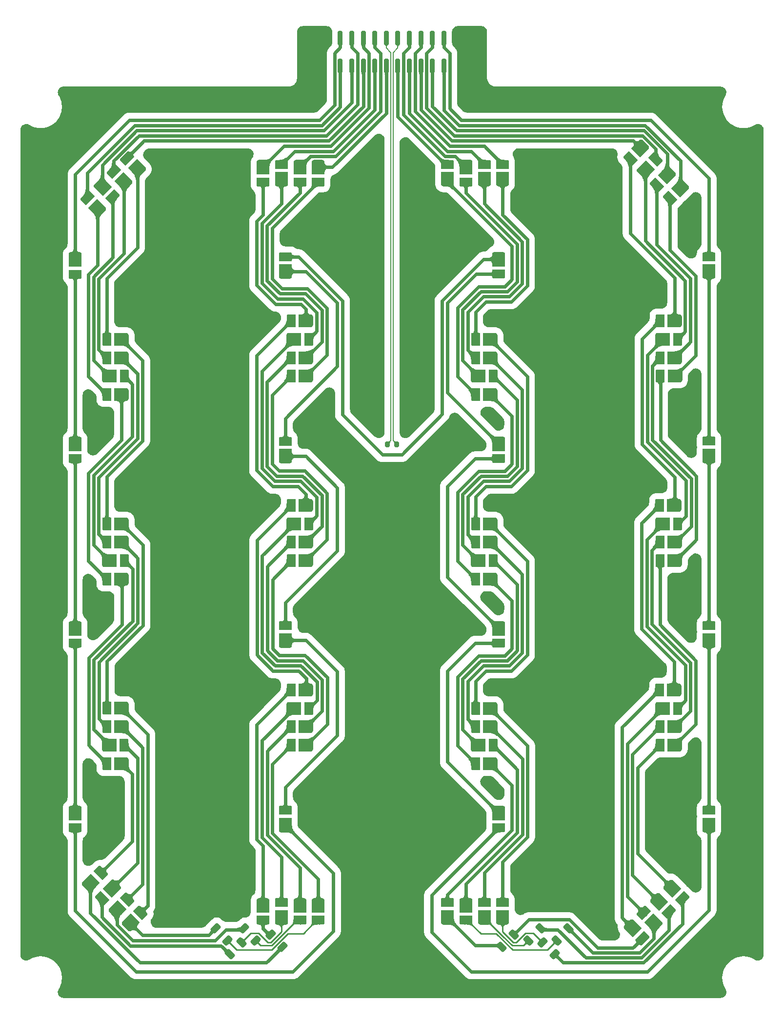
<source format=gtl>
G04 #@! TF.GenerationSoftware,KiCad,Pcbnew,9.0.1-rc2*
G04 #@! TF.CreationDate,2025-11-09T14:34:19-08:00*
G04 #@! TF.ProjectId,bsl_array_v1,62736c5f-6172-4726-9179-5f76312e6b69,2*
G04 #@! TF.SameCoordinates,Original*
G04 #@! TF.FileFunction,Copper,L1,Top*
G04 #@! TF.FilePolarity,Positive*
%FSLAX46Y46*%
G04 Gerber Fmt 4.6, Leading zero omitted, Abs format (unit mm)*
G04 Created by KiCad (PCBNEW 9.0.1-rc2) date 2025-11-09 14:34:19*
%MOMM*%
%LPD*%
G01*
G04 APERTURE LIST*
G04 Aperture macros list*
%AMRoundRect*
0 Rectangle with rounded corners*
0 $1 Rounding radius*
0 $2 $3 $4 $5 $6 $7 $8 $9 X,Y pos of 4 corners*
0 Add a 4 corners polygon primitive as box body*
4,1,4,$2,$3,$4,$5,$6,$7,$8,$9,$2,$3,0*
0 Add four circle primitives for the rounded corners*
1,1,$1+$1,$2,$3*
1,1,$1+$1,$4,$5*
1,1,$1+$1,$6,$7*
1,1,$1+$1,$8,$9*
0 Add four rect primitives between the rounded corners*
20,1,$1+$1,$2,$3,$4,$5,0*
20,1,$1+$1,$4,$5,$6,$7,0*
20,1,$1+$1,$6,$7,$8,$9,0*
20,1,$1+$1,$8,$9,$2,$3,0*%
%AMFreePoly0*
4,1,15,-1.250000,0.770000,-1.238756,0.855410,-1.190320,0.959280,-1.109280,1.040320,-1.005410,1.088756,-0.920000,1.100000,1.250000,1.100000,1.250000,-1.100000,-0.920000,-1.100000,-1.005410,-1.088756,-1.109280,-1.040320,-1.190320,-0.959280,-1.238756,-0.855410,-1.250000,-0.770000,-1.250000,0.770000,-1.250000,0.770000,$1*%
%AMFreePoly1*
4,1,13,-0.775000,1.100000,0.542500,1.100000,0.631474,1.082303,0.706902,1.031902,0.757302,0.956474,0.775000,0.867500,0.775000,-0.867500,0.757302,-0.956474,0.706902,-1.031902,0.631474,-1.082303,0.542500,-1.100000,-0.775000,-1.100000,-0.775000,1.100000,-0.775000,1.100000,$1*%
%AMFreePoly2*
4,1,17,-1.250000,0.660000,-1.242329,0.741801,-1.199011,0.865598,-1.121127,0.971127,-1.015598,1.049011,-0.891801,1.092329,-0.810000,1.100000,1.250000,1.100000,1.250000,-1.100000,-0.810000,-1.100000,-0.891801,-1.092329,-1.015598,-1.049011,-1.121127,-0.971127,-1.199011,-0.865598,-1.242329,-0.741801,-1.250000,-0.660000,-1.250000,0.660000,-1.250000,0.660000,$1*%
G04 Aperture macros list end*
G04 #@! TA.AperFunction,SMDPad,CuDef*
%ADD10RoundRect,0.200000X0.200000X-1.050000X0.200000X1.050000X-0.200000X1.050000X-0.200000X-1.050000X0*%
G04 #@! TD*
G04 #@! TA.AperFunction,SMDPad,CuDef*
%ADD11FreePoly0,135.000000*%
G04 #@! TD*
G04 #@! TA.AperFunction,SMDPad,CuDef*
%ADD12FreePoly1,135.000000*%
G04 #@! TD*
G04 #@! TA.AperFunction,SMDPad,CuDef*
%ADD13FreePoly0,90.000000*%
G04 #@! TD*
G04 #@! TA.AperFunction,SMDPad,CuDef*
%ADD14FreePoly1,90.000000*%
G04 #@! TD*
G04 #@! TA.AperFunction,SMDPad,CuDef*
%ADD15FreePoly2,270.000000*%
G04 #@! TD*
G04 #@! TA.AperFunction,SMDPad,CuDef*
%ADD16FreePoly1,270.000000*%
G04 #@! TD*
G04 #@! TA.AperFunction,SMDPad,CuDef*
%ADD17FreePoly0,270.000000*%
G04 #@! TD*
G04 #@! TA.AperFunction,SMDPad,CuDef*
%ADD18RoundRect,0.250000X0.220971X-0.662913X0.662913X-0.220971X-0.220971X0.662913X-0.662913X0.220971X0*%
G04 #@! TD*
G04 #@! TA.AperFunction,SMDPad,CuDef*
%ADD19FreePoly2,315.000000*%
G04 #@! TD*
G04 #@! TA.AperFunction,SMDPad,CuDef*
%ADD20FreePoly1,315.000000*%
G04 #@! TD*
G04 #@! TA.AperFunction,SMDPad,CuDef*
%ADD21FreePoly2,180.000000*%
G04 #@! TD*
G04 #@! TA.AperFunction,SMDPad,CuDef*
%ADD22FreePoly1,180.000000*%
G04 #@! TD*
G04 #@! TA.AperFunction,SMDPad,CuDef*
%ADD23FreePoly2,90.000000*%
G04 #@! TD*
G04 #@! TA.AperFunction,SMDPad,CuDef*
%ADD24FreePoly0,0.000000*%
G04 #@! TD*
G04 #@! TA.AperFunction,SMDPad,CuDef*
%ADD25FreePoly1,0.000000*%
G04 #@! TD*
G04 #@! TA.AperFunction,SMDPad,CuDef*
%ADD26RoundRect,0.250000X-0.662913X-0.220971X-0.220971X-0.662913X0.662913X0.220971X0.220971X0.662913X0*%
G04 #@! TD*
G04 #@! TA.AperFunction,SMDPad,CuDef*
%ADD27FreePoly0,315.000000*%
G04 #@! TD*
G04 #@! TA.AperFunction,SMDPad,CuDef*
%ADD28FreePoly0,225.000000*%
G04 #@! TD*
G04 #@! TA.AperFunction,SMDPad,CuDef*
%ADD29FreePoly1,225.000000*%
G04 #@! TD*
G04 #@! TA.AperFunction,SMDPad,CuDef*
%ADD30FreePoly2,135.000000*%
G04 #@! TD*
G04 #@! TA.AperFunction,SMDPad,CuDef*
%ADD31FreePoly2,225.000000*%
G04 #@! TD*
G04 #@! TA.AperFunction,SMDPad,CuDef*
%ADD32FreePoly2,45.000000*%
G04 #@! TD*
G04 #@! TA.AperFunction,SMDPad,CuDef*
%ADD33FreePoly1,45.000000*%
G04 #@! TD*
G04 #@! TA.AperFunction,SMDPad,CuDef*
%ADD34FreePoly0,45.000000*%
G04 #@! TD*
G04 #@! TA.AperFunction,SMDPad,CuDef*
%ADD35RoundRect,0.200000X-0.200000X-0.275000X0.200000X-0.275000X0.200000X0.275000X-0.200000X0.275000X0*%
G04 #@! TD*
G04 #@! TA.AperFunction,SMDPad,CuDef*
%ADD36RoundRect,0.250000X0.662913X0.220971X0.220971X0.662913X-0.662913X-0.220971X-0.220971X-0.662913X0*%
G04 #@! TD*
G04 #@! TA.AperFunction,Conductor*
%ADD37C,0.600000*%
G04 #@! TD*
G04 #@! TA.AperFunction,Conductor*
%ADD38C,0.200000*%
G04 #@! TD*
G04 #@! TA.AperFunction,Conductor*
%ADD39C,0.250000*%
G04 #@! TD*
G04 APERTURE END LIST*
D10*
X82000000Y-20100000D03*
X82000000Y-24900000D03*
X84000000Y-20100000D03*
X84000000Y-24900000D03*
X86000000Y-20100000D03*
X86000000Y-24900000D03*
X88000000Y-20100000D03*
X88000000Y-24900000D03*
X90000000Y-20100000D03*
X90000000Y-24900000D03*
X92000000Y-20100000D03*
X92000000Y-24900000D03*
X94000000Y-20100000D03*
X94000000Y-24900000D03*
X96000000Y-20100000D03*
X96000000Y-24900000D03*
X98000000Y-20100000D03*
X98000000Y-24900000D03*
X100000000Y-20100000D03*
X100000000Y-24900000D03*
D11*
X136442462Y-173542462D03*
D12*
X134621662Y-171721662D03*
D13*
X146000000Y-60550000D03*
D14*
X146000000Y-57975000D03*
D15*
X68600000Y-42450000D03*
D16*
X68600000Y-45025000D03*
D17*
X103800000Y-170450000D03*
D16*
X103800000Y-173025000D03*
D18*
X114665856Y-176534144D03*
X116734144Y-174465856D03*
D19*
X132657538Y-174357538D03*
D20*
X134478338Y-176178338D03*
D21*
X44050000Y-81900000D03*
D22*
X41475000Y-81900000D03*
D21*
X76050000Y-142700000D03*
D22*
X73475000Y-142700000D03*
D21*
X108050000Y-145899999D03*
D22*
X105475000Y-145899999D03*
D21*
X108050000Y-139500000D03*
D22*
X105475000Y-139500000D03*
D23*
X110200000Y-172550000D03*
D14*
X110200000Y-169975000D03*
D13*
X72500000Y-60550000D03*
D14*
X72500000Y-57975000D03*
D17*
X103800000Y-42450000D03*
D16*
X103800000Y-45025000D03*
D13*
X71800000Y-172550000D03*
D14*
X71800000Y-169975000D03*
D21*
X44050000Y-145900000D03*
D22*
X41475000Y-145900000D03*
D15*
X78200000Y-42450000D03*
D16*
X78200000Y-45025000D03*
D13*
X71800000Y-44550000D03*
D14*
X71800000Y-41975000D03*
D24*
X105950000Y-110700000D03*
D25*
X108525000Y-110700000D03*
D17*
X36000000Y-90450000D03*
D16*
X36000000Y-93025000D03*
D26*
X117115855Y-176865856D03*
X119184143Y-178934144D03*
D24*
X73950000Y-136300000D03*
D25*
X76525000Y-136300000D03*
D27*
X40715076Y-45815076D03*
D20*
X42535876Y-47635876D03*
D19*
X139557538Y-167457538D03*
D20*
X141378338Y-169278338D03*
D21*
X140050000Y-139500000D03*
D22*
X137475000Y-139500000D03*
D28*
X42442462Y-167457538D03*
D29*
X40621662Y-169278338D03*
D21*
X44050000Y-72300000D03*
D22*
X41475000Y-72300000D03*
D21*
X76050000Y-75500000D03*
D22*
X73475000Y-75500000D03*
D24*
X41925000Y-142675000D03*
D25*
X44500000Y-142675000D03*
D30*
X44500000Y-45000000D03*
D12*
X42679200Y-43179200D03*
D24*
X41950000Y-110700001D03*
D25*
X44525000Y-110700001D03*
D13*
X72500000Y-124550000D03*
D14*
X72500000Y-121975000D03*
D21*
X140100000Y-78700000D03*
D22*
X137525000Y-78700000D03*
D17*
X109500000Y-154450000D03*
D16*
X109500000Y-157025000D03*
D31*
X134142462Y-39157538D03*
D29*
X132321662Y-40978338D03*
D15*
X75000000Y-170450000D03*
D16*
X75000000Y-173025000D03*
D21*
X76050000Y-139500000D03*
D22*
X73475000Y-139500000D03*
D32*
X38657538Y-166642462D03*
D33*
X40478338Y-164821662D03*
D21*
X140050000Y-69100000D03*
D22*
X137475000Y-69100000D03*
D21*
X44050000Y-75500000D03*
D22*
X41475000Y-75500000D03*
D24*
X41950000Y-78700000D03*
D25*
X44525000Y-78700000D03*
D13*
X146000000Y-156550000D03*
D14*
X146000000Y-153975000D03*
D34*
X134957538Y-42942462D03*
D33*
X136778338Y-41121662D03*
D24*
X105950000Y-142700000D03*
D25*
X108525000Y-142700000D03*
D30*
X39900000Y-49600000D03*
D12*
X38079200Y-47779200D03*
D24*
X137950000Y-136300000D03*
D25*
X140525000Y-136300000D03*
D24*
X105950000Y-78700000D03*
D25*
X108525000Y-78700000D03*
D13*
X146000000Y-92550000D03*
D14*
X146000000Y-89975000D03*
D21*
X108050000Y-136300000D03*
D22*
X105475000Y-136300000D03*
D21*
X108050000Y-113899999D03*
D22*
X105475000Y-113899999D03*
D32*
X45557538Y-173542462D03*
D33*
X47378338Y-171721662D03*
D30*
X46800000Y-42700000D03*
D12*
X44979200Y-40879200D03*
D24*
X73950000Y-72300000D03*
D25*
X76525000Y-72300000D03*
D21*
X108050000Y-104300000D03*
D22*
X105475000Y-104300000D03*
D21*
X76050000Y-110700000D03*
D22*
X73475000Y-110700000D03*
D21*
X76050000Y-107500000D03*
D22*
X73475000Y-107500000D03*
D17*
X109500000Y-90450000D03*
D16*
X109500000Y-93025000D03*
D24*
X137950000Y-72300000D03*
D25*
X140525000Y-72300000D03*
D21*
X44050000Y-113900000D03*
D22*
X41475000Y-113900000D03*
D21*
X108050000Y-72300000D03*
D22*
X105475000Y-72300000D03*
D21*
X108050000Y-107500000D03*
D22*
X105475000Y-107500000D03*
D21*
X76050000Y-78700000D03*
D22*
X73475000Y-78700000D03*
D21*
X140050000Y-142700000D03*
D22*
X137475000Y-142700000D03*
D23*
X100600000Y-44550000D03*
D14*
X100600000Y-41975000D03*
D15*
X68600000Y-170450000D03*
D16*
X68600000Y-173025000D03*
D21*
X139975000Y-133075000D03*
D22*
X137400000Y-133075000D03*
D17*
X109500000Y-122450000D03*
D16*
X109500000Y-125025000D03*
D23*
X100600000Y-172550000D03*
D14*
X100600000Y-169975000D03*
D21*
X139975000Y-101075000D03*
D22*
X137400000Y-101075000D03*
D13*
X72500000Y-92575000D03*
D14*
X72500000Y-90000000D03*
D13*
X146000000Y-124550000D03*
D14*
X146000000Y-121975000D03*
D13*
X72500000Y-156550000D03*
D14*
X72500000Y-153975000D03*
D24*
X137950000Y-104300000D03*
D25*
X140525000Y-104300000D03*
D23*
X107000000Y-172550000D03*
D14*
X107000000Y-169975000D03*
D18*
X110015856Y-177634144D03*
X112084144Y-175565856D03*
D21*
X44075000Y-139475000D03*
D22*
X41500000Y-139475000D03*
D21*
X44075000Y-136275000D03*
D22*
X41500000Y-136275000D03*
D21*
X44050001Y-104300000D03*
D22*
X41475001Y-104300000D03*
D23*
X110200000Y-44550000D03*
D14*
X110200000Y-41975000D03*
D21*
X108050000Y-75500000D03*
D22*
X105475000Y-75500000D03*
D21*
X140050000Y-75500000D03*
D22*
X137475000Y-75500000D03*
D21*
X44050000Y-107500000D03*
D22*
X41475000Y-107500000D03*
D21*
X76050000Y-101100001D03*
D22*
X73475000Y-101100001D03*
D17*
X36000000Y-122450000D03*
D16*
X36000000Y-125025000D03*
D21*
X76075000Y-69100000D03*
D22*
X73500000Y-69100000D03*
D15*
X78200000Y-170450000D03*
D16*
X78200000Y-173025000D03*
D35*
X90175000Y-90500000D03*
X91825000Y-90500000D03*
D18*
X62815856Y-178934144D03*
X64884144Y-176865856D03*
D24*
X73950000Y-104300000D03*
D25*
X76525000Y-104300000D03*
D26*
X60365856Y-174465856D03*
X62434144Y-176534144D03*
X65265856Y-174465856D03*
X67334144Y-176534144D03*
D21*
X76050000Y-133100001D03*
D22*
X73475000Y-133100001D03*
D21*
X140050000Y-107500000D03*
D22*
X137475000Y-107500000D03*
D17*
X36000000Y-154450000D03*
D16*
X36000000Y-157025000D03*
D31*
X138742462Y-43757538D03*
D29*
X136921662Y-45578338D03*
D23*
X107000000Y-44550000D03*
D14*
X107000000Y-41975000D03*
D18*
X119565857Y-176534145D03*
X121634145Y-174465857D03*
D31*
X141042462Y-46057538D03*
D29*
X139221662Y-47878338D03*
D17*
X36000000Y-58450000D03*
D16*
X36000000Y-61025000D03*
D36*
X71984144Y-177634144D03*
X69915856Y-175565856D03*
D15*
X75000000Y-42450000D03*
D16*
X75000000Y-45025000D03*
D17*
X109500000Y-58425000D03*
D16*
X109500000Y-61000000D03*
D32*
X43257538Y-171242462D03*
D33*
X45078338Y-169421662D03*
D19*
X137257538Y-169757538D03*
D20*
X139078338Y-171578338D03*
D21*
X108050000Y-81899999D03*
D22*
X105475000Y-81899999D03*
D21*
X140050000Y-110700000D03*
D22*
X137475000Y-110700000D03*
D37*
X44979200Y-40879200D02*
X47958400Y-37900000D01*
X47958400Y-37900000D02*
X80000000Y-37900000D01*
X80000000Y-37900000D02*
X86000000Y-31900000D01*
X86000000Y-31900000D02*
X86000000Y-24900000D01*
X79600000Y-37000000D02*
X85000000Y-31600000D01*
X42679200Y-43179200D02*
X42679200Y-41374662D01*
X84000000Y-21700000D02*
X84000000Y-20100000D01*
X47053862Y-37000000D02*
X79600000Y-37000000D01*
X42679200Y-41374662D02*
X47053862Y-37000000D01*
X85000000Y-31600000D02*
X85000000Y-22700000D01*
X85000000Y-22700000D02*
X84000000Y-21700000D01*
X90000000Y-33100000D02*
X80650000Y-42450000D01*
X90000000Y-24900000D02*
X90000000Y-33100000D01*
X80650000Y-42450000D02*
X78200000Y-42450000D01*
X40715076Y-42084924D02*
X46700000Y-36100000D01*
X79200000Y-36100000D02*
X84000000Y-31300000D01*
X46700000Y-36100000D02*
X79200000Y-36100000D01*
X40715076Y-45815076D02*
X40715076Y-42084924D01*
X84000000Y-31300000D02*
X84000000Y-24900000D01*
X88000000Y-32500000D02*
X80801000Y-39699000D01*
X88000000Y-24900000D02*
X88000000Y-32500000D01*
X80801000Y-39699000D02*
X74076000Y-39699000D01*
X74076000Y-39699000D02*
X71800000Y-41975000D01*
X89000000Y-22700000D02*
X88000000Y-21700000D01*
X81200000Y-40600000D02*
X89000000Y-32800000D01*
X88000000Y-21700000D02*
X88000000Y-20100000D01*
X75000000Y-42450000D02*
X76850000Y-40600000D01*
X89000000Y-32800000D02*
X89000000Y-22700000D01*
X76850000Y-40600000D02*
X81200000Y-40600000D01*
X100200000Y-40600000D02*
X101950000Y-40600000D01*
X93000000Y-22700000D02*
X93000000Y-33400000D01*
X93000000Y-33400000D02*
X100200000Y-40600000D01*
X101950000Y-40600000D02*
X103800000Y-42450000D01*
X94000000Y-20100000D02*
X94000000Y-21700000D01*
X94000000Y-21700000D02*
X93000000Y-22700000D01*
X134461214Y-37000000D02*
X136778338Y-39317124D01*
X97000000Y-32200000D02*
X101800000Y-37000000D01*
X98000000Y-20100000D02*
X98000000Y-21700000D01*
X136778338Y-39317124D02*
X136778338Y-41121662D01*
X97000000Y-22700000D02*
X97000000Y-32200000D01*
X101800000Y-37000000D02*
X134461214Y-37000000D01*
X98000000Y-21700000D02*
X97000000Y-22700000D01*
X104725000Y-39700000D02*
X100600000Y-39700000D01*
X100600000Y-39700000D02*
X94000000Y-33100000D01*
X107000000Y-41975000D02*
X104725000Y-39700000D01*
X94000000Y-33100000D02*
X94000000Y-24900000D01*
X138742462Y-43757538D02*
X138742462Y-40148462D01*
X138742462Y-40148462D02*
X134694000Y-36100000D01*
X98000000Y-31900000D02*
X98000000Y-24900000D01*
X134694000Y-36100000D02*
X102200000Y-36100000D01*
X102200000Y-36100000D02*
X98000000Y-31900000D01*
X95000000Y-22700000D02*
X96000000Y-21700000D01*
X101000000Y-38800000D02*
X95000000Y-32800000D01*
X95000000Y-32800000D02*
X95000000Y-22700000D01*
X107025000Y-38800000D02*
X101000000Y-38800000D01*
X110200000Y-41975000D02*
X107025000Y-38800000D01*
X96000000Y-21700000D02*
X96000000Y-20100000D01*
X100000000Y-32600000D02*
X100000000Y-24900000D01*
X141042462Y-46057538D02*
X141042462Y-41315676D01*
X134926786Y-35200000D02*
X102600000Y-35200000D01*
X141042462Y-41315676D02*
X134926786Y-35200000D01*
X102600000Y-35200000D02*
X100000000Y-32600000D01*
D38*
X92000000Y-21800000D02*
X92000000Y-20100000D01*
X91201000Y-89876000D02*
X91201000Y-22599000D01*
X91201000Y-22599000D02*
X92000000Y-21800000D01*
X91825000Y-90500000D02*
X91201000Y-89876000D01*
X90800000Y-22600000D02*
X90000000Y-21800000D01*
X90800000Y-89875000D02*
X90800000Y-22600000D01*
X90000000Y-21800000D02*
X90000000Y-20100000D01*
X90175000Y-90500000D02*
X90800000Y-89875000D01*
D37*
X41950000Y-78700000D02*
X39198001Y-75948001D01*
X42535876Y-58115712D02*
X42535876Y-47635876D01*
X39198001Y-75948001D02*
X39198001Y-61453587D01*
X39198001Y-61453587D02*
X42535876Y-58115712D01*
X39198002Y-107948003D02*
X39198002Y-95876204D01*
X39198002Y-95876204D02*
X45901000Y-89173206D01*
X45901000Y-80076000D02*
X44525000Y-78700000D01*
X41950000Y-110700001D02*
X39198002Y-107948003D01*
X45901000Y-89173206D02*
X45901000Y-80076000D01*
X42000000Y-142700001D02*
X39248002Y-139948003D01*
X39248002Y-139948003D02*
X39248002Y-127876204D01*
X45951000Y-121173206D02*
X45951000Y-112076000D01*
X45951000Y-112076000D02*
X44575000Y-110700000D01*
X39248002Y-127876204D02*
X45951000Y-121173206D01*
X46798000Y-163102000D02*
X42442462Y-167457538D01*
X46798000Y-144923000D02*
X46798000Y-163102000D01*
X44575000Y-142700000D02*
X46798000Y-144923000D01*
X45573160Y-177450000D02*
X61331712Y-177450000D01*
X40621662Y-169278338D02*
X40621662Y-172498502D01*
X40621662Y-172498502D02*
X45573160Y-177450000D01*
X61331712Y-177450000D02*
X62815856Y-178934144D01*
X68425000Y-141850000D02*
X68425000Y-143300794D01*
X71800000Y-162049206D02*
X68423001Y-158672207D01*
X68425000Y-143300794D02*
X68423000Y-143302794D01*
X73975000Y-136300000D02*
X68425000Y-141850000D01*
X71800000Y-169975000D02*
X71800000Y-162049206D01*
X68423000Y-143302794D02*
X68423001Y-158672207D01*
X68448000Y-111302794D02*
X68448001Y-126672207D01*
X68450000Y-111300794D02*
X68448000Y-111302794D01*
X77951000Y-134924000D02*
X76575000Y-136300000D01*
X68448001Y-126672207D02*
X70674795Y-128899001D01*
X75148663Y-128899001D02*
X77951000Y-131701338D01*
X70674795Y-128899001D02*
X75148663Y-128899001D01*
X77951000Y-131701338D02*
X77951000Y-134924000D01*
X68450000Y-109850000D02*
X68450000Y-111300794D01*
X74000000Y-104300000D02*
X68450000Y-109850000D01*
X78400000Y-34300000D02*
X81000000Y-31700000D01*
X45400000Y-34300000D02*
X78400000Y-34300000D01*
X82000000Y-21700000D02*
X82000000Y-20100000D01*
X81000000Y-22700000D02*
X82000000Y-21700000D01*
X81000000Y-31700000D02*
X81000000Y-22700000D01*
X36000000Y-43700000D02*
X45400000Y-34300000D01*
X36000000Y-58450000D02*
X36000000Y-43700000D01*
X73950000Y-72300000D02*
X68400000Y-77850000D01*
X77901000Y-102924000D02*
X76525000Y-104300000D01*
X68398001Y-94672207D02*
X70624795Y-96899001D01*
X75098663Y-96899001D02*
X77901000Y-99701338D01*
X70624795Y-96899001D02*
X75098663Y-96899001D01*
X68400000Y-79300794D02*
X68398000Y-79302794D01*
X68398000Y-79302794D02*
X68398001Y-94672207D01*
X68400000Y-77850000D02*
X68400000Y-79300794D01*
X77901000Y-99701338D02*
X77901000Y-102924000D01*
X68398000Y-62546412D02*
X68398000Y-52202000D01*
X76525000Y-72300000D02*
X77925998Y-70899002D01*
X71800000Y-48800000D02*
X71800000Y-44550000D01*
X68398000Y-52202000D02*
X71800000Y-48800000D01*
X77925998Y-67651792D02*
X75573206Y-65299000D01*
X75573206Y-65299000D02*
X71150586Y-65298998D01*
X77925998Y-70899002D02*
X77925998Y-67651792D01*
X71150586Y-65298998D02*
X68398000Y-62546412D01*
X40099000Y-61826794D02*
X40099000Y-74124000D01*
X44500000Y-57425794D02*
X40099000Y-61826794D01*
X44500000Y-45000000D02*
X44500000Y-57425794D01*
X40099000Y-74124000D02*
X41475000Y-75500000D01*
X44050000Y-75500000D02*
X46800000Y-78250000D01*
X46801999Y-89546413D02*
X40099002Y-96249410D01*
X46802000Y-79702794D02*
X46801999Y-89546413D01*
X40099001Y-106124001D02*
X41475000Y-107500000D01*
X46800000Y-79700794D02*
X46802000Y-79702794D01*
X40099002Y-96249410D02*
X40099001Y-106124001D01*
X46800000Y-78250000D02*
X46800000Y-79700794D01*
X46850000Y-110250000D02*
X46850000Y-111700794D01*
X46851999Y-121546413D02*
X40149002Y-128249410D01*
X40149001Y-138124001D02*
X41525000Y-139500000D01*
X46850000Y-111700794D02*
X46852000Y-111702794D01*
X46852000Y-111702794D02*
X46851999Y-121546413D01*
X40149002Y-128249410D02*
X40149001Y-138124001D01*
X44100000Y-107500000D02*
X46850000Y-110250000D01*
X47699000Y-166801000D02*
X45078338Y-169421662D01*
X44100000Y-139500000D02*
X47699000Y-143099000D01*
X47699000Y-143099000D02*
X47699000Y-166801000D01*
X62200000Y-174650000D02*
X65081712Y-174650000D01*
X45947366Y-176550000D02*
X60300000Y-176550000D01*
X43257538Y-171242462D02*
X43257538Y-173860172D01*
X43257538Y-173860172D02*
X45947366Y-176550000D01*
X65081712Y-174650000D02*
X65265856Y-174465856D01*
X60300000Y-176550000D02*
X62200000Y-174650000D01*
X69324000Y-143676000D02*
X73500000Y-139500000D01*
X75000000Y-163975000D02*
X75000000Y-170450000D01*
X69324000Y-158299000D02*
X75000000Y-163975000D01*
X69324001Y-145601793D02*
X69324000Y-145601792D01*
X69324000Y-158299000D02*
X69324001Y-145601793D01*
X69324000Y-145601792D02*
X69324000Y-143676000D01*
X78852000Y-131328132D02*
X75521870Y-127998002D01*
X71048000Y-127998000D02*
X69349000Y-126299000D01*
X69349000Y-111676000D02*
X73525000Y-107500000D01*
X69349001Y-113601793D02*
X69349000Y-113601792D01*
X75521870Y-127998002D02*
X71048000Y-127998000D01*
X76100000Y-139500000D02*
X78852000Y-136748000D01*
X78852000Y-136748000D02*
X78852000Y-131328132D01*
X69349000Y-126299000D02*
X69349001Y-113601793D01*
X69349000Y-113601792D02*
X69349000Y-111676000D01*
X69299001Y-81601793D02*
X69299000Y-81601792D01*
X69299000Y-79676000D02*
X73475000Y-75500000D01*
X78802000Y-104748000D02*
X78802000Y-99328132D01*
X76050000Y-107500000D02*
X78802000Y-104748000D01*
X69299000Y-94299000D02*
X69299001Y-81601793D01*
X69299000Y-81601792D02*
X69299000Y-79676000D01*
X70998000Y-95998000D02*
X69299000Y-94299000D01*
X75471870Y-95998002D02*
X70998000Y-95998000D01*
X78802000Y-99328132D02*
X75471870Y-95998002D01*
X75000000Y-46900000D02*
X75000000Y-45025000D01*
X76050000Y-75500000D02*
X78826998Y-72723002D01*
X78826998Y-67278586D02*
X75946412Y-64398000D01*
X78826998Y-72723002D02*
X78826998Y-67278586D01*
X75946412Y-64398000D02*
X71523793Y-64397999D01*
X71523793Y-64397999D02*
X69299000Y-62173206D01*
X69299000Y-52601000D02*
X75000000Y-46900000D01*
X69299000Y-62173206D02*
X69299000Y-52601000D01*
X146000000Y-57975000D02*
X146000000Y-44400000D01*
X135900000Y-34300000D02*
X103000000Y-34300000D01*
X146000000Y-44400000D02*
X135900000Y-34300000D01*
X103000000Y-34300000D02*
X101000000Y-32300000D01*
X100000000Y-21700000D02*
X100000000Y-20100000D01*
X101000000Y-32300000D02*
X101000000Y-22700000D01*
X101000000Y-22700000D02*
X100000000Y-21700000D01*
X41475000Y-72300000D02*
X41475000Y-61725000D01*
X46800000Y-56400000D02*
X46800000Y-42700000D01*
X41475000Y-61725000D02*
X46800000Y-56400000D01*
X41475001Y-96147617D02*
X47702999Y-89919619D01*
X41475001Y-104300000D02*
X41475001Y-96147617D01*
X47702999Y-89919619D02*
X47703000Y-79329588D01*
X47703000Y-79329588D02*
X47701000Y-79327588D01*
X47701000Y-77876794D02*
X47700000Y-77875794D01*
X47700000Y-75950000D02*
X44050000Y-72300000D01*
X47700000Y-77875794D02*
X47700000Y-75950000D01*
X47701000Y-79327588D02*
X47701000Y-77876794D01*
X47750000Y-107950000D02*
X44100000Y-104300000D01*
X47751000Y-109876794D02*
X47750000Y-109875794D01*
X47751000Y-111327588D02*
X47751000Y-109876794D01*
X47753000Y-111329588D02*
X47751000Y-111327588D01*
X41525001Y-128147617D02*
X47752999Y-121919619D01*
X47750000Y-109875794D02*
X47750000Y-107950000D01*
X47752999Y-121919619D02*
X47753000Y-111329588D01*
X41525001Y-136300000D02*
X41525001Y-128147617D01*
X44100000Y-136300000D02*
X48600000Y-140800000D01*
X48600000Y-140800000D02*
X48600000Y-170500000D01*
X48600000Y-170500000D02*
X47378338Y-171721662D01*
X59181712Y-175650000D02*
X60365856Y-174465856D01*
X45557538Y-173542462D02*
X47665076Y-175650000D01*
X47665076Y-175650000D02*
X59181712Y-175650000D01*
X73500000Y-142700000D02*
X70225000Y-145975000D01*
X78200000Y-165900794D02*
X78200000Y-170450000D01*
X70225000Y-157925794D02*
X78200000Y-165900794D01*
X70225000Y-145975000D02*
X70225000Y-157925794D01*
X79753000Y-130954926D02*
X79753000Y-139047000D01*
X73525000Y-110700000D02*
X70250000Y-113975000D01*
X75895076Y-127097002D02*
X79753000Y-130954926D01*
X70250000Y-113975000D02*
X70250000Y-125925794D01*
X71421207Y-127097001D02*
X75895076Y-127097002D01*
X70250000Y-125925794D02*
X71421207Y-127097001D01*
X79753000Y-139047000D02*
X76100000Y-142700000D01*
X79703000Y-107047000D02*
X76050000Y-110700000D01*
X70200000Y-93925794D02*
X71371207Y-95097001D01*
X71371207Y-95097001D02*
X75845076Y-95097002D01*
X75845076Y-95097002D02*
X79703000Y-98954926D01*
X73475000Y-78700000D02*
X70200000Y-81975000D01*
X79703000Y-98954926D02*
X79703000Y-107047000D01*
X70200000Y-81975000D02*
X70200000Y-93925794D01*
X76319618Y-63497000D02*
X71897000Y-63497000D01*
X71897000Y-63497000D02*
X70200000Y-61800000D01*
X76050000Y-78700000D02*
X79727998Y-75022002D01*
X70200000Y-61800000D02*
X70200000Y-53025000D01*
X79727998Y-75022002D02*
X79727998Y-66905380D01*
X79727998Y-66905380D02*
X76319618Y-63497000D01*
X70200000Y-53025000D02*
X78200000Y-45025000D01*
X103250000Y-76000000D02*
X103250000Y-67200000D01*
X110977000Y-63998000D02*
X112676000Y-62299000D01*
X112676000Y-55776000D02*
X103800000Y-46900000D01*
X112676000Y-62299000D02*
X112676000Y-55776000D01*
X106452000Y-63998000D02*
X110977000Y-63998000D01*
X105950000Y-78700000D02*
X103250000Y-76000000D01*
X103250000Y-67200000D02*
X106452000Y-63998000D01*
X103800000Y-46900000D02*
X103800000Y-45025000D01*
X110977000Y-95998000D02*
X106452000Y-95998000D01*
X103250000Y-108000000D02*
X105950000Y-110700000D01*
X112676000Y-94299000D02*
X110977000Y-95998000D01*
X103250000Y-99200000D02*
X103250000Y-108000000D01*
X106452000Y-95998000D02*
X103250000Y-99200000D01*
X108525000Y-78700000D02*
X112676000Y-82851000D01*
X112676000Y-82851000D02*
X112676000Y-94299000D01*
X103250000Y-131200000D02*
X103250000Y-140000000D01*
X108525000Y-110700000D02*
X112676000Y-114851000D01*
X106452000Y-127998000D02*
X103250000Y-131200000D01*
X103250000Y-140000000D02*
X105950000Y-142700000D01*
X110977000Y-127998000D02*
X106452000Y-127998000D01*
X112676000Y-114851000D02*
X112676000Y-126299000D01*
X112676000Y-126299000D02*
X110977000Y-127998000D01*
X112700000Y-157800000D02*
X112700000Y-146875000D01*
X103800000Y-166700000D02*
X112700000Y-157800000D01*
X103800000Y-170450000D02*
X103800000Y-166700000D01*
X112700000Y-146875000D02*
X108525000Y-142700000D01*
D39*
X117940334Y-178184666D02*
X119565856Y-176559144D01*
X103800000Y-173050000D02*
X104075000Y-173050000D01*
X106400000Y-175375000D02*
X109100000Y-175375000D01*
X104075000Y-173050000D02*
X106400000Y-175375000D01*
X109100000Y-175375000D02*
X111909666Y-178184666D01*
X111909666Y-178184666D02*
X117940334Y-178184666D01*
D37*
X135000000Y-172100000D02*
X131800000Y-168900000D01*
X131800000Y-168900000D02*
X131800000Y-142450000D01*
X131800000Y-142450000D02*
X137950000Y-136300000D01*
X135200000Y-122100000D02*
X141900000Y-128800000D01*
X141900000Y-134925000D02*
X140525000Y-136300000D01*
X135200000Y-107050000D02*
X135200000Y-122100000D01*
X141900000Y-128800000D02*
X141900000Y-134925000D01*
X137950000Y-104300000D02*
X135200000Y-107050000D01*
X135300000Y-75075000D02*
X135300000Y-90125000D01*
X142000000Y-96825000D02*
X142000000Y-102950000D01*
X138050000Y-72325000D02*
X135300000Y-75075000D01*
X135300000Y-90125000D02*
X142000000Y-96825000D01*
X142000000Y-102950000D02*
X140625000Y-104325000D01*
X141851000Y-62151000D02*
X141851000Y-70974000D01*
X134957538Y-42942462D02*
X134957538Y-55257538D01*
X134957538Y-55257538D02*
X141851000Y-62151000D01*
X141851000Y-70974000D02*
X140525000Y-72300000D01*
X113576999Y-62672207D02*
X113576999Y-55376999D01*
X113576999Y-55376999D02*
X107000000Y-48800000D01*
X106825999Y-64899001D02*
X111350205Y-64899001D01*
X104149000Y-74174000D02*
X104149000Y-67576000D01*
X104149000Y-67576000D02*
X106825999Y-64899001D01*
X107000000Y-48800000D02*
X107000000Y-44550000D01*
X105475000Y-75500000D02*
X104149000Y-74174000D01*
X111350205Y-64899001D02*
X113576999Y-62672207D01*
X108050000Y-75500000D02*
X113577000Y-81027000D01*
X113577000Y-81027000D02*
X113577000Y-82500000D01*
X113576999Y-82500001D02*
X113576999Y-94672207D01*
X106825999Y-96899001D02*
X104149000Y-99576000D01*
X113576999Y-94672207D02*
X111350205Y-96899001D01*
X111350205Y-96899001D02*
X106825999Y-96899001D01*
X104149000Y-99576000D02*
X104149000Y-106174000D01*
X104149000Y-106174000D02*
X105475000Y-107500000D01*
X113577000Y-82500000D02*
X113576999Y-82500001D01*
X106825999Y-128899001D02*
X104149000Y-131576000D01*
X113576999Y-114500001D02*
X113576999Y-126672207D01*
X108050000Y-107500000D02*
X113577000Y-113027000D01*
X104149000Y-138174000D02*
X105475000Y-139500000D01*
X113577000Y-114500000D02*
X113576999Y-114500001D01*
X104149000Y-131576000D02*
X104149000Y-138174000D01*
X113576999Y-126672207D02*
X111350205Y-128899001D01*
X113577000Y-113027000D02*
X113577000Y-114500000D01*
X111350205Y-128899001D02*
X106825999Y-128899001D01*
X113600000Y-158200000D02*
X107000000Y-164800000D01*
X107000000Y-164800000D02*
X107000000Y-169975000D01*
X113600000Y-145050000D02*
X113600000Y-158200000D01*
X108050000Y-139500000D02*
X113600000Y-145050000D01*
D39*
X114665856Y-176559144D02*
X113823000Y-177402000D01*
X113823000Y-177402000D02*
X111868479Y-177402000D01*
X107483520Y-173050000D02*
X107000000Y-173050000D01*
X111852145Y-177385666D02*
X111843194Y-177385666D01*
X111868479Y-177402000D02*
X111852145Y-177385666D01*
X110265326Y-175831806D02*
X107483520Y-173050000D01*
X110289334Y-175831806D02*
X110265326Y-175831806D01*
X111843194Y-177385666D02*
X110289334Y-175831806D01*
D37*
X139078338Y-174741120D02*
X134270458Y-179549000D01*
X116918288Y-174650000D02*
X116734144Y-174465856D01*
X134270458Y-179549000D02*
X124649000Y-179549000D01*
X119750000Y-174650000D02*
X116918288Y-174650000D01*
X124649000Y-179549000D02*
X119750000Y-174650000D01*
X139078338Y-171578338D02*
X139078338Y-174741120D01*
X132700000Y-144275000D02*
X137475000Y-139500000D01*
X132700000Y-165200000D02*
X132700000Y-144275000D01*
X137635876Y-170135876D02*
X132700000Y-165200000D01*
X136100000Y-108875000D02*
X136100000Y-121700000D01*
X142800000Y-136750000D02*
X140050000Y-139500000D01*
X142800000Y-128400000D02*
X142800000Y-136750000D01*
X137475000Y-107500000D02*
X136100000Y-108875000D01*
X136100000Y-121700000D02*
X142800000Y-128400000D01*
X136200000Y-89725000D02*
X142900000Y-96425000D01*
X142900000Y-96425000D02*
X142900000Y-104775000D01*
X142900000Y-104775000D02*
X140150000Y-107525000D01*
X136200000Y-76900000D02*
X136200000Y-89725000D01*
X137575000Y-75525000D02*
X136200000Y-76900000D01*
X142800000Y-72750000D02*
X140050000Y-75500000D01*
X142800000Y-61750000D02*
X142800000Y-72750000D01*
X136921662Y-55871662D02*
X142800000Y-61750000D01*
X136921662Y-45578338D02*
X136921662Y-55871662D01*
X111723412Y-129800000D02*
X114477999Y-127045413D01*
X114477999Y-110929587D02*
X114476000Y-110927588D01*
X107249543Y-129800001D02*
X111723412Y-129800000D01*
X114476000Y-110726000D02*
X108050000Y-104300000D01*
X105475000Y-131574544D02*
X105475000Y-136300000D01*
X114477999Y-127045413D02*
X114477999Y-110929587D01*
X114476000Y-110927588D02*
X114476000Y-110726000D01*
X107249543Y-129800001D02*
X105475000Y-131574544D01*
X110200000Y-162900000D02*
X114500000Y-158600000D01*
X110200000Y-169975000D02*
X110200000Y-162900000D01*
X114500000Y-142750000D02*
X108050000Y-136300000D01*
X114500000Y-158600000D02*
X114500000Y-142750000D01*
D39*
X115490334Y-175265334D02*
X114178848Y-175265334D01*
X114178848Y-175265334D02*
X112559516Y-176884666D01*
X110200000Y-175033952D02*
X110200000Y-172575000D01*
X112050714Y-176884666D02*
X110200000Y-175033952D01*
X117115856Y-176890856D02*
X115490334Y-175265334D01*
X112559516Y-176884666D02*
X112050714Y-176884666D01*
D37*
X139600000Y-167500000D02*
X133600000Y-161500000D01*
X133600000Y-161500000D02*
X133600000Y-146575000D01*
X133600000Y-146575000D02*
X137475000Y-142700000D01*
X137475000Y-121775000D02*
X137475000Y-110700000D01*
X143700000Y-139050000D02*
X143700000Y-128000000D01*
X143700000Y-128000000D02*
X137475000Y-121775000D01*
X140050000Y-142700000D02*
X143700000Y-139050000D01*
X140150000Y-110725000D02*
X143800000Y-107075000D01*
X143800000Y-96025000D02*
X137575000Y-89800000D01*
X137575000Y-89800000D02*
X137575000Y-78725000D01*
X143800000Y-107075000D02*
X143800000Y-96025000D01*
X139221662Y-47878338D02*
X139221662Y-56871662D01*
X143700000Y-75100000D02*
X140100000Y-78700000D01*
X143700000Y-61350000D02*
X143700000Y-75100000D01*
X139221662Y-56871662D02*
X143700000Y-61350000D01*
X36000000Y-61025000D02*
X36000000Y-90450000D01*
X36000000Y-93025000D02*
X36000000Y-122450000D01*
X36000000Y-125025000D02*
X36000000Y-154450000D01*
X36000000Y-157025000D02*
X36000000Y-171400000D01*
X80800000Y-174950000D02*
X80800000Y-164850000D01*
X36000000Y-171400000D02*
X46550000Y-181950000D01*
X73800000Y-181950000D02*
X80800000Y-174950000D01*
X46550000Y-181950000D02*
X73800000Y-181950000D01*
X80800000Y-164850000D02*
X72500000Y-156550000D01*
X76075794Y-124500000D02*
X81499000Y-129923206D01*
X81499000Y-141001000D02*
X72500000Y-150000000D01*
X72500000Y-124500000D02*
X76075794Y-124500000D01*
X72500000Y-150000000D02*
X72500000Y-153950000D01*
X81499000Y-129923206D02*
X81499000Y-141001000D01*
X76075794Y-92600000D02*
X81499000Y-98023206D01*
X72500000Y-118000000D02*
X72500000Y-122050000D01*
X81499000Y-109001000D02*
X72500000Y-118000000D01*
X72500000Y-92600000D02*
X76075794Y-92600000D01*
X81499000Y-98023206D02*
X81499000Y-109001000D01*
X72500000Y-60550000D02*
X76075794Y-60550000D01*
X81499000Y-77001000D02*
X72500000Y-86000000D01*
X81499000Y-65973206D02*
X81499000Y-77001000D01*
X72500000Y-86000000D02*
X72500000Y-90000000D01*
X76075794Y-60550000D02*
X81499000Y-65973206D01*
X100600000Y-66000000D02*
X105600000Y-61000000D01*
X100600000Y-81525000D02*
X100600000Y-66000000D01*
X109500000Y-90425000D02*
X100600000Y-81525000D01*
X105600000Y-61000000D02*
X109500000Y-61000000D01*
X100600000Y-97850000D02*
X105425000Y-93025000D01*
X100600000Y-113550000D02*
X100600000Y-97850000D01*
X105425000Y-93025000D02*
X109500000Y-93025000D01*
X109500000Y-122450000D02*
X100600000Y-113550000D01*
D39*
X64884144Y-176865856D02*
X66509666Y-175240334D01*
X69949286Y-176859666D02*
X71800000Y-175008952D01*
X67821152Y-175240334D02*
X69440484Y-176859666D01*
X71800000Y-175008952D02*
X71800000Y-172550000D01*
X69440484Y-176859666D02*
X69949286Y-176859666D01*
X66509666Y-175240334D02*
X67821152Y-175240334D01*
X74516480Y-173025000D02*
X75000000Y-173025000D01*
X71734674Y-175806806D02*
X74516480Y-173025000D01*
X71710666Y-175806806D02*
X71734674Y-175806806D01*
X70147855Y-177360666D02*
X70156806Y-177360666D01*
X70156806Y-177360666D02*
X71710666Y-175806806D01*
X68177000Y-177377000D02*
X70131521Y-177377000D01*
X67334144Y-176534144D02*
X68177000Y-177377000D01*
X70131521Y-177377000D02*
X70147855Y-177360666D01*
X64850714Y-178159666D02*
X64841048Y-178150000D01*
X72900000Y-175350000D02*
X70090334Y-178159666D01*
X70090334Y-178159666D02*
X64850714Y-178159666D01*
X78200000Y-173025000D02*
X77925000Y-173025000D01*
X64050000Y-178150000D02*
X62434144Y-176534144D01*
X77925000Y-173025000D02*
X75600000Y-175350000D01*
X75600000Y-175350000D02*
X72900000Y-175350000D01*
X64841048Y-178150000D02*
X64050000Y-178150000D01*
D37*
X133917962Y-178698000D02*
X125866288Y-178698000D01*
X136442462Y-173542462D02*
X136442462Y-176173500D01*
X136442462Y-176173500D02*
X133917962Y-178698000D01*
X125866288Y-178698000D02*
X121634145Y-174465857D01*
X107249543Y-65800001D02*
X111723412Y-65800000D01*
X111723412Y-65800000D02*
X114477999Y-63045413D01*
X105475000Y-67574544D02*
X107249543Y-65800001D01*
X114477999Y-54977999D02*
X110200000Y-50700000D01*
X114477999Y-63045413D02*
X114477999Y-54977999D01*
X110200000Y-50700000D02*
X110200000Y-44550000D01*
X105475000Y-72300000D02*
X105475000Y-67574544D01*
X111723412Y-97800000D02*
X114477999Y-95045413D01*
X114476000Y-78726000D02*
X108050000Y-72300000D01*
X114477999Y-95045413D02*
X114477999Y-78929587D01*
X114476000Y-78927588D02*
X114476000Y-78726000D01*
X105475000Y-99574544D02*
X105475000Y-104300000D01*
X107249543Y-97800001D02*
X105475000Y-99574544D01*
X114477999Y-78929587D02*
X114476000Y-78927588D01*
X107249543Y-97800001D02*
X111723412Y-97800000D01*
X119184143Y-178934144D02*
X120649999Y-180400000D01*
X120649999Y-180400000D02*
X134622954Y-180400000D01*
X141378338Y-173644616D02*
X141378338Y-169278338D01*
X134622954Y-180400000D02*
X141378338Y-173644616D01*
X105425000Y-125025000D02*
X109500000Y-125025000D01*
X109500000Y-154450000D02*
X100600000Y-145550000D01*
X100600000Y-129850000D02*
X105425000Y-125025000D01*
X100600000Y-145550000D02*
X100600000Y-129850000D01*
X146000000Y-124550000D02*
X146000000Y-153975000D01*
X146000000Y-92550000D02*
X146000000Y-121975000D01*
X146000000Y-60550000D02*
X146000000Y-89975000D01*
X78800000Y-35200000D02*
X82000000Y-32000000D01*
X82000000Y-32000000D02*
X82000000Y-24900000D01*
X46317214Y-35200000D02*
X78800000Y-35200000D01*
X38079200Y-43438014D02*
X46317214Y-35200000D01*
X38079200Y-47779200D02*
X38079200Y-43438014D01*
X38297001Y-61080381D02*
X38297001Y-78722001D01*
X39900000Y-49600000D02*
X39900000Y-59477382D01*
X38297001Y-78722001D02*
X41475000Y-81900000D01*
X39900000Y-59477382D02*
X38297001Y-61080381D01*
X44050000Y-89750000D02*
X38297002Y-95502998D01*
X38297002Y-110722002D02*
X41475000Y-113900000D01*
X44050000Y-81900000D02*
X44050000Y-89750000D01*
X38297002Y-95502998D02*
X38297002Y-110722002D01*
X38347002Y-142722002D02*
X41525000Y-145900000D01*
X38347002Y-127502998D02*
X38347002Y-142722002D01*
X44100000Y-113900000D02*
X44100000Y-121750000D01*
X44100000Y-121750000D02*
X38347002Y-127502998D01*
X45897000Y-147697000D02*
X45897000Y-159403000D01*
X45897000Y-159403000D02*
X40478338Y-164821662D01*
X44100000Y-145900000D02*
X45897000Y-147697000D01*
X38657538Y-171808584D02*
X47248954Y-180400000D01*
X69218288Y-180400000D02*
X71984144Y-177634144D01*
X38657538Y-166642462D02*
X38657538Y-171808584D01*
X47248954Y-180400000D02*
X69218288Y-180400000D01*
X67524000Y-142927588D02*
X67524001Y-141476793D01*
X67524001Y-141476793D02*
X67524000Y-141476792D01*
X68600000Y-160123412D02*
X68600000Y-170450000D01*
X67522001Y-142929587D02*
X67524000Y-142927588D01*
X67522001Y-159045413D02*
X67522001Y-142929587D01*
X67524000Y-139101000D02*
X73525000Y-133100000D01*
X67522001Y-159045413D02*
X68600000Y-160123412D01*
X67524000Y-141476792D02*
X67524000Y-139101000D01*
X69665856Y-175565856D02*
X69915856Y-175565856D01*
X68600000Y-173025000D02*
X68600000Y-174500000D01*
X68600000Y-174500000D02*
X69665856Y-175565856D01*
X67549000Y-107101000D02*
X73550000Y-101100000D01*
X67549000Y-110927588D02*
X67549001Y-109476793D01*
X76100000Y-133100001D02*
X76100000Y-131124544D01*
X70301588Y-129800000D02*
X67547001Y-127045413D01*
X67547001Y-127045413D02*
X67547001Y-110929587D01*
X67549000Y-109476792D02*
X67549000Y-107101000D01*
X74775457Y-129800001D02*
X70301588Y-129800000D01*
X76100000Y-131124544D02*
X74775457Y-129800001D01*
X67547001Y-110929587D02*
X67549000Y-110927588D01*
X67549001Y-109476793D02*
X67549000Y-109476792D01*
X67497001Y-78929587D02*
X67499000Y-78927588D01*
X76050000Y-101100001D02*
X76050000Y-99124544D01*
X67499000Y-75101000D02*
X73500000Y-69100000D01*
X74725457Y-97800001D02*
X70251588Y-97800000D01*
X70251588Y-97800000D02*
X67497001Y-95045413D01*
X67499000Y-78927588D02*
X67499001Y-77476793D01*
X67499001Y-77476793D02*
X67499000Y-77476792D01*
X67497001Y-95045413D02*
X67497001Y-78929587D01*
X76050000Y-99124544D02*
X74725457Y-97800001D01*
X67499000Y-77476792D02*
X67499000Y-75101000D01*
X75200000Y-66200000D02*
X76075000Y-67075000D01*
X76075000Y-67075000D02*
X76075000Y-69100000D01*
X68600000Y-45025000D02*
X68600000Y-50700000D01*
X67497000Y-51803000D02*
X67497000Y-62919618D01*
X68600000Y-50700000D02*
X67497000Y-51803000D01*
X67497000Y-62919618D02*
X70777380Y-66199998D01*
X70777380Y-66199998D02*
X75200000Y-66200000D01*
X87000000Y-32200000D02*
X80400000Y-38800000D01*
X86000000Y-20100000D02*
X86000000Y-21700000D01*
X72250000Y-38800000D02*
X68600000Y-42450000D01*
X86000000Y-21700000D02*
X87000000Y-22700000D01*
X80400000Y-38800000D02*
X72250000Y-38800000D01*
X87000000Y-22700000D02*
X87000000Y-32200000D01*
X100600000Y-44550000D02*
X100600000Y-45000000D01*
X102350000Y-66800000D02*
X102350000Y-78774999D01*
X111775000Y-61925794D02*
X110553794Y-63147000D01*
X110553794Y-63147000D02*
X106003000Y-63147000D01*
X111775000Y-56175000D02*
X111775000Y-61925794D01*
X106003000Y-63147000D02*
X102350000Y-66800000D01*
X100600000Y-45000000D02*
X111775000Y-56175000D01*
X102350000Y-78774999D02*
X105475000Y-81899999D01*
X92000000Y-33700000D02*
X92000000Y-24900000D01*
X100275000Y-41975000D02*
X92000000Y-33700000D01*
X100600000Y-41975000D02*
X100275000Y-41975000D01*
X110553794Y-95147000D02*
X106003000Y-95147000D01*
X106003000Y-95147000D02*
X102350000Y-98800000D01*
X111775000Y-85624999D02*
X111775000Y-93925794D01*
X111775000Y-93925794D02*
X110553794Y-95147000D01*
X102350000Y-110774999D02*
X105475000Y-113899999D01*
X108050000Y-81899999D02*
X111775000Y-85624999D01*
X102350000Y-98800000D02*
X102350000Y-110774999D01*
X106003000Y-127147000D02*
X102350000Y-130800000D01*
X111775000Y-125925794D02*
X110553794Y-127147000D01*
X110553794Y-127147000D02*
X106003000Y-127147000D01*
X108050000Y-113899999D02*
X111775000Y-117624999D01*
X102350000Y-130800000D02*
X102350000Y-142774999D01*
X102350000Y-142774999D02*
X105475000Y-145899999D01*
X111775000Y-117624999D02*
X111775000Y-125925794D01*
X111800000Y-149649999D02*
X108050000Y-145899999D01*
X100600000Y-168600000D02*
X111800000Y-157400000D01*
X100600000Y-169975000D02*
X100600000Y-168600000D01*
X111800000Y-157400000D02*
X111800000Y-149649999D01*
X105450000Y-177400000D02*
X100600000Y-172550000D01*
X110015856Y-177634144D02*
X109781712Y-177400000D01*
X109781712Y-177400000D02*
X105450000Y-177400000D01*
X130900000Y-172600000D02*
X130900000Y-139575000D01*
X130900000Y-139575000D02*
X137400000Y-133075000D01*
X132700000Y-174400000D02*
X130900000Y-172600000D01*
X112084144Y-175565856D02*
X114700000Y-172950000D01*
X132809676Y-177847000D02*
X134478338Y-176178338D01*
X114700000Y-172950000D02*
X121750000Y-172950000D01*
X126647000Y-177847000D02*
X132809676Y-177847000D01*
X121750000Y-172950000D02*
X126647000Y-177847000D01*
X139975000Y-128175000D02*
X134300000Y-122500000D01*
X134300000Y-104175000D02*
X137400000Y-101075000D01*
X134300000Y-122500000D02*
X134300000Y-104175000D01*
X139975000Y-133075000D02*
X139975000Y-128175000D01*
X140075000Y-101100000D02*
X140075000Y-96200000D01*
X134400000Y-90525000D02*
X134400000Y-72200000D01*
X140075000Y-96200000D02*
X134400000Y-90525000D01*
X134400000Y-72200000D02*
X137500000Y-69100000D01*
X140050000Y-61650000D02*
X132321662Y-53921662D01*
X140050000Y-69100000D02*
X140050000Y-61650000D01*
X132321662Y-53921662D02*
X132321662Y-40978338D01*
X132884924Y-37900000D02*
X101400000Y-37900000D01*
X134142462Y-39157538D02*
X132884924Y-37900000D01*
X96000000Y-32500000D02*
X96000000Y-24900000D01*
X101400000Y-37900000D02*
X96000000Y-32500000D01*
X89300000Y-92300000D02*
X92700000Y-92300000D01*
X99700000Y-85300000D02*
X99700000Y-65600000D01*
X82400000Y-85400000D02*
X89300000Y-92300000D01*
X72500000Y-57975000D02*
X74775000Y-57975000D01*
X99700000Y-65600000D02*
X106875000Y-58425000D01*
X82400000Y-65600000D02*
X82400000Y-85400000D01*
X106875000Y-58425000D02*
X109500000Y-58425000D01*
X74775000Y-57975000D02*
X82400000Y-65600000D01*
X92700000Y-92300000D02*
X99700000Y-85300000D01*
X97875000Y-175100000D02*
X104750000Y-181975000D01*
X97875000Y-168650000D02*
X97875000Y-175100000D01*
X135325000Y-181975000D02*
X146000000Y-171300000D01*
X146000000Y-171300000D02*
X146000000Y-156550000D01*
X109500000Y-157025000D02*
X97875000Y-168650000D01*
X104750000Y-181975000D02*
X135325000Y-181975000D01*
G04 #@! TA.AperFunction,NonConductor*
G36*
X143926321Y-46809712D02*
G01*
X144117591Y-46875090D01*
X144291785Y-46977631D01*
X144441771Y-47113139D01*
X144561410Y-47276065D01*
X144645803Y-47459739D01*
X144691495Y-47656641D01*
X144699500Y-47782854D01*
X144699500Y-55713931D01*
X144679050Y-55915028D01*
X144618539Y-56107892D01*
X144520443Y-56284628D01*
X144388778Y-56437999D01*
X144340740Y-56480803D01*
X144339117Y-56482157D01*
X144182164Y-56639110D01*
X144055778Y-56821537D01*
X144055774Y-56821544D01*
X143963986Y-57023624D01*
X143914560Y-57219780D01*
X143909758Y-57238837D01*
X143903944Y-57312713D01*
X143898711Y-57379194D01*
X143862545Y-57578066D01*
X143787087Y-57765588D01*
X143675425Y-57934081D01*
X143532132Y-58076648D01*
X143363073Y-58187452D01*
X143175171Y-58261956D01*
X142976117Y-58297111D01*
X142774061Y-58291477D01*
X142577276Y-58245285D01*
X142393817Y-58160426D01*
X142231195Y-58040374D01*
X142196391Y-58007206D01*
X140814762Y-56625577D01*
X140687025Y-56468919D01*
X140593438Y-56289756D01*
X140537831Y-56095420D01*
X140522162Y-55919177D01*
X140522162Y-49962190D01*
X140525146Y-49932843D01*
X140523895Y-49903375D01*
X140535350Y-49832504D01*
X140542612Y-49761093D01*
X140551440Y-49732953D01*
X140556148Y-49703830D01*
X140581635Y-49636715D01*
X140603123Y-49568229D01*
X140617438Y-49542437D01*
X140627910Y-49514863D01*
X140666380Y-49454261D01*
X140701219Y-49391493D01*
X140723176Y-49364789D01*
X140736241Y-49344209D01*
X140788322Y-49285563D01*
X140802788Y-49267971D01*
X140808702Y-49261850D01*
X141295984Y-48774570D01*
X141372896Y-48682649D01*
X141378923Y-48671789D01*
X141426571Y-48622484D01*
X141460886Y-48593512D01*
X141503879Y-48550521D01*
X141517419Y-48539191D01*
X141602818Y-48467738D01*
X141809241Y-48261315D01*
X142994100Y-47076455D01*
X143150757Y-46948718D01*
X143329921Y-46855130D01*
X143524256Y-46799523D01*
X143725807Y-46784175D01*
X143926321Y-46809712D01*
G37*
G04 #@! TD.AperFunction*
G04 #@! TA.AperFunction,NonConductor*
G36*
X107652795Y-84001148D02*
G01*
X107665981Y-84000810D01*
X107708581Y-84001875D01*
X107742178Y-84005595D01*
X107921093Y-84007189D01*
X107929067Y-84007389D01*
X108021415Y-84019119D01*
X108113898Y-84029357D01*
X108121579Y-84031842D01*
X108129590Y-84032860D01*
X108217644Y-84062925D01*
X108306216Y-84091583D01*
X108313243Y-84095565D01*
X108320882Y-84098174D01*
X108401090Y-84145354D01*
X108482070Y-84191250D01*
X108488149Y-84196563D01*
X108495110Y-84200658D01*
X108610493Y-84299677D01*
X110181900Y-85871084D01*
X110309637Y-86027742D01*
X110403224Y-86206905D01*
X110458831Y-86401241D01*
X110474500Y-86577484D01*
X110474500Y-87148515D01*
X110454050Y-87349612D01*
X110393539Y-87542476D01*
X110295443Y-87719212D01*
X110163778Y-87872583D01*
X110003935Y-87996311D01*
X109822458Y-88085329D01*
X109626776Y-88135995D01*
X109424901Y-88146233D01*
X109225098Y-88115624D01*
X109035546Y-88045422D01*
X108864006Y-87938500D01*
X108769100Y-87854915D01*
X106995791Y-86081607D01*
X106620079Y-85705894D01*
X106492345Y-85549241D01*
X106398758Y-85370077D01*
X106343151Y-85175742D01*
X106327803Y-84974191D01*
X106353340Y-84773676D01*
X106418718Y-84582407D01*
X106521260Y-84408213D01*
X106656767Y-84258227D01*
X106819693Y-84138588D01*
X107003367Y-84054195D01*
X107200270Y-84008503D01*
X107326475Y-84000498D01*
X107641008Y-84000498D01*
X107652795Y-84001148D01*
G37*
G04 #@! TD.AperFunction*
G04 #@! TA.AperFunction,NonConductor*
G36*
X93550902Y-37285376D02*
G01*
X93740454Y-37355578D01*
X93911994Y-37462500D01*
X94006900Y-37546085D01*
X98206900Y-41746085D01*
X98222475Y-41765187D01*
X98240788Y-41781683D01*
X98286223Y-41843368D01*
X98334637Y-41902743D01*
X98346048Y-41924588D01*
X98360665Y-41944433D01*
X98392754Y-42014002D01*
X98428224Y-42081906D01*
X98435003Y-42105599D01*
X98445328Y-42127983D01*
X98462756Y-42202589D01*
X98483831Y-42276242D01*
X98486852Y-42305740D01*
X98491309Y-42324818D01*
X98495504Y-42390210D01*
X98499141Y-42425712D01*
X98499500Y-42439117D01*
X98499501Y-42808036D01*
X98510114Y-42927418D01*
X98512847Y-42936972D01*
X98514490Y-42998227D01*
X98510924Y-43045973D01*
X98510924Y-43113466D01*
X98499500Y-43241955D01*
X98499500Y-45439512D01*
X98499500Y-45439517D01*
X98499501Y-45439520D01*
X98505663Y-45538790D01*
X98554653Y-45772436D01*
X98554654Y-45772438D01*
X98641430Y-45994827D01*
X98641432Y-45994832D01*
X98694063Y-46083158D01*
X98763633Y-46199910D01*
X98917922Y-46382078D01*
X99100090Y-46536367D01*
X99305169Y-46658568D01*
X99527564Y-46745347D01*
X99662556Y-46773651D01*
X99761199Y-46794335D01*
X99761203Y-46794335D01*
X99761210Y-46794337D01*
X99860479Y-46800500D01*
X100124682Y-46800499D01*
X100204773Y-46803715D01*
X100229602Y-46805712D01*
X100233652Y-46806455D01*
X100242808Y-46807434D01*
X100242734Y-46808123D01*
X100317003Y-46821760D01*
X100404779Y-46835660D01*
X100416304Y-46839994D01*
X100428413Y-46842218D01*
X100510795Y-46875532D01*
X100593975Y-46906816D01*
X100604390Y-46913381D01*
X100615805Y-46917997D01*
X100689808Y-46967221D01*
X100764974Y-47014600D01*
X100776879Y-47025138D01*
X100784107Y-47029946D01*
X100796997Y-47042947D01*
X100855911Y-47095096D01*
X108449360Y-54688545D01*
X108577097Y-54845203D01*
X108670684Y-55024366D01*
X108726291Y-55218702D01*
X108741639Y-55420252D01*
X108716102Y-55620767D01*
X108650724Y-55812036D01*
X108548182Y-55986230D01*
X108412674Y-56136217D01*
X108249748Y-56255855D01*
X108165163Y-56300343D01*
X108062211Y-56348351D01*
X108062200Y-56348357D01*
X107871504Y-56481884D01*
X107706884Y-56646504D01*
X107670474Y-56698504D01*
X107538378Y-56851504D01*
X107378187Y-56974781D01*
X107196460Y-57063288D01*
X107076775Y-57098917D01*
X106965914Y-57124500D01*
X106772648Y-57124500D01*
X106570465Y-57156523D01*
X106473123Y-57188151D01*
X106375781Y-57219780D01*
X106338380Y-57238837D01*
X106229048Y-57294543D01*
X106229047Y-57294544D01*
X106193386Y-57312714D01*
X106027782Y-57433033D01*
X106027781Y-57433034D01*
X98708034Y-64752781D01*
X98587713Y-64918389D01*
X98581022Y-64931521D01*
X98494780Y-65100781D01*
X98489058Y-65118391D01*
X98431523Y-65295465D01*
X98414752Y-65401352D01*
X98401196Y-65486938D01*
X98401196Y-65486939D01*
X98399500Y-65497649D01*
X98399500Y-84347514D01*
X98379050Y-84548611D01*
X98318539Y-84741475D01*
X98220443Y-84918211D01*
X98106900Y-85053914D01*
X94015709Y-89145104D01*
X93989094Y-89166805D01*
X93965620Y-89191869D01*
X93910944Y-89230527D01*
X93859051Y-89272841D01*
X93828614Y-89288739D01*
X93800574Y-89308566D01*
X93739234Y-89335428D01*
X93679888Y-89366428D01*
X93646875Y-89375874D01*
X93615416Y-89389651D01*
X93549923Y-89403615D01*
X93485552Y-89422035D01*
X93451313Y-89424642D01*
X93417726Y-89431804D01*
X93350760Y-89432299D01*
X93284001Y-89437383D01*
X93249939Y-89433044D01*
X93215597Y-89433299D01*
X93149909Y-89420305D01*
X93083487Y-89411846D01*
X93050990Y-89400738D01*
X93017305Y-89394075D01*
X92955581Y-89368126D01*
X92892217Y-89346468D01*
X92858212Y-89327192D01*
X92830967Y-89315739D01*
X92744700Y-89262850D01*
X92735884Y-89256811D01*
X92581544Y-89126285D01*
X92456637Y-88967361D01*
X92366278Y-88786548D01*
X92314166Y-88591246D01*
X92301500Y-88432669D01*
X92301500Y-38252485D01*
X92321950Y-38051388D01*
X92382461Y-37858524D01*
X92480557Y-37681788D01*
X92612222Y-37528417D01*
X92772065Y-37404689D01*
X92953542Y-37315671D01*
X93149224Y-37265005D01*
X93351099Y-37254767D01*
X93550902Y-37285376D01*
G37*
G04 #@! TD.AperFunction*
G04 #@! TA.AperFunction,NonConductor*
G36*
X88926322Y-36678342D02*
G01*
X89117591Y-36743720D01*
X89291785Y-36846262D01*
X89441772Y-36981770D01*
X89561410Y-37144696D01*
X89645803Y-37328369D01*
X89691495Y-37525272D01*
X89699500Y-37651484D01*
X89699500Y-88431984D01*
X89696553Y-88460963D01*
X89697810Y-88490063D01*
X89686349Y-88561300D01*
X89679050Y-88633081D01*
X89670331Y-88660870D01*
X89665704Y-88689632D01*
X89640136Y-88757106D01*
X89618539Y-88825945D01*
X89604403Y-88851412D01*
X89594082Y-88878652D01*
X89555459Y-88939593D01*
X89520443Y-89002681D01*
X89501468Y-89024783D01*
X89485877Y-89049385D01*
X89435778Y-89101303D01*
X89388778Y-89156052D01*
X89362181Y-89177572D01*
X89345518Y-89194842D01*
X89265036Y-89256180D01*
X89259884Y-89259709D01*
X89255221Y-89262904D01*
X89077755Y-89359672D01*
X88884442Y-89418735D01*
X88683197Y-89437676D01*
X88482259Y-89415719D01*
X88289854Y-89353763D01*
X88113859Y-89254344D01*
X87984289Y-89145104D01*
X83993100Y-85153915D01*
X83865363Y-84997257D01*
X83771776Y-84818094D01*
X83716169Y-84623758D01*
X83700500Y-84447515D01*
X83700500Y-65497649D01*
X83700499Y-65497642D01*
X83668478Y-65295474D01*
X83668477Y-65295466D01*
X83605220Y-65100781D01*
X83512287Y-64918390D01*
X83496567Y-64896753D01*
X83391969Y-64752784D01*
X83247219Y-64608034D01*
X80167268Y-61528083D01*
X75622219Y-56983034D01*
X75456611Y-56862713D01*
X75456605Y-56862710D01*
X75456599Y-56862706D01*
X75402359Y-56835070D01*
X75402353Y-56835067D01*
X75363384Y-56815212D01*
X75274219Y-56769780D01*
X75135311Y-56724646D01*
X75102252Y-56713904D01*
X75102234Y-56713897D01*
X75079541Y-56706524D01*
X75079534Y-56706522D01*
X74877359Y-56674500D01*
X74877352Y-56674500D01*
X74750756Y-56674500D01*
X74549659Y-56654050D01*
X74356795Y-56593539D01*
X74181840Y-56496680D01*
X74160895Y-56482169D01*
X74160894Y-56482168D01*
X73978455Y-56355774D01*
X73776380Y-56263988D01*
X73776378Y-56263987D01*
X73776375Y-56263986D01*
X73561165Y-56209758D01*
X73430830Y-56199500D01*
X73430826Y-56199500D01*
X72499500Y-56199500D01*
X72474251Y-56196932D01*
X72448901Y-56198218D01*
X72373886Y-56186726D01*
X72298403Y-56179050D01*
X72274188Y-56171452D01*
X72249098Y-56167609D01*
X72177934Y-56141253D01*
X72105539Y-56118539D01*
X72083349Y-56106222D01*
X72059546Y-56097407D01*
X71995147Y-56057267D01*
X71928803Y-56020443D01*
X71909544Y-56003910D01*
X71888006Y-55990485D01*
X71833010Y-55938207D01*
X71775432Y-55888778D01*
X71759894Y-55868705D01*
X71741501Y-55851221D01*
X71698156Y-55788947D01*
X71651704Y-55728935D01*
X71640525Y-55706146D01*
X71626028Y-55685317D01*
X71596103Y-55615584D01*
X71562686Y-55547458D01*
X71556324Y-55522889D01*
X71546315Y-55499564D01*
X71531040Y-55425237D01*
X71512020Y-55351776D01*
X71509709Y-55321439D01*
X71505626Y-55301567D01*
X71500500Y-55200500D01*
X71500500Y-53977484D01*
X71520950Y-53776387D01*
X71581461Y-53583523D01*
X71679557Y-53406787D01*
X71793095Y-53271089D01*
X77971084Y-47093099D01*
X78127742Y-46965363D01*
X78306905Y-46871776D01*
X78501241Y-46816169D01*
X78677484Y-46800500D01*
X79130830Y-46800500D01*
X79164023Y-46797887D01*
X79261163Y-46790242D01*
X79476380Y-46736012D01*
X79678455Y-46644226D01*
X79860894Y-46517832D01*
X80017832Y-46360894D01*
X80144226Y-46178455D01*
X80236012Y-45976380D01*
X80290242Y-45761163D01*
X80300500Y-45630826D01*
X80300499Y-44656798D01*
X80304298Y-44619438D01*
X80303311Y-44581901D01*
X80314497Y-44519139D01*
X80320948Y-44455705D01*
X80332190Y-44419871D01*
X80338780Y-44382903D01*
X80362374Y-44323670D01*
X80381460Y-44262840D01*
X80399682Y-44230008D01*
X80413581Y-44195118D01*
X80448618Y-44141843D01*
X80479556Y-44086105D01*
X80504014Y-44057613D01*
X80524652Y-44026235D01*
X80569693Y-43981106D01*
X80611220Y-43932734D01*
X80640914Y-43909749D01*
X80667445Y-43883167D01*
X80720649Y-43848029D01*
X80771063Y-43809006D01*
X80808384Y-43790086D01*
X80836115Y-43771772D01*
X80885479Y-43751003D01*
X80928029Y-43729433D01*
X80959011Y-43717022D01*
X81101884Y-43670600D01*
X81149219Y-43655220D01*
X81241063Y-43608423D01*
X81331611Y-43562287D01*
X81497219Y-43441966D01*
X87994101Y-36945083D01*
X88150758Y-36817347D01*
X88329921Y-36723760D01*
X88524257Y-36668153D01*
X88725807Y-36652805D01*
X88926322Y-36678342D01*
G37*
G04 #@! TD.AperFunction*
G04 #@! TA.AperFunction,NonConductor*
G36*
X38549902Y-81009376D02*
G01*
X38739454Y-81079578D01*
X38910994Y-81186500D01*
X39005900Y-81270085D01*
X39406900Y-81671085D01*
X39534637Y-81827743D01*
X39628224Y-82006906D01*
X39683831Y-82201242D01*
X39699500Y-82377485D01*
X39699500Y-82830829D01*
X39709758Y-82961164D01*
X39709758Y-82961166D01*
X39763986Y-83176375D01*
X39855774Y-83378455D01*
X39855778Y-83378462D01*
X39982164Y-83560889D01*
X39982165Y-83560890D01*
X39982168Y-83560894D01*
X40139106Y-83717832D01*
X40139109Y-83717834D01*
X40139110Y-83717835D01*
X40321537Y-83844221D01*
X40321541Y-83844223D01*
X40321545Y-83844226D01*
X40523620Y-83936012D01*
X40738837Y-83990242D01*
X40869174Y-84000500D01*
X41750502Y-84000499D01*
X41951596Y-84020948D01*
X42144460Y-84081460D01*
X42321196Y-84179556D01*
X42474567Y-84311220D01*
X42598295Y-84471063D01*
X42687314Y-84652540D01*
X42737980Y-84848222D01*
X42749500Y-84999499D01*
X42749500Y-88797514D01*
X42729050Y-88998611D01*
X42668539Y-89191475D01*
X42570443Y-89368211D01*
X42456900Y-89503914D01*
X39805899Y-92154914D01*
X39649241Y-92282651D01*
X39470077Y-92376238D01*
X39275742Y-92431845D01*
X39074191Y-92447193D01*
X38873677Y-92421656D01*
X38682407Y-92356278D01*
X38508214Y-92253736D01*
X38358227Y-92118228D01*
X38238589Y-91955302D01*
X38154196Y-91771628D01*
X38108504Y-91574726D01*
X38100499Y-91448527D01*
X38100499Y-89471912D01*
X38099000Y-89454779D01*
X38085293Y-89298089D01*
X38085292Y-89298087D01*
X38085292Y-89298079D01*
X38025037Y-89073204D01*
X38025035Y-89073201D01*
X38025034Y-89073196D01*
X37926650Y-88862213D01*
X37926642Y-88862200D01*
X37793115Y-88671504D01*
X37597654Y-88476043D01*
X37600782Y-88472914D01*
X37516391Y-88386097D01*
X37407561Y-88215761D01*
X37335247Y-88027005D01*
X37302409Y-87827555D01*
X37300500Y-87765821D01*
X37300500Y-81976485D01*
X37320950Y-81775388D01*
X37381461Y-81582524D01*
X37479557Y-81405788D01*
X37611222Y-81252417D01*
X37771065Y-81128689D01*
X37952542Y-81039671D01*
X38148224Y-80989005D01*
X38350099Y-80978767D01*
X38549902Y-81009376D01*
G37*
G04 #@! TD.AperFunction*
G04 #@! TA.AperFunction,NonConductor*
G36*
X143926322Y-77378341D02*
G01*
X144117591Y-77443719D01*
X144291785Y-77546261D01*
X144441772Y-77681769D01*
X144561410Y-77844695D01*
X144645803Y-78028368D01*
X144691495Y-78225271D01*
X144699500Y-78351483D01*
X144699500Y-87713931D01*
X144679050Y-87915028D01*
X144618539Y-88107892D01*
X144520443Y-88284628D01*
X144388778Y-88437999D01*
X144340740Y-88480803D01*
X144339117Y-88482157D01*
X144182164Y-88639110D01*
X144055778Y-88821537D01*
X144055774Y-88821544D01*
X143963986Y-89023624D01*
X143909758Y-89238833D01*
X143909758Y-89238835D01*
X143899500Y-89369169D01*
X143899500Y-90808027D01*
X143899501Y-90808039D01*
X143910925Y-90936538D01*
X143911051Y-90940116D01*
X143911389Y-90941925D01*
X143911369Y-90949127D01*
X143914686Y-91043068D01*
X143913459Y-91110890D01*
X143910114Y-91122582D01*
X143899500Y-91241963D01*
X143899500Y-91882556D01*
X143899337Y-91891583D01*
X143888363Y-91983025D01*
X143879050Y-92074612D01*
X143876334Y-92083267D01*
X143875253Y-92092278D01*
X143846103Y-92179619D01*
X143818539Y-92267476D01*
X143814134Y-92275410D01*
X143811263Y-92284016D01*
X143765136Y-92363690D01*
X143720443Y-92444212D01*
X143714532Y-92451097D01*
X143709987Y-92458948D01*
X143648757Y-92527715D01*
X143588778Y-92597583D01*
X143581604Y-92603135D01*
X143575570Y-92609913D01*
X143501757Y-92664941D01*
X143428935Y-92721311D01*
X143420786Y-92725308D01*
X143413515Y-92730729D01*
X143330139Y-92769772D01*
X143247458Y-92810329D01*
X143238675Y-92812603D01*
X143230458Y-92816451D01*
X143140922Y-92837913D01*
X143051776Y-92860995D01*
X143042712Y-92861454D01*
X143033892Y-92863569D01*
X142941892Y-92866567D01*
X142849901Y-92871233D01*
X142840929Y-92869858D01*
X142831865Y-92870154D01*
X142741137Y-92854570D01*
X142650098Y-92840624D01*
X142641589Y-92837472D01*
X142632648Y-92835937D01*
X142546899Y-92802403D01*
X142460546Y-92770422D01*
X142452845Y-92765622D01*
X142444396Y-92762318D01*
X142367147Y-92712206D01*
X142289006Y-92663500D01*
X142280449Y-92655964D01*
X142274818Y-92652311D01*
X142262361Y-92640034D01*
X142194100Y-92579915D01*
X139168100Y-89553915D01*
X139040363Y-89397257D01*
X138946776Y-89218094D01*
X138891169Y-89023758D01*
X138875500Y-88847515D01*
X138875500Y-81799499D01*
X138895950Y-81598402D01*
X138956461Y-81405538D01*
X139054557Y-81228802D01*
X139186222Y-81075431D01*
X139346065Y-80951703D01*
X139527542Y-80862685D01*
X139723224Y-80812019D01*
X139874500Y-80800499D01*
X140989513Y-80800499D01*
X140989520Y-80800499D01*
X141088790Y-80794337D01*
X141322436Y-80745347D01*
X141544831Y-80658568D01*
X141749910Y-80536367D01*
X141932078Y-80382078D01*
X142086367Y-80199910D01*
X142208568Y-79994831D01*
X142295347Y-79772436D01*
X142344337Y-79538790D01*
X142350500Y-79439521D01*
X142350499Y-78702481D01*
X142354346Y-78664647D01*
X142353383Y-78626627D01*
X142364546Y-78564344D01*
X142370948Y-78501388D01*
X142382334Y-78465096D01*
X142389044Y-78427663D01*
X142412517Y-78368898D01*
X142431460Y-78308524D01*
X142449914Y-78275275D01*
X142464025Y-78239950D01*
X142498851Y-78187106D01*
X142529556Y-78131788D01*
X142556657Y-78099396D01*
X142575258Y-78071174D01*
X142643090Y-77996093D01*
X142994103Y-77645079D01*
X143150758Y-77517346D01*
X143329921Y-77423759D01*
X143524257Y-77368152D01*
X143725807Y-77352804D01*
X143926322Y-77378341D01*
G37*
G04 #@! TD.AperFunction*
G04 #@! TA.AperFunction,NonConductor*
G36*
X107646863Y-116000821D02*
G01*
X107649919Y-116000538D01*
X107716885Y-116004533D01*
X107716912Y-116004088D01*
X107742178Y-116005595D01*
X107912994Y-116007117D01*
X108113898Y-116029357D01*
X108306216Y-116091583D01*
X108482070Y-116191250D01*
X108610493Y-116299677D01*
X110181900Y-117871084D01*
X110309637Y-118027742D01*
X110403224Y-118206905D01*
X110458831Y-118401241D01*
X110474500Y-118577484D01*
X110474500Y-119173515D01*
X110454050Y-119374612D01*
X110393539Y-119567476D01*
X110295443Y-119744212D01*
X110163778Y-119897583D01*
X110003935Y-120021311D01*
X109822458Y-120110329D01*
X109626776Y-120160995D01*
X109424901Y-120171233D01*
X109225098Y-120140624D01*
X109035546Y-120070422D01*
X108864006Y-119963500D01*
X108769100Y-119879915D01*
X106595083Y-117705898D01*
X106467346Y-117549240D01*
X106373759Y-117370077D01*
X106318152Y-117175741D01*
X106302804Y-116974191D01*
X106328341Y-116773676D01*
X106393719Y-116582407D01*
X106496261Y-116408213D01*
X106631769Y-116258226D01*
X106794695Y-116138588D01*
X106978368Y-116054195D01*
X107175271Y-116008503D01*
X107301476Y-116000498D01*
X107641008Y-116000498D01*
X107646863Y-116000821D01*
G37*
G04 #@! TD.AperFunction*
G04 #@! TA.AperFunction,NonConductor*
G36*
X38549902Y-113009375D02*
G01*
X38739454Y-113079577D01*
X38910994Y-113186499D01*
X39005891Y-113270076D01*
X39406904Y-113671089D01*
X39534637Y-113827742D01*
X39628224Y-114006905D01*
X39683831Y-114201241D01*
X39699500Y-114377484D01*
X39699500Y-114830829D01*
X39709758Y-114961164D01*
X39709758Y-114961166D01*
X39763986Y-115176375D01*
X39855774Y-115378455D01*
X39855778Y-115378462D01*
X39982164Y-115560889D01*
X39982165Y-115560890D01*
X39982168Y-115560894D01*
X40139106Y-115717832D01*
X40139109Y-115717834D01*
X40139110Y-115717835D01*
X40321537Y-115844221D01*
X40321541Y-115844223D01*
X40321545Y-115844226D01*
X40523620Y-115936012D01*
X40738837Y-115990242D01*
X40869174Y-116000500D01*
X41800502Y-116000499D01*
X42001596Y-116020948D01*
X42194461Y-116081460D01*
X42371196Y-116179556D01*
X42524567Y-116311220D01*
X42648295Y-116471063D01*
X42737314Y-116652540D01*
X42787980Y-116848222D01*
X42799500Y-116999499D01*
X42799500Y-120797514D01*
X42779050Y-120998611D01*
X42718539Y-121191475D01*
X42620443Y-121368211D01*
X42506900Y-121503914D01*
X39805899Y-124204914D01*
X39649241Y-124332651D01*
X39470077Y-124426238D01*
X39275742Y-124481845D01*
X39074191Y-124497193D01*
X38873677Y-124471656D01*
X38682407Y-124406278D01*
X38508214Y-124303736D01*
X38358227Y-124168228D01*
X38238589Y-124005302D01*
X38154196Y-123821628D01*
X38108504Y-123624726D01*
X38100499Y-123498527D01*
X38100499Y-121471912D01*
X38091511Y-121369174D01*
X38085293Y-121298089D01*
X38085292Y-121298087D01*
X38085292Y-121298079D01*
X38025037Y-121073204D01*
X38025035Y-121073201D01*
X38025034Y-121073196D01*
X37926650Y-120862213D01*
X37926642Y-120862200D01*
X37793115Y-120671504D01*
X37597654Y-120476043D01*
X37600782Y-120472914D01*
X37516391Y-120386097D01*
X37407561Y-120215761D01*
X37335247Y-120027005D01*
X37302409Y-119827555D01*
X37300500Y-119765821D01*
X37300500Y-113976484D01*
X37320950Y-113775387D01*
X37381461Y-113582523D01*
X37479557Y-113405787D01*
X37611222Y-113252416D01*
X37771065Y-113128688D01*
X37952542Y-113039670D01*
X38148224Y-112989004D01*
X38350099Y-112978766D01*
X38549902Y-113009375D01*
G37*
G04 #@! TD.AperFunction*
G04 #@! TA.AperFunction,NonConductor*
G36*
X143926323Y-109453342D02*
G01*
X144117593Y-109518720D01*
X144291786Y-109621263D01*
X144441772Y-109756770D01*
X144561411Y-109919697D01*
X144645804Y-110103371D01*
X144691495Y-110300273D01*
X144699500Y-110426484D01*
X144699500Y-119713931D01*
X144679050Y-119915028D01*
X144618539Y-120107892D01*
X144520443Y-120284628D01*
X144388778Y-120437999D01*
X144340740Y-120480803D01*
X144339117Y-120482157D01*
X144182164Y-120639110D01*
X144055778Y-120821537D01*
X144055774Y-120821544D01*
X143963986Y-121023624D01*
X143909758Y-121238833D01*
X143909758Y-121238835D01*
X143899500Y-121369169D01*
X143899500Y-122808027D01*
X143899501Y-122808039D01*
X143910925Y-122936538D01*
X143911019Y-122939151D01*
X143911266Y-122940463D01*
X143911255Y-122945712D01*
X143914711Y-123041601D01*
X143913565Y-123110518D01*
X143910114Y-123122582D01*
X143899500Y-123241963D01*
X143899500Y-123956794D01*
X143899362Y-123965116D01*
X143888439Y-124057278D01*
X143879050Y-124149612D01*
X143876554Y-124157566D01*
X143875573Y-124165846D01*
X143846324Y-124253916D01*
X143818539Y-124342476D01*
X143814492Y-124349766D01*
X143811865Y-124357678D01*
X143765485Y-124438061D01*
X143720443Y-124519212D01*
X143715012Y-124525537D01*
X143710846Y-124532759D01*
X143649232Y-124602162D01*
X143588778Y-124672583D01*
X143582184Y-124677686D01*
X143576650Y-124683921D01*
X143502341Y-124739489D01*
X143428935Y-124796311D01*
X143421447Y-124799983D01*
X143414773Y-124804975D01*
X143330782Y-124844456D01*
X143247458Y-124885329D01*
X143239389Y-124887418D01*
X143231842Y-124890966D01*
X143141614Y-124912733D01*
X143051776Y-124935995D01*
X143043447Y-124936417D01*
X143035346Y-124938372D01*
X142942618Y-124941530D01*
X142849901Y-124946233D01*
X142841658Y-124944970D01*
X142833328Y-124945254D01*
X142741853Y-124929680D01*
X142650098Y-124915624D01*
X142642278Y-124912728D01*
X142634061Y-124911329D01*
X142547585Y-124877657D01*
X142460546Y-124845422D01*
X142453470Y-124841011D01*
X142445702Y-124837987D01*
X142367775Y-124787597D01*
X142289006Y-124738500D01*
X142281158Y-124731588D01*
X142275963Y-124728229D01*
X142264040Y-124716512D01*
X142194100Y-124654915D01*
X139068100Y-121528915D01*
X138940363Y-121372257D01*
X138846776Y-121193094D01*
X138791169Y-120998758D01*
X138775500Y-120822515D01*
X138775500Y-113799499D01*
X138795950Y-113598402D01*
X138856461Y-113405538D01*
X138954557Y-113228802D01*
X139086222Y-113075431D01*
X139246065Y-112951703D01*
X139427542Y-112862685D01*
X139623224Y-112812019D01*
X139774500Y-112800499D01*
X140939513Y-112800499D01*
X140939520Y-112800499D01*
X141038790Y-112794337D01*
X141272436Y-112745347D01*
X141494831Y-112658568D01*
X141699910Y-112536367D01*
X141882078Y-112382078D01*
X142036367Y-112199910D01*
X142158568Y-111994831D01*
X142245347Y-111772436D01*
X142294337Y-111538790D01*
X142300500Y-111439521D01*
X142300499Y-110932328D01*
X142300883Y-110904632D01*
X142301203Y-110893071D01*
X142303485Y-110848304D01*
X142302813Y-110835013D01*
X142303874Y-110796795D01*
X142315122Y-110710127D01*
X142323984Y-110623178D01*
X142328115Y-110610019D01*
X142329891Y-110596342D01*
X142358356Y-110513709D01*
X142384539Y-110430327D01*
X142391235Y-110418269D01*
X142395727Y-110405230D01*
X142440247Y-110330012D01*
X142482675Y-110253613D01*
X142492213Y-110242214D01*
X142498685Y-110231282D01*
X142532964Y-110193522D01*
X142596085Y-110118098D01*
X142994102Y-109720081D01*
X143150759Y-109592346D01*
X143329923Y-109498759D01*
X143524258Y-109443153D01*
X143725809Y-109427805D01*
X143926323Y-109453342D01*
G37*
G04 #@! TD.AperFunction*
G04 #@! TA.AperFunction,NonConductor*
G36*
X107646863Y-148000821D02*
G01*
X107649919Y-148000538D01*
X107716885Y-148004533D01*
X107716912Y-148004088D01*
X107742178Y-148005595D01*
X107912995Y-148007117D01*
X108113899Y-148029357D01*
X108306217Y-148091583D01*
X108482071Y-148191250D01*
X108610493Y-148299677D01*
X109486557Y-149175741D01*
X110206899Y-149896082D01*
X110334637Y-150052739D01*
X110428224Y-150231903D01*
X110483831Y-150426238D01*
X110499500Y-150602482D01*
X110499500Y-151198515D01*
X110479050Y-151399612D01*
X110418539Y-151592476D01*
X110320443Y-151769212D01*
X110188778Y-151922583D01*
X110028935Y-152046311D01*
X109847458Y-152135329D01*
X109651776Y-152185995D01*
X109449901Y-152196233D01*
X109250098Y-152165624D01*
X109060546Y-152095422D01*
X108889006Y-151988500D01*
X108794100Y-151904915D01*
X106595083Y-149705898D01*
X106467346Y-149549240D01*
X106373759Y-149370077D01*
X106318152Y-149175741D01*
X106302804Y-148974191D01*
X106328341Y-148773676D01*
X106393719Y-148582407D01*
X106496261Y-148408213D01*
X106631769Y-148258226D01*
X106794695Y-148138588D01*
X106978368Y-148054195D01*
X107175271Y-148008503D01*
X107301476Y-148000498D01*
X107641008Y-148000498D01*
X107646863Y-148000821D01*
G37*
G04 #@! TD.AperFunction*
G04 #@! TA.AperFunction,NonConductor*
G36*
X38549902Y-144959375D02*
G01*
X38739454Y-145029577D01*
X38910994Y-145136499D01*
X39005892Y-145220077D01*
X39233463Y-145447648D01*
X39405632Y-145619817D01*
X39533369Y-145776475D01*
X39626956Y-145955639D01*
X39682562Y-146149974D01*
X39693988Y-146234235D01*
X39694976Y-146244923D01*
X39694977Y-146244937D01*
X39694978Y-146244950D01*
X39695257Y-146247959D01*
X39699500Y-146339940D01*
X39699500Y-146830829D01*
X39709758Y-146961164D01*
X39709758Y-146961166D01*
X39763986Y-147176375D01*
X39855774Y-147378455D01*
X39855778Y-147378462D01*
X39982164Y-147560889D01*
X39982165Y-147560890D01*
X39982168Y-147560894D01*
X40139106Y-147717832D01*
X40139109Y-147717834D01*
X40139110Y-147717835D01*
X40321537Y-147844221D01*
X40321541Y-147844223D01*
X40321545Y-147844226D01*
X40523620Y-147936012D01*
X40738837Y-147990242D01*
X40869174Y-148000500D01*
X42308036Y-148000499D01*
X42427418Y-147989886D01*
X42427421Y-147989884D01*
X42436532Y-147989075D01*
X42437622Y-147989034D01*
X42438165Y-147988931D01*
X42440354Y-147988932D01*
X42539296Y-147985252D01*
X42609919Y-147986262D01*
X42622582Y-147989886D01*
X42741963Y-148000500D01*
X43604677Y-148000499D01*
X43611796Y-148000601D01*
X43705138Y-148011444D01*
X43798596Y-148020948D01*
X43805446Y-148023097D01*
X43812580Y-148023926D01*
X43901829Y-148053337D01*
X43991460Y-148081460D01*
X43997737Y-148084944D01*
X44004558Y-148087192D01*
X44086057Y-148133965D01*
X44168196Y-148179556D01*
X44173643Y-148184232D01*
X44179872Y-148187807D01*
X44250281Y-148250023D01*
X44321567Y-148311220D01*
X44325962Y-148316898D01*
X44331343Y-148321653D01*
X44387787Y-148396769D01*
X44445295Y-148471063D01*
X44448456Y-148477508D01*
X44452771Y-148483250D01*
X44492938Y-148568189D01*
X44534314Y-148652540D01*
X44536114Y-148659492D01*
X44539183Y-148665982D01*
X44561428Y-148757261D01*
X44584980Y-148848222D01*
X44585608Y-148856480D01*
X44587044Y-148862369D01*
X44587946Y-148887175D01*
X44596500Y-148999499D01*
X44596500Y-158450514D01*
X44576050Y-158651611D01*
X44515539Y-158844475D01*
X44417443Y-159021211D01*
X44303900Y-159156914D01*
X41157561Y-162303252D01*
X41000903Y-162430989D01*
X40821740Y-162524576D01*
X40627404Y-162580183D01*
X40425853Y-162595531D01*
X40361626Y-162591832D01*
X40359503Y-162591641D01*
X40359500Y-162591641D01*
X40137556Y-162591641D01*
X40137551Y-162591641D01*
X39919183Y-162631270D01*
X39919181Y-162631270D01*
X39919178Y-162631271D01*
X39919176Y-162631271D01*
X39919175Y-162631272D01*
X39711383Y-162709258D01*
X39711378Y-162709261D01*
X39520864Y-162823088D01*
X39421443Y-162908001D01*
X39005900Y-163323545D01*
X38849242Y-163451282D01*
X38670079Y-163544869D01*
X38475743Y-163600476D01*
X38274193Y-163615824D01*
X38073678Y-163590287D01*
X37882409Y-163524909D01*
X37708215Y-163422367D01*
X37558228Y-163286859D01*
X37438590Y-163123933D01*
X37354197Y-162940260D01*
X37308505Y-162743357D01*
X37300500Y-162617145D01*
X37300500Y-159286068D01*
X37320950Y-159084971D01*
X37381461Y-158892107D01*
X37479557Y-158715371D01*
X37611222Y-158562000D01*
X37659272Y-158519185D01*
X37660879Y-158517841D01*
X37660894Y-158517832D01*
X37817832Y-158360894D01*
X37944226Y-158178455D01*
X38036012Y-157976380D01*
X38090242Y-157761163D01*
X38100500Y-157630826D01*
X38100499Y-156191964D01*
X38089886Y-156072582D01*
X38089885Y-156072578D01*
X38089075Y-156063467D01*
X38089075Y-155886526D01*
X38089884Y-155877424D01*
X38089886Y-155877418D01*
X38100500Y-155758037D01*
X38100499Y-153471912D01*
X38091511Y-153369174D01*
X38085293Y-153298089D01*
X38085292Y-153298087D01*
X38085292Y-153298079D01*
X38025037Y-153073204D01*
X38025035Y-153073201D01*
X38025034Y-153073196D01*
X37926650Y-152862213D01*
X37926642Y-152862200D01*
X37793115Y-152671504D01*
X37597654Y-152476043D01*
X37600782Y-152472914D01*
X37516391Y-152386097D01*
X37407561Y-152215761D01*
X37335247Y-152027005D01*
X37302409Y-151827555D01*
X37300500Y-151765821D01*
X37300500Y-145926484D01*
X37320950Y-145725387D01*
X37381461Y-145532523D01*
X37479557Y-145355787D01*
X37611222Y-145202416D01*
X37771065Y-145078688D01*
X37952542Y-144989670D01*
X38148224Y-144939004D01*
X38350099Y-144928766D01*
X38549902Y-144959375D01*
G37*
G04 #@! TD.AperFunction*
G04 #@! TA.AperFunction,NonConductor*
G36*
X143926323Y-141328342D02*
G01*
X144117593Y-141393720D01*
X144291786Y-141496263D01*
X144441772Y-141631770D01*
X144561411Y-141794697D01*
X144645804Y-141978371D01*
X144691495Y-142175273D01*
X144699500Y-142301484D01*
X144699500Y-151713931D01*
X144679050Y-151915028D01*
X144618539Y-152107892D01*
X144520443Y-152284628D01*
X144388778Y-152437999D01*
X144340740Y-152480803D01*
X144339117Y-152482157D01*
X144182164Y-152639110D01*
X144055778Y-152821537D01*
X144055774Y-152821544D01*
X143963986Y-153023624D01*
X143909758Y-153238833D01*
X143909758Y-153238835D01*
X143899500Y-153369169D01*
X143899500Y-154808027D01*
X143899501Y-154808039D01*
X143910925Y-154936538D01*
X143910924Y-155113466D01*
X143899500Y-155241955D01*
X143899500Y-157528082D01*
X143899501Y-157528103D01*
X143914706Y-157701910D01*
X143914709Y-157701926D01*
X143974962Y-157926794D01*
X143974965Y-157926803D01*
X144073349Y-158137786D01*
X144073357Y-158137799D01*
X144206884Y-158328495D01*
X144402346Y-158523957D01*
X144399216Y-158527086D01*
X144483529Y-158613801D01*
X144592381Y-158784123D01*
X144664719Y-158972870D01*
X144697583Y-159172315D01*
X144699500Y-159234178D01*
X144699500Y-167217145D01*
X144698845Y-167223585D01*
X144699417Y-167230035D01*
X144688624Y-167324091D01*
X144679050Y-167418242D01*
X144677112Y-167424418D01*
X144676374Y-167430852D01*
X144646872Y-167520798D01*
X144618539Y-167611106D01*
X144615396Y-167616767D01*
X144613379Y-167622919D01*
X144566384Y-167705071D01*
X144520443Y-167787842D01*
X144516225Y-167792755D01*
X144513011Y-167798374D01*
X144450431Y-167869395D01*
X144388778Y-167941213D01*
X144383659Y-167945175D01*
X144379378Y-167950034D01*
X144303793Y-168006995D01*
X144228935Y-168064941D01*
X144223119Y-168067793D01*
X144217952Y-168071688D01*
X144132462Y-168112262D01*
X144047458Y-168153959D01*
X144041190Y-168155581D01*
X144035341Y-168158358D01*
X143943397Y-168180902D01*
X143851776Y-168204625D01*
X143845311Y-168204952D01*
X143839022Y-168206495D01*
X143744425Y-168210069D01*
X143649901Y-168214863D01*
X143643501Y-168213882D01*
X143637032Y-168214127D01*
X143543647Y-168198585D01*
X143450098Y-168184254D01*
X143444028Y-168182006D01*
X143437640Y-168180943D01*
X143349312Y-168146927D01*
X143260546Y-168114052D01*
X143255048Y-168110625D01*
X143249010Y-168108300D01*
X143169362Y-168057216D01*
X143089006Y-168007130D01*
X143082651Y-168001603D01*
X143078864Y-167999174D01*
X143040416Y-167964869D01*
X143002937Y-167932272D01*
X142998446Y-167927891D01*
X142274570Y-167204016D01*
X142182649Y-167127104D01*
X142170693Y-167120467D01*
X142119140Y-167070181D01*
X142091343Y-167036944D01*
X142050523Y-166996123D01*
X141967738Y-166897182D01*
X141967729Y-166897172D01*
X140413842Y-165343287D01*
X140413825Y-165343271D01*
X140339286Y-165277444D01*
X140339275Y-165277436D01*
X140139425Y-165146866D01*
X140030114Y-165098918D01*
X139920805Y-165050971D01*
X139689383Y-164992368D01*
X139451472Y-164972654D01*
X139451471Y-164972654D01*
X139451470Y-164972654D01*
X139414601Y-164975709D01*
X139212502Y-164971935D01*
X139015299Y-164927557D01*
X138831067Y-164844390D01*
X138667347Y-164725840D01*
X138625706Y-164686521D01*
X135193100Y-161253915D01*
X135065363Y-161097257D01*
X134971776Y-160918094D01*
X134916169Y-160723758D01*
X134900500Y-160547515D01*
X134900500Y-147527483D01*
X134920950Y-147326386D01*
X134981461Y-147133522D01*
X135079557Y-146956786D01*
X135193095Y-146821088D01*
X136921084Y-145093098D01*
X136943945Y-145074457D01*
X136963897Y-145052737D01*
X137022106Y-145010726D01*
X137077742Y-144965362D01*
X137103884Y-144951706D01*
X137127803Y-144934444D01*
X137193281Y-144905009D01*
X137256905Y-144871775D01*
X137285261Y-144863661D01*
X137312165Y-144851567D01*
X137382224Y-144835916D01*
X137451241Y-144816168D01*
X137485647Y-144812812D01*
X137509437Y-144807498D01*
X137587735Y-144802855D01*
X137610402Y-144800645D01*
X137618939Y-144800499D01*
X138308036Y-144800499D01*
X138427418Y-144789886D01*
X138439361Y-144786468D01*
X138507918Y-144785296D01*
X138552671Y-144789075D01*
X138613473Y-144789075D01*
X138622576Y-144789884D01*
X138622582Y-144789886D01*
X138741963Y-144800500D01*
X140939520Y-144800499D01*
X141038790Y-144794337D01*
X141272436Y-144745347D01*
X141494831Y-144658568D01*
X141699910Y-144536367D01*
X141882078Y-144382078D01*
X142036367Y-144199910D01*
X142158568Y-143994831D01*
X142245347Y-143772436D01*
X142294337Y-143538790D01*
X142300500Y-143439521D01*
X142300499Y-142702481D01*
X142304346Y-142664647D01*
X142303383Y-142626626D01*
X142314546Y-142564341D01*
X142320948Y-142501388D01*
X142332334Y-142465097D01*
X142339044Y-142427662D01*
X142362517Y-142368897D01*
X142381460Y-142308524D01*
X142399916Y-142275272D01*
X142414026Y-142239949D01*
X142448850Y-142187109D01*
X142479556Y-142131788D01*
X142506658Y-142099395D01*
X142525259Y-142071173D01*
X142593089Y-141996094D01*
X142994102Y-141595081D01*
X143150759Y-141467346D01*
X143329923Y-141373759D01*
X143524258Y-141318153D01*
X143725809Y-141302805D01*
X143926323Y-141328342D01*
G37*
G04 #@! TD.AperFunction*
G04 #@! TA.AperFunction,NonConductor*
G36*
X66166042Y-39220950D02*
G01*
X66358906Y-39281461D01*
X66535642Y-39379557D01*
X66689013Y-39511222D01*
X66812741Y-39671065D01*
X66901759Y-39852542D01*
X66952425Y-40048224D01*
X66962663Y-40250099D01*
X66932054Y-40449902D01*
X66861852Y-40639454D01*
X66777982Y-40779992D01*
X66763638Y-40800081D01*
X66641432Y-41005167D01*
X66641430Y-41005172D01*
X66554653Y-41227563D01*
X66554652Y-41227566D01*
X66505664Y-41461199D01*
X66505662Y-41461213D01*
X66499500Y-41560476D01*
X66499500Y-43758028D01*
X66499501Y-43758038D01*
X66510925Y-43886538D01*
X66510924Y-44063466D01*
X66499500Y-44191955D01*
X66499500Y-45630829D01*
X66509758Y-45761164D01*
X66509758Y-45761166D01*
X66563986Y-45976375D01*
X66655774Y-46178455D01*
X66655778Y-46178462D01*
X66782164Y-46360889D01*
X66782165Y-46360890D01*
X66782168Y-46360894D01*
X66939106Y-46517832D01*
X66939114Y-46517837D01*
X66940728Y-46519185D01*
X66952172Y-46530897D01*
X66970831Y-46549556D01*
X66970615Y-46549771D01*
X67081995Y-46663760D01*
X67191267Y-46833813D01*
X67264071Y-47022380D01*
X67297427Y-47221744D01*
X67299500Y-47286068D01*
X67299500Y-49747515D01*
X67289354Y-49847277D01*
X67279411Y-49946847D01*
X67279141Y-49947711D01*
X67279050Y-49948612D01*
X67249066Y-50044176D01*
X67219248Y-50139820D01*
X67218809Y-50140612D01*
X67218539Y-50141476D01*
X67169816Y-50229257D01*
X67121470Y-50316732D01*
X67120857Y-50317465D01*
X67120443Y-50318212D01*
X67059672Y-50396868D01*
X67034393Y-50426421D01*
X66505034Y-50955781D01*
X66384713Y-51121389D01*
X66357168Y-51175450D01*
X66303320Y-51281132D01*
X66303317Y-51281136D01*
X66291779Y-51303781D01*
X66291779Y-51303782D01*
X66271483Y-51366245D01*
X66271477Y-51366265D01*
X66261888Y-51395780D01*
X66228523Y-51498465D01*
X66221696Y-51541570D01*
X66214274Y-51588425D01*
X66214273Y-51588432D01*
X66196500Y-51700646D01*
X66196500Y-63021975D01*
X66216424Y-63147763D01*
X66228523Y-63224153D01*
X66231855Y-63234407D01*
X66291780Y-63418837D01*
X66319737Y-63473706D01*
X66343289Y-63519930D01*
X66343290Y-63519932D01*
X66384710Y-63601225D01*
X66384712Y-63601228D01*
X66384713Y-63601229D01*
X66505034Y-63766837D01*
X69785411Y-67047213D01*
X69785414Y-67047217D01*
X69930161Y-67191964D01*
X70095769Y-67312285D01*
X70278160Y-67405218D01*
X70472845Y-67468475D01*
X70675027Y-67500498D01*
X70725500Y-67500498D01*
X70750748Y-67503065D01*
X70776099Y-67501780D01*
X70851113Y-67513271D01*
X70926597Y-67520948D01*
X70950811Y-67528545D01*
X70975902Y-67532389D01*
X71047065Y-67558744D01*
X71119461Y-67581459D01*
X71141650Y-67593775D01*
X71165454Y-67602591D01*
X71229852Y-67642730D01*
X71296197Y-67679555D01*
X71315455Y-67696087D01*
X71336994Y-67709513D01*
X71391989Y-67761790D01*
X71449568Y-67811220D01*
X71465105Y-67831292D01*
X71483499Y-67848777D01*
X71526843Y-67911050D01*
X71573296Y-67971063D01*
X71584474Y-67993851D01*
X71598972Y-68014681D01*
X71628896Y-68084413D01*
X71662314Y-68152540D01*
X71668675Y-68177108D01*
X71678685Y-68200434D01*
X71693959Y-68274760D01*
X71712980Y-68348222D01*
X71715290Y-68378558D01*
X71719374Y-68398431D01*
X71724500Y-68499498D01*
X71724500Y-68622514D01*
X71704050Y-68823611D01*
X71643539Y-69016475D01*
X71545443Y-69193211D01*
X71431899Y-69328914D01*
X66507034Y-74253781D01*
X66386713Y-74419389D01*
X66356577Y-74478535D01*
X66293780Y-74601781D01*
X66264936Y-74690553D01*
X66230523Y-74796465D01*
X66216958Y-74882112D01*
X66203800Y-74965180D01*
X66203799Y-74965186D01*
X66198500Y-74998642D01*
X66198500Y-78762583D01*
X66196501Y-78813461D01*
X66196501Y-95147775D01*
X66228522Y-95349940D01*
X66228523Y-95349946D01*
X66228524Y-95349948D01*
X66255521Y-95433034D01*
X66291781Y-95544632D01*
X66330071Y-95619780D01*
X66384714Y-95727024D01*
X66505035Y-95892632D01*
X69404369Y-98791966D01*
X69569977Y-98912287D01*
X69599452Y-98927305D01*
X69752369Y-99005220D01*
X69804607Y-99022193D01*
X69892135Y-99050633D01*
X69947052Y-99068477D01*
X70149228Y-99100499D01*
X70149232Y-99100499D01*
X70149236Y-99100500D01*
X70702894Y-99100500D01*
X70730201Y-99103276D01*
X70757624Y-99102000D01*
X70830558Y-99113482D01*
X70903991Y-99120950D01*
X70930178Y-99129166D01*
X70957299Y-99133436D01*
X71026426Y-99159363D01*
X71096855Y-99181461D01*
X71120855Y-99194782D01*
X71146559Y-99204423D01*
X71209045Y-99243731D01*
X71273591Y-99279557D01*
X71294419Y-99297438D01*
X71317654Y-99312054D01*
X71370946Y-99363134D01*
X71426962Y-99411222D01*
X71443765Y-99432929D01*
X71463582Y-99451924D01*
X71505501Y-99512686D01*
X71550690Y-99571065D01*
X71562778Y-99595709D01*
X71578367Y-99618305D01*
X71607200Y-99686270D01*
X71639708Y-99752542D01*
X71646587Y-99779112D01*
X71657310Y-99804387D01*
X71671872Y-99876766D01*
X71690374Y-99948224D01*
X71692777Y-99980672D01*
X71697179Y-100002550D01*
X71697579Y-100045508D01*
X71701885Y-100103637D01*
X71701730Y-100140828D01*
X71699500Y-100169175D01*
X71699500Y-100679491D01*
X71699491Y-100681665D01*
X71699221Y-100684215D01*
X71696028Y-100760747D01*
X71694205Y-100782555D01*
X71681756Y-100849169D01*
X71678209Y-100882676D01*
X71671636Y-100903325D01*
X71657074Y-100981250D01*
X71580707Y-101168403D01*
X71468229Y-101336353D01*
X71405077Y-101405735D01*
X66557040Y-106253774D01*
X66557035Y-106253779D01*
X66436713Y-106419389D01*
X66436707Y-106419399D01*
X66406581Y-106478527D01*
X66406577Y-106478535D01*
X66374579Y-106541333D01*
X66343779Y-106601782D01*
X66314936Y-106690553D01*
X66314935Y-106690552D01*
X66280523Y-106796461D01*
X66280523Y-106796463D01*
X66257053Y-106944641D01*
X66257054Y-106944642D01*
X66248500Y-106998648D01*
X66248500Y-110762583D01*
X66246501Y-110813461D01*
X66246501Y-127147770D01*
X66278523Y-127349944D01*
X66278525Y-127349954D01*
X66295169Y-127401177D01*
X66310152Y-127447289D01*
X66341781Y-127544632D01*
X66385545Y-127630524D01*
X66434714Y-127727024D01*
X66555035Y-127892632D01*
X69454369Y-130791966D01*
X69619977Y-130912287D01*
X69711173Y-130958753D01*
X69802369Y-131005220D01*
X69854607Y-131022193D01*
X69897594Y-131036160D01*
X69897600Y-131036163D01*
X69997052Y-131068477D01*
X70199228Y-131100499D01*
X70199232Y-131100499D01*
X70199236Y-131100500D01*
X70702894Y-131100500D01*
X70730226Y-131103279D01*
X70757666Y-131102003D01*
X70830568Y-131113483D01*
X70903991Y-131120950D01*
X70930200Y-131129173D01*
X70957339Y-131133447D01*
X71026443Y-131159369D01*
X71096855Y-131181461D01*
X71120871Y-131194791D01*
X71146596Y-131204441D01*
X71209065Y-131243742D01*
X71273591Y-131279557D01*
X71294436Y-131297452D01*
X71317687Y-131312080D01*
X71370963Y-131363148D01*
X71426962Y-131411222D01*
X71443776Y-131432943D01*
X71463609Y-131451955D01*
X71505518Y-131512708D01*
X71550690Y-131571065D01*
X71562787Y-131595726D01*
X71578387Y-131618341D01*
X71607210Y-131686290D01*
X71639708Y-131752542D01*
X71646592Y-131779132D01*
X71657322Y-131804426D01*
X71671877Y-131876785D01*
X71690374Y-131948224D01*
X71692778Y-131980693D01*
X71697183Y-132002591D01*
X71697582Y-132045580D01*
X71701885Y-132103679D01*
X71701729Y-132140846D01*
X71699500Y-132169175D01*
X71699500Y-132673826D01*
X71699491Y-132675978D01*
X71699213Y-132678602D01*
X71695952Y-132755922D01*
X71695886Y-132756703D01*
X71684545Y-132817083D01*
X71678201Y-132876988D01*
X71666236Y-132914569D01*
X71658575Y-132955364D01*
X71634568Y-133014044D01*
X71616883Y-133069597D01*
X71598220Y-133102891D01*
X71582038Y-133142447D01*
X71545662Y-133196655D01*
X71518048Y-133245921D01*
X71493847Y-133273873D01*
X71469408Y-133310295D01*
X71406834Y-133378980D01*
X68741021Y-136044794D01*
X66532034Y-138253781D01*
X66411713Y-138419389D01*
X66381577Y-138478535D01*
X66318780Y-138601781D01*
X66289936Y-138690553D01*
X66255523Y-138796465D01*
X66248920Y-138838156D01*
X66234920Y-138926543D01*
X66234919Y-138926548D01*
X66223500Y-138998646D01*
X66223500Y-142762583D01*
X66221501Y-142813461D01*
X66221501Y-159147775D01*
X66253522Y-159349940D01*
X66253524Y-159349950D01*
X66274912Y-159415773D01*
X66285130Y-159447219D01*
X66316781Y-159544632D01*
X66340899Y-159591966D01*
X66361539Y-159632474D01*
X66409715Y-159727025D01*
X66530036Y-159892633D01*
X67006899Y-160369495D01*
X67134636Y-160526152D01*
X67228224Y-160705315D01*
X67283831Y-160899651D01*
X67299500Y-161075895D01*
X67299500Y-167831690D01*
X67279050Y-168032787D01*
X67218539Y-168225651D01*
X67120443Y-168402387D01*
X66988778Y-168555758D01*
X66946160Y-168594005D01*
X66917929Y-168617915D01*
X66917916Y-168617928D01*
X66763639Y-168800082D01*
X66763632Y-168800092D01*
X66641432Y-169005167D01*
X66641430Y-169005172D01*
X66554653Y-169227563D01*
X66554652Y-169227566D01*
X66505664Y-169461199D01*
X66505662Y-169461213D01*
X66501313Y-169531271D01*
X66499500Y-169560479D01*
X66499500Y-170646040D01*
X66499501Y-171553444D01*
X66479052Y-171754541D01*
X66418540Y-171947405D01*
X66320444Y-172124141D01*
X66188779Y-172277512D01*
X66028936Y-172401239D01*
X65916053Y-172461914D01*
X65684404Y-172567874D01*
X65599374Y-172552444D01*
X65374280Y-172552444D01*
X65152803Y-172592636D01*
X64942063Y-172671729D01*
X64748831Y-172787179D01*
X64647998Y-172873298D01*
X64337168Y-173184126D01*
X64173548Y-173258970D01*
X64150316Y-173266866D01*
X64128572Y-173278225D01*
X64054809Y-173299330D01*
X63982168Y-173324023D01*
X63957826Y-173327081D01*
X63934237Y-173333831D01*
X63831169Y-173342994D01*
X63781610Y-173349221D01*
X63770693Y-173348371D01*
X63757996Y-173349500D01*
X62315656Y-173349500D01*
X62114559Y-173329050D01*
X61921695Y-173268539D01*
X61744959Y-173170443D01*
X61609258Y-173056901D01*
X61425658Y-172873302D01*
X61425656Y-172873300D01*
X61324823Y-172787179D01*
X61131591Y-172671729D01*
X61131588Y-172671728D01*
X61131587Y-172671727D01*
X60920854Y-172592637D01*
X60920852Y-172592636D01*
X60920851Y-172592636D01*
X60920847Y-172592635D01*
X60920846Y-172592635D01*
X60699376Y-172552444D01*
X60699374Y-172552444D01*
X60474280Y-172552444D01*
X60474277Y-172552444D01*
X60252807Y-172592635D01*
X60252799Y-172592637D01*
X60042066Y-172671727D01*
X60042057Y-172671731D01*
X59848833Y-172787176D01*
X59747995Y-172873299D01*
X59747986Y-172873308D01*
X58773300Y-173847996D01*
X58773298Y-173847998D01*
X58659866Y-173980810D01*
X58657831Y-173979072D01*
X58564528Y-174084587D01*
X58402887Y-174205957D01*
X58220123Y-174292304D01*
X58023719Y-174340093D01*
X57886946Y-174349500D01*
X50117284Y-174349500D01*
X49916187Y-174329050D01*
X49723323Y-174268539D01*
X49546587Y-174170443D01*
X49393216Y-174038778D01*
X49269488Y-173878935D01*
X49180470Y-173697458D01*
X49129804Y-173501776D01*
X49119566Y-173299901D01*
X49150175Y-173100098D01*
X49155210Y-173081399D01*
X49219693Y-172850861D01*
X49291999Y-172778556D01*
X49376908Y-172679140D01*
X49490743Y-172488613D01*
X49568729Y-172280822D01*
X49608359Y-172062444D01*
X49608359Y-171840500D01*
X49568729Y-171622122D01*
X49565665Y-171613960D01*
X49628536Y-171389191D01*
X49656951Y-171316807D01*
X49681941Y-171243176D01*
X49700490Y-171204763D01*
X49712284Y-171181614D01*
X49712287Y-171181611D01*
X49795050Y-171019178D01*
X49805220Y-170999219D01*
X49850024Y-170861326D01*
X49868477Y-170804535D01*
X49882391Y-170716686D01*
X49900499Y-170602362D01*
X49900500Y-170602350D01*
X49900500Y-140708368D01*
X49900500Y-140697648D01*
X49891209Y-140638988D01*
X49868477Y-140495465D01*
X49827541Y-140369477D01*
X49805220Y-140300781D01*
X49731113Y-140155338D01*
X49712287Y-140118389D01*
X49591966Y-139952781D01*
X46618099Y-136978914D01*
X46594061Y-136949434D01*
X46566500Y-136923235D01*
X46530353Y-136871301D01*
X46490362Y-136822256D01*
X46472753Y-136788546D01*
X46451027Y-136757331D01*
X46426070Y-136699175D01*
X46396775Y-136643092D01*
X46386313Y-136606530D01*
X46371314Y-136571578D01*
X46358576Y-136509596D01*
X46341168Y-136448757D01*
X46337427Y-136406681D01*
X46330625Y-136373581D01*
X46325499Y-136272514D01*
X46325499Y-136205160D01*
X46327820Y-136137102D01*
X46328449Y-136127892D01*
X46328455Y-136124807D01*
X46327160Y-136102375D01*
X46325499Y-136044794D01*
X46325499Y-135535487D01*
X46325499Y-135535480D01*
X46319337Y-135436210D01*
X46270347Y-135202564D01*
X46183568Y-134980169D01*
X46061367Y-134775090D01*
X45907078Y-134592922D01*
X45724910Y-134438633D01*
X45608158Y-134369063D01*
X45519832Y-134316432D01*
X45519827Y-134316430D01*
X45297436Y-134229653D01*
X45297433Y-134229652D01*
X45063800Y-134180664D01*
X45063787Y-134180662D01*
X44964523Y-134174500D01*
X44964521Y-134174500D01*
X43824501Y-134174500D01*
X43623404Y-134154050D01*
X43430540Y-134093539D01*
X43253804Y-133995443D01*
X43100433Y-133863778D01*
X42976705Y-133703935D01*
X42887687Y-133522458D01*
X42837021Y-133326776D01*
X42825501Y-133175500D01*
X42825501Y-129100101D01*
X42845951Y-128899004D01*
X42906462Y-128706140D01*
X43004558Y-128529404D01*
X43118095Y-128393707D01*
X48744965Y-122766838D01*
X48865286Y-122601230D01*
X48937092Y-122460302D01*
X48958219Y-122418838D01*
X48996994Y-122299500D01*
X49021476Y-122224154D01*
X49040813Y-122102067D01*
X49053498Y-122021981D01*
X49053499Y-122021969D01*
X49053499Y-116582407D01*
X49053500Y-111227236D01*
X49053499Y-111227229D01*
X49053499Y-111213729D01*
X49051500Y-111163268D01*
X49051500Y-109774442D01*
X49050531Y-109768325D01*
X49050500Y-109723180D01*
X49050519Y-109722985D01*
X49050500Y-109722486D01*
X49050500Y-108093633D01*
X49050501Y-108093608D01*
X49050501Y-107847653D01*
X49050501Y-107847649D01*
X49018477Y-107645466D01*
X48955221Y-107450782D01*
X48955220Y-107450780D01*
X48955219Y-107450777D01*
X48862289Y-107268394D01*
X48862287Y-107268390D01*
X48741967Y-107102782D01*
X46593100Y-104953915D01*
X46569062Y-104924435D01*
X46541501Y-104898236D01*
X46505354Y-104846302D01*
X46465363Y-104797257D01*
X46447754Y-104763547D01*
X46426028Y-104732332D01*
X46401071Y-104674176D01*
X46371776Y-104618093D01*
X46361314Y-104581531D01*
X46346315Y-104546579D01*
X46333577Y-104484597D01*
X46316169Y-104423758D01*
X46312428Y-104381682D01*
X46305626Y-104348582D01*
X46300500Y-104247515D01*
X46300500Y-104203448D01*
X46301723Y-104154032D01*
X46301779Y-104152895D01*
X46303641Y-104115304D01*
X46303594Y-104112269D01*
X46303252Y-104107679D01*
X46300500Y-104033572D01*
X46300500Y-103560487D01*
X46300500Y-103560480D01*
X46294338Y-103461210D01*
X46245348Y-103227564D01*
X46158569Y-103005169D01*
X46036368Y-102800090D01*
X45882079Y-102617922D01*
X45699911Y-102463633D01*
X45583159Y-102394063D01*
X45494833Y-102341432D01*
X45494828Y-102341430D01*
X45272437Y-102254653D01*
X45272434Y-102254652D01*
X45038801Y-102205664D01*
X45038788Y-102205662D01*
X44939524Y-102199500D01*
X44939522Y-102199500D01*
X43774501Y-102199500D01*
X43573404Y-102179050D01*
X43380540Y-102118539D01*
X43203804Y-102020443D01*
X43050433Y-101888778D01*
X42926705Y-101728935D01*
X42837687Y-101547458D01*
X42787021Y-101351776D01*
X42775501Y-101200500D01*
X42775501Y-97100101D01*
X42795951Y-96899004D01*
X42856462Y-96706140D01*
X42954558Y-96529404D01*
X43068095Y-96393707D01*
X48694965Y-90766838D01*
X48815286Y-90601230D01*
X48874354Y-90485302D01*
X48908219Y-90418838D01*
X48947662Y-90297445D01*
X48971476Y-90224154D01*
X49003499Y-90021971D01*
X49003499Y-89817268D01*
X49003500Y-79227236D01*
X49003499Y-79227229D01*
X49003499Y-79213729D01*
X49001500Y-79163268D01*
X49001500Y-77774442D01*
X49000531Y-77768325D01*
X49000500Y-77723180D01*
X49000519Y-77722985D01*
X49000500Y-77722486D01*
X49000500Y-76093633D01*
X49000501Y-76093608D01*
X49000501Y-75847653D01*
X49000501Y-75847649D01*
X48968477Y-75645466D01*
X48905221Y-75450782D01*
X48905220Y-75450780D01*
X48905219Y-75450777D01*
X48812289Y-75268394D01*
X48812287Y-75268390D01*
X48691967Y-75102782D01*
X46593099Y-73003914D01*
X46569061Y-72974434D01*
X46541500Y-72948235D01*
X46505353Y-72896301D01*
X46465362Y-72847256D01*
X46447753Y-72813546D01*
X46426027Y-72782331D01*
X46401070Y-72724175D01*
X46371775Y-72668092D01*
X46361313Y-72631530D01*
X46346314Y-72596578D01*
X46333576Y-72534596D01*
X46316168Y-72473757D01*
X46312427Y-72431681D01*
X46305625Y-72398581D01*
X46300499Y-72297514D01*
X46300499Y-72230160D01*
X46302820Y-72162102D01*
X46303449Y-72152892D01*
X46303455Y-72149807D01*
X46302160Y-72127375D01*
X46300499Y-72069794D01*
X46300499Y-71560487D01*
X46300499Y-71560480D01*
X46294337Y-71461210D01*
X46245347Y-71227564D01*
X46158568Y-71005169D01*
X46036367Y-70800090D01*
X45882078Y-70617922D01*
X45699910Y-70463633D01*
X45583158Y-70394063D01*
X45494832Y-70341432D01*
X45494827Y-70341430D01*
X45272436Y-70254653D01*
X45272433Y-70254652D01*
X45038800Y-70205664D01*
X45038787Y-70205662D01*
X44939523Y-70199500D01*
X44939521Y-70199500D01*
X43774500Y-70199500D01*
X43573403Y-70179050D01*
X43380539Y-70118539D01*
X43203803Y-70020443D01*
X43050432Y-69888778D01*
X42926704Y-69728935D01*
X42837686Y-69547458D01*
X42787020Y-69351776D01*
X42775500Y-69200500D01*
X42775500Y-62677484D01*
X42795950Y-62476387D01*
X42856461Y-62283523D01*
X42954557Y-62106787D01*
X43068094Y-61971090D01*
X47791966Y-57247219D01*
X47912287Y-57081611D01*
X47999476Y-56910492D01*
X48005220Y-56899219D01*
X48061942Y-56724646D01*
X48068477Y-56704535D01*
X48100500Y-56502352D01*
X48100500Y-56297649D01*
X48100500Y-44995985D01*
X48104346Y-44958156D01*
X48103383Y-44920138D01*
X48114548Y-44857839D01*
X48120950Y-44794888D01*
X48132333Y-44758607D01*
X48139042Y-44721174D01*
X48162516Y-44662403D01*
X48181461Y-44602024D01*
X48199914Y-44568776D01*
X48214021Y-44533461D01*
X48248844Y-44480621D01*
X48279557Y-44425288D01*
X48306659Y-44392895D01*
X48325253Y-44364683D01*
X48393093Y-44289593D01*
X48440488Y-44242197D01*
X48490419Y-44195569D01*
X48492584Y-44193680D01*
X48497202Y-44189655D01*
X48499388Y-44187479D01*
X48514438Y-44170587D01*
X48553897Y-44128787D01*
X48914263Y-43768423D01*
X48980100Y-43693872D01*
X49110672Y-43494018D01*
X49206567Y-43275399D01*
X49265170Y-43043977D01*
X49284884Y-42806066D01*
X49265170Y-42568155D01*
X49206567Y-42336733D01*
X49110672Y-42118114D01*
X48980100Y-41918260D01*
X48914264Y-41843709D01*
X48090466Y-41019912D01*
X48074429Y-41000244D01*
X48055593Y-40983226D01*
X48010683Y-40922066D01*
X47962731Y-40863258D01*
X47950977Y-40840756D01*
X47935956Y-40820300D01*
X47904276Y-40751352D01*
X47869144Y-40684094D01*
X47862161Y-40659692D01*
X47851563Y-40636625D01*
X47834410Y-40562707D01*
X47813537Y-40489759D01*
X47811609Y-40464449D01*
X47805872Y-40439723D01*
X47803950Y-40363866D01*
X47798189Y-40288208D01*
X47801395Y-40263028D01*
X47800753Y-40237653D01*
X47814139Y-40162964D01*
X47823726Y-40087694D01*
X47831935Y-40063675D01*
X47836414Y-40038690D01*
X47864564Y-39968217D01*
X47889104Y-39896424D01*
X47901978Y-39874553D01*
X47911396Y-39850977D01*
X47953152Y-39787619D01*
X47991645Y-39722230D01*
X48011465Y-39699142D01*
X48022630Y-39682202D01*
X48090455Y-39607128D01*
X48204490Y-39493093D01*
X48361145Y-39365361D01*
X48540309Y-39271774D01*
X48734645Y-39216169D01*
X48910884Y-39200500D01*
X65964945Y-39200500D01*
X66166042Y-39220950D01*
G37*
G04 #@! TD.AperFunction*
G04 #@! TA.AperFunction,NonConductor*
G36*
X129356918Y-39220950D02*
G01*
X129549782Y-39281461D01*
X129726518Y-39379557D01*
X129879889Y-39511222D01*
X130003617Y-39671065D01*
X130092635Y-39852542D01*
X130143301Y-40048224D01*
X130153539Y-40250099D01*
X130138766Y-40377883D01*
X130131272Y-40419173D01*
X130131271Y-40419178D01*
X130105224Y-40562707D01*
X130091641Y-40637554D01*
X130091641Y-40859504D01*
X130121425Y-41023624D01*
X130131271Y-41077878D01*
X130131272Y-41077880D01*
X130209255Y-41285664D01*
X130209261Y-41285676D01*
X130323091Y-41476197D01*
X130407991Y-41575602D01*
X130407995Y-41575606D01*
X130408001Y-41575613D01*
X130728566Y-41896178D01*
X130856299Y-42052831D01*
X130949886Y-42231994D01*
X131005493Y-42426330D01*
X131021162Y-42602573D01*
X131021162Y-54024024D01*
X131053183Y-54226189D01*
X131053184Y-54226193D01*
X131053185Y-54226197D01*
X131065979Y-54265572D01*
X131116442Y-54420881D01*
X131144272Y-54475500D01*
X131166865Y-54519843D01*
X131166870Y-54519854D01*
X131209369Y-54603263D01*
X131209375Y-54603273D01*
X131329696Y-54768881D01*
X138456904Y-61896089D01*
X138584637Y-62052742D01*
X138678224Y-62231905D01*
X138733831Y-62426241D01*
X138749500Y-62602484D01*
X138749500Y-66000500D01*
X138729050Y-66201597D01*
X138668539Y-66394461D01*
X138570443Y-66571197D01*
X138438778Y-66724568D01*
X138278935Y-66848296D01*
X138097458Y-66937314D01*
X137901776Y-66987980D01*
X137750500Y-66999500D01*
X136869170Y-66999500D01*
X136738835Y-67009758D01*
X136738833Y-67009758D01*
X136523624Y-67063986D01*
X136321544Y-67155774D01*
X136321537Y-67155778D01*
X136139110Y-67282164D01*
X135982164Y-67439110D01*
X135855778Y-67621537D01*
X135855774Y-67621544D01*
X135763986Y-67823624D01*
X135709758Y-68038833D01*
X135709758Y-68038835D01*
X135699500Y-68169170D01*
X135699500Y-68647514D01*
X135679050Y-68848611D01*
X135618539Y-69041475D01*
X135520443Y-69218211D01*
X135406900Y-69353913D01*
X133408040Y-71352774D01*
X133408029Y-71352787D01*
X133288213Y-71517699D01*
X133288211Y-71517703D01*
X133287713Y-71518389D01*
X133271427Y-71550353D01*
X133194780Y-71700781D01*
X133163766Y-71796233D01*
X133145722Y-71851767D01*
X133133343Y-71889862D01*
X133133341Y-71889869D01*
X133131522Y-71895467D01*
X133131521Y-71895471D01*
X133099500Y-72097640D01*
X133099500Y-90627359D01*
X133131521Y-90829528D01*
X133131524Y-90829539D01*
X133142801Y-90864247D01*
X133142805Y-90864258D01*
X133152753Y-90894873D01*
X133194780Y-91024219D01*
X133226915Y-91087287D01*
X133247940Y-91128551D01*
X133287706Y-91206599D01*
X133287710Y-91206605D01*
X133287713Y-91206611D01*
X133408034Y-91372219D01*
X138481904Y-96446089D01*
X138505937Y-96475563D01*
X138533499Y-96501763D01*
X138569645Y-96553696D01*
X138609637Y-96602742D01*
X138627245Y-96636452D01*
X138648972Y-96667667D01*
X138673926Y-96725818D01*
X138703224Y-96781905D01*
X138713686Y-96818469D01*
X138728685Y-96853420D01*
X138741422Y-96915400D01*
X138758831Y-96976241D01*
X138762571Y-97018316D01*
X138769374Y-97051417D01*
X138774500Y-97152484D01*
X138774500Y-97975500D01*
X138754050Y-98176597D01*
X138693539Y-98369461D01*
X138595443Y-98546197D01*
X138463778Y-98699568D01*
X138303935Y-98823296D01*
X138122458Y-98912314D01*
X137926776Y-98962980D01*
X137775500Y-98974500D01*
X136794170Y-98974500D01*
X136663835Y-98984758D01*
X136663833Y-98984758D01*
X136448624Y-99038986D01*
X136246544Y-99130774D01*
X136246537Y-99130778D01*
X136064110Y-99257164D01*
X135907164Y-99414110D01*
X135780778Y-99596537D01*
X135780774Y-99596544D01*
X135688986Y-99798624D01*
X135634758Y-100013833D01*
X135634758Y-100013835D01*
X135624500Y-100144170D01*
X135624500Y-100597514D01*
X135604050Y-100798611D01*
X135543539Y-100991475D01*
X135445443Y-101168211D01*
X135331900Y-101303913D01*
X133308040Y-103327774D01*
X133308029Y-103327787D01*
X133187713Y-103493388D01*
X133168698Y-103530706D01*
X133094780Y-103675781D01*
X133086903Y-103700024D01*
X133031523Y-103870465D01*
X133007765Y-104020465D01*
X133001281Y-104061401D01*
X133001278Y-104061415D01*
X132999500Y-104072640D01*
X132999500Y-122602359D01*
X133024151Y-122757991D01*
X133031523Y-122804535D01*
X133050288Y-122862287D01*
X133094780Y-122999219D01*
X133111435Y-123031906D01*
X133187713Y-123181611D01*
X133308034Y-123347219D01*
X138381904Y-128421089D01*
X138405937Y-128450563D01*
X138433499Y-128476763D01*
X138469645Y-128528696D01*
X138509637Y-128577742D01*
X138527245Y-128611452D01*
X138548972Y-128642667D01*
X138573926Y-128700818D01*
X138603224Y-128756905D01*
X138613686Y-128793469D01*
X138628685Y-128828420D01*
X138641422Y-128890400D01*
X138658831Y-128951241D01*
X138662571Y-128993316D01*
X138669374Y-129026417D01*
X138674500Y-129127484D01*
X138674500Y-129975500D01*
X138654050Y-130176597D01*
X138593539Y-130369461D01*
X138495443Y-130546197D01*
X138363778Y-130699568D01*
X138203935Y-130823296D01*
X138022458Y-130912314D01*
X137826776Y-130962980D01*
X137675500Y-130974500D01*
X136794170Y-130974500D01*
X136663835Y-130984758D01*
X136663833Y-130984758D01*
X136448624Y-131038986D01*
X136246544Y-131130774D01*
X136246537Y-131130778D01*
X136064110Y-131257164D01*
X135907164Y-131414110D01*
X135780778Y-131596537D01*
X135780774Y-131596544D01*
X135688986Y-131798624D01*
X135634758Y-132013833D01*
X135634758Y-132013835D01*
X135624500Y-132144170D01*
X135624500Y-132597514D01*
X135604050Y-132798611D01*
X135543539Y-132991475D01*
X135445443Y-133168211D01*
X135331900Y-133303914D01*
X129908034Y-138727781D01*
X129908033Y-138727782D01*
X129787712Y-138893390D01*
X129741246Y-138984584D01*
X129741246Y-138984585D01*
X129694780Y-139075781D01*
X129677596Y-139128669D01*
X129631523Y-139270465D01*
X129622916Y-139324807D01*
X129615172Y-139373697D01*
X129615171Y-139373703D01*
X129599500Y-139472645D01*
X129599500Y-172702357D01*
X129631522Y-172904534D01*
X129634129Y-172912557D01*
X129643917Y-172942680D01*
X129694780Y-173099219D01*
X129721222Y-173151114D01*
X129755282Y-173217961D01*
X129787714Y-173281613D01*
X129836217Y-173348371D01*
X129908034Y-173447219D01*
X129908038Y-173447223D01*
X129933529Y-173477069D01*
X129930507Y-173479649D01*
X130014258Y-173582363D01*
X130107845Y-173761526D01*
X130163452Y-173955862D01*
X130178800Y-174157412D01*
X130175709Y-174214599D01*
X130172654Y-174251472D01*
X130179082Y-174329050D01*
X130192368Y-174489383D01*
X130192367Y-174489383D01*
X130223107Y-174610771D01*
X130250971Y-174720805D01*
X130287756Y-174804667D01*
X130346866Y-174939425D01*
X130387158Y-175001095D01*
X130480029Y-175180632D01*
X130534858Y-175375187D01*
X130549401Y-175576798D01*
X130523063Y-175777209D01*
X130456921Y-175968216D01*
X130353684Y-176141998D01*
X130217578Y-176291442D01*
X130054175Y-176410428D01*
X129870166Y-176494087D01*
X129673082Y-176538992D01*
X129550831Y-176546500D01*
X127599484Y-176546500D01*
X127398387Y-176526050D01*
X127205523Y-176465539D01*
X127028787Y-176367443D01*
X126893084Y-176253900D01*
X124907723Y-174268539D01*
X122597219Y-171958034D01*
X122431611Y-171837713D01*
X122340414Y-171791246D01*
X122249219Y-171744780D01*
X122142193Y-171710005D01*
X122105894Y-171698210D01*
X122105890Y-171698209D01*
X122054532Y-171681522D01*
X121852357Y-171649500D01*
X121852352Y-171649500D01*
X114802352Y-171649500D01*
X114597648Y-171649500D01*
X114597642Y-171649500D01*
X114395467Y-171681522D01*
X114351636Y-171695764D01*
X114307807Y-171710005D01*
X114307804Y-171710005D01*
X114230533Y-171735112D01*
X114200781Y-171744780D01*
X114200778Y-171744781D01*
X114200776Y-171744782D01*
X114109586Y-171791244D01*
X114109587Y-171791245D01*
X114018388Y-171837712D01*
X113880644Y-171937790D01*
X113800887Y-171984197D01*
X113722004Y-172031989D01*
X113713625Y-172034971D01*
X113705933Y-172039448D01*
X113618486Y-172068843D01*
X113531578Y-172099785D01*
X113522764Y-172101021D01*
X113514334Y-172103855D01*
X113422782Y-172115043D01*
X113331403Y-172127860D01*
X113322523Y-172127296D01*
X113313693Y-172128376D01*
X113221731Y-172120903D01*
X113129674Y-172115065D01*
X113121092Y-172112726D01*
X113112222Y-172112006D01*
X113023643Y-172086173D01*
X112934650Y-172061925D01*
X112926712Y-172057906D01*
X112918171Y-172055415D01*
X112836619Y-172012288D01*
X112754315Y-171970614D01*
X112747348Y-171965078D01*
X112739484Y-171960920D01*
X112668289Y-171902264D01*
X112596053Y-171844872D01*
X112590343Y-171838047D01*
X112583477Y-171832391D01*
X112525548Y-171760607D01*
X112466341Y-171689845D01*
X112462121Y-171682010D01*
X112456535Y-171675088D01*
X112414240Y-171593109D01*
X112370492Y-171511881D01*
X112367936Y-171503358D01*
X112363857Y-171495452D01*
X112338928Y-171406629D01*
X112312429Y-171318266D01*
X112310731Y-171306162D01*
X112309237Y-171300838D01*
X112298373Y-171218049D01*
X112297192Y-171204763D01*
X112289886Y-171122582D01*
X112289885Y-171122578D01*
X112289075Y-171113467D01*
X112289075Y-170936526D01*
X112289884Y-170927424D01*
X112289886Y-170927418D01*
X112300500Y-170808037D01*
X112300500Y-169369174D01*
X112290242Y-169238837D01*
X112236012Y-169023620D01*
X112144226Y-168821545D01*
X112144223Y-168821541D01*
X112144221Y-168821537D01*
X112017835Y-168639110D01*
X112017834Y-168639109D01*
X112017832Y-168639106D01*
X111860894Y-168482168D01*
X111860890Y-168482165D01*
X111860882Y-168482157D01*
X111859260Y-168480803D01*
X111847829Y-168469104D01*
X111829169Y-168450444D01*
X111829385Y-168450227D01*
X111717995Y-168336226D01*
X111608726Y-168166172D01*
X111535924Y-167977603D01*
X111502572Y-167778239D01*
X111500500Y-167713931D01*
X111500500Y-163852484D01*
X111520950Y-163651387D01*
X111581461Y-163458523D01*
X111679557Y-163281787D01*
X111793094Y-163146090D01*
X115491966Y-159447219D01*
X115612287Y-159281611D01*
X115663399Y-159181298D01*
X115705220Y-159099219D01*
X115757444Y-158938490D01*
X115768477Y-158904535D01*
X115798438Y-158715371D01*
X115800499Y-158702362D01*
X115800500Y-158702350D01*
X115800500Y-142647649D01*
X115800499Y-142647642D01*
X115768478Y-142445474D01*
X115768477Y-142445466D01*
X115705220Y-142250781D01*
X115612287Y-142068390D01*
X115598851Y-142049897D01*
X115491969Y-141902784D01*
X110593099Y-137003914D01*
X110569061Y-136974434D01*
X110541500Y-136948235D01*
X110505353Y-136896301D01*
X110465362Y-136847256D01*
X110447753Y-136813545D01*
X110426027Y-136782331D01*
X110401072Y-136724179D01*
X110371775Y-136668093D01*
X110361312Y-136631528D01*
X110346314Y-136596578D01*
X110333576Y-136534597D01*
X110316168Y-136473757D01*
X110312427Y-136431681D01*
X110305625Y-136398581D01*
X110300499Y-136297514D01*
X110300499Y-136230160D01*
X110302820Y-136162102D01*
X110303449Y-136152892D01*
X110303455Y-136149807D01*
X110302160Y-136127375D01*
X110300499Y-136069794D01*
X110300499Y-135560487D01*
X110300499Y-135560480D01*
X110294337Y-135461210D01*
X110245347Y-135227564D01*
X110158568Y-135005169D01*
X110036367Y-134800090D01*
X109882078Y-134617922D01*
X109699910Y-134463633D01*
X109583158Y-134394063D01*
X109494832Y-134341432D01*
X109494827Y-134341430D01*
X109272436Y-134254653D01*
X109272433Y-134254652D01*
X109038800Y-134205664D01*
X109038787Y-134205662D01*
X108939523Y-134199500D01*
X108939521Y-134199500D01*
X107774500Y-134199500D01*
X107749251Y-134196932D01*
X107723901Y-134198218D01*
X107648886Y-134186726D01*
X107573403Y-134179050D01*
X107549188Y-134171452D01*
X107524098Y-134167609D01*
X107452934Y-134141253D01*
X107380539Y-134118539D01*
X107358349Y-134106222D01*
X107334546Y-134097407D01*
X107270147Y-134057267D01*
X107203803Y-134020443D01*
X107184544Y-134003910D01*
X107163006Y-133990485D01*
X107108010Y-133938207D01*
X107050432Y-133888778D01*
X107034894Y-133868705D01*
X107016501Y-133851221D01*
X106973156Y-133788947D01*
X106926704Y-133728935D01*
X106915525Y-133706146D01*
X106901028Y-133685317D01*
X106871103Y-133615584D01*
X106837686Y-133547458D01*
X106831324Y-133522889D01*
X106821315Y-133499564D01*
X106806040Y-133425237D01*
X106787020Y-133351776D01*
X106784709Y-133321439D01*
X106780626Y-133301567D01*
X106775500Y-133200500D01*
X106775500Y-132527026D01*
X106795950Y-132325929D01*
X106856461Y-132133065D01*
X106954557Y-131956329D01*
X107068091Y-131820636D01*
X107495632Y-131393094D01*
X107652284Y-131265363D01*
X107831447Y-131171776D01*
X108025783Y-131116169D01*
X108202026Y-131100500D01*
X111825762Y-131100500D01*
X111825764Y-131100500D01*
X111825768Y-131100499D01*
X111825771Y-131100499D01*
X112027947Y-131068477D01*
X112127396Y-131036164D01*
X112127398Y-131036162D01*
X112170393Y-131022193D01*
X112222631Y-131005220D01*
X112313826Y-130958753D01*
X112405023Y-130912287D01*
X112570631Y-130791966D01*
X115469965Y-127892632D01*
X115590286Y-127727024D01*
X115639455Y-127630524D01*
X115683219Y-127544632D01*
X115714847Y-127447289D01*
X115746476Y-127349948D01*
X115766782Y-127221744D01*
X115778498Y-127147775D01*
X115778499Y-127147763D01*
X115778499Y-110813468D01*
X115776500Y-110762583D01*
X115776500Y-110623649D01*
X115776499Y-110623642D01*
X115744478Y-110421474D01*
X115744477Y-110421466D01*
X115681220Y-110226781D01*
X115588287Y-110044390D01*
X115550926Y-109992966D01*
X115467969Y-109878784D01*
X110593099Y-105003914D01*
X110569061Y-104974434D01*
X110541500Y-104948235D01*
X110505353Y-104896301D01*
X110465362Y-104847256D01*
X110447753Y-104813545D01*
X110426027Y-104782331D01*
X110401072Y-104724179D01*
X110371775Y-104668093D01*
X110361312Y-104631528D01*
X110346314Y-104596578D01*
X110333576Y-104534597D01*
X110316168Y-104473757D01*
X110312427Y-104431681D01*
X110305625Y-104398581D01*
X110300499Y-104297514D01*
X110300499Y-104230160D01*
X110302820Y-104162102D01*
X110303449Y-104152892D01*
X110303455Y-104149807D01*
X110302160Y-104127375D01*
X110300499Y-104069794D01*
X110300499Y-103560487D01*
X110300499Y-103560480D01*
X110294337Y-103461210D01*
X110245347Y-103227564D01*
X110158568Y-103005169D01*
X110036367Y-102800090D01*
X109882078Y-102617922D01*
X109699910Y-102463633D01*
X109583158Y-102394063D01*
X109494832Y-102341432D01*
X109494827Y-102341430D01*
X109272436Y-102254653D01*
X109272433Y-102254652D01*
X109038800Y-102205664D01*
X109038787Y-102205662D01*
X108939523Y-102199500D01*
X108939521Y-102199500D01*
X107774500Y-102199500D01*
X107749251Y-102196932D01*
X107723901Y-102198218D01*
X107648886Y-102186726D01*
X107573403Y-102179050D01*
X107549188Y-102171452D01*
X107524098Y-102167609D01*
X107452934Y-102141253D01*
X107380539Y-102118539D01*
X107358349Y-102106222D01*
X107334546Y-102097407D01*
X107270147Y-102057267D01*
X107203803Y-102020443D01*
X107184544Y-102003910D01*
X107163006Y-101990485D01*
X107108010Y-101938207D01*
X107050432Y-101888778D01*
X107034894Y-101868705D01*
X107016501Y-101851221D01*
X106973156Y-101788947D01*
X106926704Y-101728935D01*
X106915525Y-101706146D01*
X106901028Y-101685317D01*
X106871103Y-101615584D01*
X106837686Y-101547458D01*
X106831324Y-101522889D01*
X106821315Y-101499564D01*
X106806040Y-101425237D01*
X106787020Y-101351776D01*
X106784709Y-101321439D01*
X106780626Y-101301567D01*
X106775500Y-101200500D01*
X106775500Y-100527026D01*
X106795950Y-100325929D01*
X106856461Y-100133065D01*
X106954557Y-99956329D01*
X107068091Y-99820636D01*
X107495632Y-99393094D01*
X107652284Y-99265363D01*
X107831447Y-99171776D01*
X108025783Y-99116169D01*
X108202026Y-99100500D01*
X111825762Y-99100500D01*
X111825764Y-99100500D01*
X111825768Y-99100499D01*
X111825771Y-99100499D01*
X112027947Y-99068477D01*
X112121665Y-99038026D01*
X112121666Y-99038025D01*
X112170393Y-99022193D01*
X112222631Y-99005220D01*
X112375548Y-98927305D01*
X112405023Y-98912287D01*
X112570631Y-98791966D01*
X115469965Y-95892632D01*
X115590286Y-95727024D01*
X115644929Y-95619780D01*
X115683219Y-95544632D01*
X115719479Y-95433034D01*
X115746476Y-95349948D01*
X115756594Y-95286068D01*
X115778498Y-95147775D01*
X115778499Y-95147763D01*
X115778499Y-78813468D01*
X115776500Y-78762583D01*
X115776500Y-78623649D01*
X115776499Y-78623642D01*
X115767107Y-78564344D01*
X115744477Y-78421466D01*
X115681220Y-78226781D01*
X115588287Y-78044390D01*
X115553191Y-77996084D01*
X115467969Y-77878784D01*
X110593099Y-73003914D01*
X110569061Y-72974434D01*
X110541500Y-72948235D01*
X110505353Y-72896301D01*
X110465362Y-72847256D01*
X110447753Y-72813545D01*
X110426027Y-72782331D01*
X110401072Y-72724179D01*
X110371775Y-72668093D01*
X110361312Y-72631528D01*
X110346314Y-72596578D01*
X110333576Y-72534597D01*
X110316168Y-72473757D01*
X110312427Y-72431681D01*
X110305625Y-72398581D01*
X110300499Y-72297514D01*
X110300499Y-72230160D01*
X110302820Y-72162102D01*
X110303449Y-72152892D01*
X110303455Y-72149807D01*
X110302160Y-72127375D01*
X110300499Y-72069794D01*
X110300499Y-71560487D01*
X110300499Y-71560480D01*
X110294337Y-71461210D01*
X110245347Y-71227564D01*
X110158568Y-71005169D01*
X110036367Y-70800090D01*
X109882078Y-70617922D01*
X109699910Y-70463633D01*
X109583158Y-70394063D01*
X109494832Y-70341432D01*
X109494827Y-70341430D01*
X109272436Y-70254653D01*
X109272433Y-70254652D01*
X109038800Y-70205664D01*
X109038787Y-70205662D01*
X108939523Y-70199500D01*
X108939521Y-70199500D01*
X107774500Y-70199500D01*
X107749251Y-70196932D01*
X107723901Y-70198218D01*
X107648886Y-70186726D01*
X107573403Y-70179050D01*
X107549188Y-70171452D01*
X107524098Y-70167609D01*
X107452934Y-70141253D01*
X107380539Y-70118539D01*
X107358349Y-70106222D01*
X107334546Y-70097407D01*
X107270147Y-70057267D01*
X107203803Y-70020443D01*
X107184544Y-70003910D01*
X107163006Y-69990485D01*
X107108010Y-69938207D01*
X107050432Y-69888778D01*
X107034894Y-69868705D01*
X107016501Y-69851221D01*
X106973156Y-69788947D01*
X106926704Y-69728935D01*
X106915525Y-69706146D01*
X106901028Y-69685317D01*
X106871103Y-69615584D01*
X106837686Y-69547458D01*
X106831324Y-69522889D01*
X106821315Y-69499564D01*
X106806040Y-69425237D01*
X106787020Y-69351776D01*
X106784709Y-69321439D01*
X106780626Y-69301567D01*
X106775500Y-69200500D01*
X106775500Y-68527026D01*
X106795950Y-68325929D01*
X106856461Y-68133065D01*
X106954557Y-67956329D01*
X107068091Y-67820636D01*
X107495632Y-67393094D01*
X107652284Y-67265363D01*
X107831447Y-67171776D01*
X108025783Y-67116169D01*
X108202026Y-67100500D01*
X111825762Y-67100500D01*
X111825764Y-67100500D01*
X112027947Y-67068477D01*
X112174662Y-67020806D01*
X112222631Y-67005220D01*
X112375550Y-66927304D01*
X112405023Y-66912287D01*
X112570631Y-66791966D01*
X115469965Y-63892632D01*
X115590286Y-63727024D01*
X115655771Y-63598501D01*
X115683219Y-63544632D01*
X115724093Y-63418836D01*
X115746476Y-63349948D01*
X115778499Y-63147765D01*
X115778499Y-62943062D01*
X115778499Y-54875647D01*
X115759916Y-54758320D01*
X115746476Y-54673464D01*
X115685586Y-54486067D01*
X115684224Y-54480752D01*
X115605119Y-54325499D01*
X115605111Y-54325485D01*
X115590284Y-54296385D01*
X115567897Y-54265572D01*
X115469965Y-54130780D01*
X111793100Y-50453915D01*
X111665363Y-50297257D01*
X111571776Y-50118094D01*
X111516169Y-49923758D01*
X111500500Y-49747515D01*
X111500500Y-47168309D01*
X111520950Y-46967212D01*
X111581461Y-46774348D01*
X111679557Y-46597612D01*
X111811222Y-46444241D01*
X111853836Y-46405997D01*
X111882078Y-46382078D01*
X112036367Y-46199910D01*
X112158568Y-45994831D01*
X112245347Y-45772436D01*
X112294337Y-45538790D01*
X112300500Y-45439521D01*
X112300499Y-43241964D01*
X112289886Y-43122582D01*
X112289885Y-43122578D01*
X112289075Y-43113467D01*
X112289075Y-42936526D01*
X112289884Y-42927424D01*
X112289886Y-42927418D01*
X112300500Y-42808037D01*
X112300500Y-41369174D01*
X112290242Y-41238837D01*
X112236012Y-41023620D01*
X112144226Y-40821545D01*
X112144223Y-40821541D01*
X112144219Y-40821533D01*
X112107418Y-40768414D01*
X112009706Y-40591466D01*
X111949613Y-40398471D01*
X111929600Y-40197330D01*
X111950487Y-39996278D01*
X112011417Y-39803545D01*
X112109897Y-39627023D01*
X112241895Y-39473939D01*
X112402006Y-39350558D01*
X112583676Y-39261934D01*
X112779467Y-39211694D01*
X112928598Y-39200500D01*
X129155821Y-39200500D01*
X129356918Y-39220950D01*
G37*
G04 #@! TD.AperFunction*
G04 #@! TA.AperFunction,NonConductor*
G36*
X79801597Y-18020950D02*
G01*
X79994461Y-18081461D01*
X80171197Y-18179557D01*
X80324568Y-18311222D01*
X80448296Y-18471065D01*
X80537314Y-18652542D01*
X80587980Y-18848224D01*
X80599500Y-18999500D01*
X80599500Y-20847515D01*
X80579050Y-21048612D01*
X80518539Y-21241476D01*
X80420443Y-21418212D01*
X80306901Y-21553914D01*
X80008033Y-21852782D01*
X79887713Y-22018388D01*
X79887712Y-22018390D01*
X79847589Y-22097137D01*
X79794780Y-22200781D01*
X79794780Y-22200782D01*
X79767528Y-22284653D01*
X79767521Y-22284670D01*
X79731524Y-22395457D01*
X79731523Y-22395465D01*
X79712511Y-22515500D01*
X79712511Y-22515503D01*
X79699500Y-22597645D01*
X79699500Y-30747515D01*
X79695652Y-30785350D01*
X79696616Y-30823372D01*
X79685451Y-30885662D01*
X79679050Y-30948612D01*
X79667664Y-30984899D01*
X79660955Y-31022336D01*
X79637481Y-31081100D01*
X79618539Y-31141476D01*
X79600082Y-31174727D01*
X79585974Y-31210049D01*
X79551150Y-31262887D01*
X79520443Y-31318212D01*
X79493339Y-31350605D01*
X79474741Y-31378825D01*
X79406900Y-31453915D01*
X78153915Y-32706900D01*
X77997257Y-32834637D01*
X77818094Y-32928224D01*
X77623758Y-32983831D01*
X77447515Y-32999500D01*
X45297642Y-32999500D01*
X45095474Y-33031521D01*
X45095468Y-33031522D01*
X45095466Y-33031523D01*
X45027452Y-33053622D01*
X44900779Y-33094780D01*
X44718391Y-33187712D01*
X44685614Y-33211526D01*
X44574897Y-33291966D01*
X44564879Y-33299244D01*
X44552783Y-33308032D01*
X35008033Y-42852782D01*
X34897175Y-43005364D01*
X34897173Y-43005367D01*
X34887713Y-43018389D01*
X34874389Y-43044539D01*
X34794780Y-43200781D01*
X34771348Y-43272896D01*
X34731523Y-43395465D01*
X34724563Y-43439407D01*
X34710070Y-43530907D01*
X34710069Y-43530912D01*
X34699500Y-43597640D01*
X34699500Y-55765821D01*
X34679050Y-55966918D01*
X34618539Y-56159782D01*
X34520443Y-56336518D01*
X34401441Y-56475138D01*
X34402346Y-56476043D01*
X34390464Y-56487924D01*
X34388778Y-56489889D01*
X34386170Y-56492218D01*
X34206884Y-56671504D01*
X34073357Y-56862200D01*
X34073349Y-56862213D01*
X33974965Y-57073196D01*
X33974962Y-57073206D01*
X33914708Y-57298075D01*
X33908488Y-57369170D01*
X33902902Y-57433033D01*
X33899500Y-57471916D01*
X33899500Y-59758028D01*
X33899501Y-59758038D01*
X33910925Y-59886538D01*
X33910924Y-60063466D01*
X33899500Y-60191955D01*
X33899500Y-61630829D01*
X33909758Y-61761164D01*
X33909758Y-61761166D01*
X33963986Y-61976375D01*
X34055774Y-62178455D01*
X34055778Y-62178462D01*
X34182164Y-62360889D01*
X34182165Y-62360890D01*
X34182168Y-62360894D01*
X34339106Y-62517832D01*
X34339114Y-62517837D01*
X34340728Y-62519185D01*
X34352172Y-62530897D01*
X34370831Y-62549556D01*
X34370615Y-62549771D01*
X34481995Y-62663760D01*
X34591267Y-62833813D01*
X34664071Y-63022380D01*
X34697427Y-63221744D01*
X34699500Y-63286068D01*
X34699500Y-87765821D01*
X34679050Y-87966918D01*
X34618539Y-88159782D01*
X34520443Y-88336518D01*
X34401441Y-88475138D01*
X34402346Y-88476043D01*
X34390464Y-88487924D01*
X34388778Y-88489889D01*
X34386170Y-88492218D01*
X34206884Y-88671504D01*
X34073357Y-88862200D01*
X34073349Y-88862213D01*
X33974965Y-89073196D01*
X33974962Y-89073206D01*
X33914708Y-89298075D01*
X33909836Y-89353763D01*
X33899502Y-89471896D01*
X33899500Y-89471916D01*
X33899500Y-91758028D01*
X33899501Y-91758038D01*
X33910925Y-91886538D01*
X33910924Y-92063466D01*
X33899500Y-92191955D01*
X33899500Y-93630829D01*
X33909758Y-93761164D01*
X33909758Y-93761166D01*
X33963986Y-93976375D01*
X34055774Y-94178455D01*
X34055778Y-94178462D01*
X34182164Y-94360889D01*
X34182165Y-94360890D01*
X34182168Y-94360894D01*
X34339106Y-94517832D01*
X34339114Y-94517837D01*
X34340728Y-94519185D01*
X34352172Y-94530897D01*
X34370831Y-94549556D01*
X34370615Y-94549771D01*
X34481995Y-94663760D01*
X34591267Y-94833813D01*
X34664071Y-95022380D01*
X34697427Y-95221744D01*
X34699500Y-95286068D01*
X34699500Y-119765821D01*
X34679050Y-119966918D01*
X34618539Y-120159782D01*
X34520443Y-120336518D01*
X34401441Y-120475138D01*
X34402346Y-120476043D01*
X34390464Y-120487924D01*
X34388778Y-120489889D01*
X34386170Y-120492218D01*
X34206884Y-120671504D01*
X34073357Y-120862200D01*
X34073349Y-120862213D01*
X33974965Y-121073196D01*
X33974962Y-121073206D01*
X33914708Y-121298075D01*
X33914708Y-121298079D01*
X33899502Y-121471896D01*
X33899500Y-121471916D01*
X33899500Y-123758028D01*
X33899501Y-123758038D01*
X33910925Y-123886538D01*
X33910924Y-124063466D01*
X33899500Y-124191955D01*
X33899500Y-125630829D01*
X33909758Y-125761164D01*
X33909758Y-125761166D01*
X33963986Y-125976375D01*
X34055774Y-126178455D01*
X34055778Y-126178462D01*
X34182164Y-126360889D01*
X34182165Y-126360890D01*
X34182168Y-126360894D01*
X34339106Y-126517832D01*
X34339114Y-126517837D01*
X34340728Y-126519185D01*
X34352172Y-126530897D01*
X34370831Y-126549556D01*
X34370615Y-126549771D01*
X34481995Y-126663760D01*
X34591267Y-126833813D01*
X34664071Y-127022380D01*
X34697427Y-127221744D01*
X34699500Y-127286068D01*
X34699500Y-151765821D01*
X34679050Y-151966918D01*
X34618539Y-152159782D01*
X34520443Y-152336518D01*
X34401441Y-152475138D01*
X34402346Y-152476043D01*
X34390464Y-152487924D01*
X34388778Y-152489889D01*
X34386170Y-152492218D01*
X34206884Y-152671504D01*
X34073357Y-152862200D01*
X34073349Y-152862213D01*
X33974965Y-153073196D01*
X33974962Y-153073206D01*
X33914708Y-153298075D01*
X33914708Y-153298079D01*
X33899502Y-153471896D01*
X33899500Y-153471916D01*
X33899500Y-155758028D01*
X33899501Y-155758038D01*
X33910925Y-155886538D01*
X33910924Y-156063466D01*
X33899500Y-156191955D01*
X33899500Y-157630829D01*
X33909758Y-157761164D01*
X33909758Y-157761166D01*
X33963986Y-157976375D01*
X34055774Y-158178455D01*
X34055778Y-158178462D01*
X34182164Y-158360889D01*
X34182165Y-158360890D01*
X34182168Y-158360894D01*
X34339106Y-158517832D01*
X34339114Y-158517837D01*
X34340728Y-158519185D01*
X34352172Y-158530897D01*
X34370831Y-158549556D01*
X34370615Y-158549771D01*
X34481995Y-158663760D01*
X34591267Y-158833813D01*
X34664071Y-159022380D01*
X34697427Y-159221744D01*
X34699500Y-159286068D01*
X34699500Y-171502357D01*
X34731523Y-171704536D01*
X34731524Y-171704541D01*
X34742119Y-171737148D01*
X34742122Y-171737156D01*
X34752299Y-171768477D01*
X34794780Y-171899219D01*
X34830061Y-171968461D01*
X34850747Y-172009060D01*
X34850749Y-172009065D01*
X34875635Y-172057906D01*
X34887713Y-172081611D01*
X35008034Y-172247219D01*
X45702781Y-182941966D01*
X45868389Y-183062287D01*
X45917455Y-183087287D01*
X46050781Y-183155220D01*
X46148123Y-183186848D01*
X46245465Y-183218477D01*
X46245470Y-183218477D01*
X46245471Y-183218478D01*
X46447640Y-183250499D01*
X46447644Y-183250499D01*
X46447648Y-183250500D01*
X46447650Y-183250500D01*
X73902350Y-183250500D01*
X73902352Y-183250500D01*
X73902354Y-183250499D01*
X73902362Y-183250499D01*
X74003443Y-183234488D01*
X74104535Y-183218477D01*
X74130878Y-183209917D01*
X74160213Y-183200386D01*
X74160217Y-183200384D01*
X74201876Y-183186848D01*
X74299219Y-183155220D01*
X74432545Y-183087287D01*
X74481611Y-183062287D01*
X74647219Y-182941966D01*
X81791966Y-175797219D01*
X81912287Y-175631611D01*
X81964104Y-175529914D01*
X82005220Y-175449219D01*
X82043433Y-175331611D01*
X82068477Y-175254535D01*
X82100500Y-175052352D01*
X82100500Y-174847648D01*
X82100500Y-164747648D01*
X82068477Y-164545466D01*
X82045327Y-164474218D01*
X82005221Y-164350782D01*
X81912287Y-164168390D01*
X81875959Y-164118389D01*
X81791966Y-164002781D01*
X81647219Y-163858034D01*
X81647215Y-163858031D01*
X74905051Y-157115867D01*
X74861370Y-157062296D01*
X74814342Y-157011645D01*
X74797645Y-156984143D01*
X74777314Y-156959209D01*
X74745313Y-156897946D01*
X74709441Y-156838861D01*
X74698621Y-156808560D01*
X74683727Y-156780046D01*
X74664712Y-156713594D01*
X74641469Y-156648498D01*
X74631855Y-156598765D01*
X74628120Y-156585710D01*
X74622269Y-156549177D01*
X74619071Y-156526535D01*
X74612205Y-156463503D01*
X74609585Y-156429444D01*
X74606686Y-156361921D01*
X74605598Y-156242007D01*
X74603408Y-156213372D01*
X74600499Y-156137190D01*
X74600499Y-155241971D01*
X74600498Y-155241953D01*
X74589886Y-155122582D01*
X74589885Y-155122578D01*
X74589075Y-155113467D01*
X74589075Y-154936526D01*
X74589884Y-154927424D01*
X74589886Y-154927418D01*
X74600500Y-154808037D01*
X74600500Y-153369174D01*
X74590242Y-153238837D01*
X74536012Y-153023620D01*
X74444226Y-152821545D01*
X74444223Y-152821541D01*
X74444221Y-152821537D01*
X74317835Y-152639110D01*
X74317834Y-152639109D01*
X74317832Y-152639106D01*
X74160894Y-152482168D01*
X74160890Y-152482165D01*
X74160882Y-152482157D01*
X74159260Y-152480803D01*
X74147829Y-152469104D01*
X74129169Y-152450444D01*
X74129385Y-152450227D01*
X74101455Y-152421643D01*
X74041501Y-152364652D01*
X74030929Y-152349464D01*
X74017995Y-152336226D01*
X73973279Y-152266636D01*
X73926028Y-152198748D01*
X73918729Y-152181739D01*
X73908726Y-152166172D01*
X73878935Y-152089008D01*
X73846315Y-152012995D01*
X73842590Y-151994869D01*
X73835924Y-151977603D01*
X73822273Y-151896008D01*
X73805626Y-151814998D01*
X73804279Y-151788443D01*
X73802572Y-151778239D01*
X73800500Y-151713931D01*
X73800500Y-150952483D01*
X73820950Y-150751386D01*
X73881461Y-150558522D01*
X73979557Y-150381786D01*
X74093095Y-150246088D01*
X82289274Y-142049908D01*
X82289288Y-142049897D01*
X82360814Y-141978371D01*
X82490966Y-141848219D01*
X82556707Y-141757734D01*
X82611287Y-141682611D01*
X82659639Y-141587714D01*
X82704220Y-141500219D01*
X82736568Y-141400663D01*
X82767477Y-141305535D01*
X82790628Y-141159364D01*
X82799500Y-141103352D01*
X82799500Y-129820854D01*
X82767477Y-129618672D01*
X82704220Y-129423987D01*
X82611287Y-129241596D01*
X82558100Y-129168390D01*
X82490969Y-129075990D01*
X82346219Y-128931240D01*
X79743474Y-126328495D01*
X76923013Y-123508034D01*
X76757405Y-123387713D01*
X76757399Y-123387710D01*
X76757393Y-123387706D01*
X76703254Y-123360121D01*
X76703244Y-123360117D01*
X76662653Y-123339435D01*
X76575013Y-123294780D01*
X76417119Y-123243477D01*
X76385798Y-123233300D01*
X76385793Y-123233298D01*
X76380332Y-123231523D01*
X76380328Y-123231522D01*
X76178153Y-123199500D01*
X76178146Y-123199500D01*
X75599500Y-123199500D01*
X75398403Y-123179050D01*
X75205539Y-123118539D01*
X75028803Y-123020443D01*
X74875432Y-122888778D01*
X74751704Y-122728935D01*
X74662686Y-122547458D01*
X74612020Y-122351776D01*
X74600500Y-122200500D01*
X74600500Y-121369170D01*
X74594905Y-121298089D01*
X74590242Y-121238837D01*
X74536012Y-121023620D01*
X74444226Y-120821545D01*
X74444223Y-120821541D01*
X74444221Y-120821537D01*
X74317835Y-120639110D01*
X74317834Y-120639109D01*
X74317832Y-120639106D01*
X74160894Y-120482168D01*
X74160890Y-120482165D01*
X74160882Y-120482157D01*
X74159260Y-120480803D01*
X74147829Y-120469104D01*
X74129169Y-120450444D01*
X74129385Y-120450227D01*
X74101455Y-120421643D01*
X74041501Y-120364652D01*
X74030929Y-120349464D01*
X74017995Y-120336226D01*
X73973279Y-120266636D01*
X73926028Y-120198748D01*
X73918729Y-120181739D01*
X73908726Y-120166172D01*
X73878935Y-120089008D01*
X73846315Y-120012995D01*
X73842590Y-119994869D01*
X73835924Y-119977603D01*
X73822273Y-119896008D01*
X73805626Y-119814998D01*
X73804279Y-119788443D01*
X73802572Y-119778239D01*
X73800500Y-119713931D01*
X73800500Y-118952483D01*
X73820950Y-118751386D01*
X73881461Y-118558522D01*
X73979557Y-118381786D01*
X74093095Y-118246088D01*
X82289275Y-110049907D01*
X82289283Y-110049901D01*
X82346217Y-109992967D01*
X82346219Y-109992966D01*
X82490966Y-109848219D01*
X82575201Y-109732279D01*
X82611287Y-109682611D01*
X82659639Y-109587714D01*
X82704220Y-109500219D01*
X82744069Y-109377576D01*
X82767477Y-109305535D01*
X82783192Y-109206311D01*
X82796751Y-109120710D01*
X82796752Y-109120710D01*
X82796754Y-109120681D01*
X82799500Y-109103352D01*
X82799500Y-97920854D01*
X82767477Y-97718672D01*
X82704220Y-97523987D01*
X82611287Y-97341596D01*
X82598932Y-97324591D01*
X82490969Y-97175990D01*
X82346219Y-97031240D01*
X79643474Y-94328495D01*
X76923013Y-91608034D01*
X76757405Y-91487713D01*
X76659274Y-91437713D01*
X76575013Y-91394780D01*
X76417042Y-91343452D01*
X76380329Y-91331523D01*
X76380327Y-91331522D01*
X76380325Y-91331522D01*
X76380322Y-91331521D01*
X76178153Y-91299500D01*
X76178146Y-91299500D01*
X75599500Y-91299500D01*
X75398403Y-91279050D01*
X75205539Y-91218539D01*
X75028803Y-91120443D01*
X74875432Y-90988778D01*
X74751704Y-90828935D01*
X74662686Y-90647458D01*
X74612020Y-90451776D01*
X74600500Y-90300500D01*
X74600500Y-89394170D01*
X74597709Y-89358718D01*
X74590242Y-89263837D01*
X74536012Y-89048620D01*
X74444226Y-88846545D01*
X74444223Y-88846541D01*
X74444221Y-88846537D01*
X74317835Y-88664110D01*
X74317834Y-88664109D01*
X74317832Y-88664106D01*
X74160894Y-88507168D01*
X74160890Y-88507165D01*
X74160882Y-88507157D01*
X74159260Y-88505803D01*
X74147829Y-88494104D01*
X74129169Y-88475444D01*
X74129385Y-88475227D01*
X74101455Y-88446643D01*
X74041501Y-88389652D01*
X74030929Y-88374464D01*
X74017995Y-88361226D01*
X73973279Y-88291636D01*
X73926028Y-88223748D01*
X73918729Y-88206739D01*
X73908726Y-88191172D01*
X73878935Y-88114008D01*
X73846315Y-88037995D01*
X73842590Y-88019869D01*
X73835924Y-88002603D01*
X73822273Y-87921008D01*
X73805626Y-87839998D01*
X73804279Y-87813443D01*
X73802572Y-87803239D01*
X73800500Y-87738931D01*
X73800500Y-86952484D01*
X73820950Y-86751387D01*
X73881461Y-86558523D01*
X73979557Y-86381787D01*
X74093100Y-86246084D01*
X79394100Y-80945084D01*
X79550758Y-80817347D01*
X79729921Y-80723760D01*
X79924257Y-80668153D01*
X80125807Y-80652805D01*
X80326322Y-80678342D01*
X80517591Y-80743720D01*
X80691785Y-80846262D01*
X80841772Y-80981770D01*
X80961410Y-81144696D01*
X81045803Y-81328369D01*
X81091495Y-81525272D01*
X81099500Y-81651484D01*
X81099500Y-85502359D01*
X81131521Y-85704528D01*
X81131525Y-85704543D01*
X81162287Y-85799220D01*
X81162289Y-85799223D01*
X81194776Y-85899210D01*
X81194780Y-85899219D01*
X81236760Y-85981610D01*
X81287713Y-86081611D01*
X81408034Y-86247219D01*
X88308031Y-93147215D01*
X88308034Y-93147219D01*
X88452781Y-93291966D01*
X88579142Y-93383772D01*
X88618390Y-93412287D01*
X88800782Y-93505221D01*
X88969130Y-93559920D01*
X88995466Y-93568477D01*
X89197648Y-93600500D01*
X89197649Y-93600500D01*
X89197650Y-93600500D01*
X92802350Y-93600500D01*
X92802352Y-93600500D01*
X92802356Y-93600499D01*
X92802359Y-93600499D01*
X93004529Y-93568478D01*
X93004529Y-93568477D01*
X93004535Y-93568477D01*
X93128835Y-93528089D01*
X93199219Y-93505220D01*
X93318065Y-93444665D01*
X93381611Y-93412287D01*
X93547219Y-93291966D01*
X100691966Y-86147219D01*
X100812287Y-85981611D01*
X100858753Y-85890414D01*
X100905220Y-85799219D01*
X100937508Y-85699843D01*
X100954950Y-85658949D01*
X100982414Y-85609205D01*
X101005350Y-85557218D01*
X101031140Y-85520952D01*
X101052650Y-85481994D01*
X101089563Y-85438800D01*
X101122496Y-85392491D01*
X101155063Y-85362155D01*
X101183971Y-85328329D01*
X101228823Y-85293449D01*
X101270404Y-85254718D01*
X101308405Y-85231562D01*
X101343536Y-85204243D01*
X101394496Y-85179103D01*
X101443018Y-85149538D01*
X101484902Y-85134505D01*
X101524813Y-85114818D01*
X101579786Y-85100453D01*
X101633271Y-85081258D01*
X101677331Y-85074964D01*
X101720381Y-85063715D01*
X101777118Y-85060709D01*
X101833374Y-85052674D01*
X101877792Y-85055377D01*
X101922232Y-85053024D01*
X101978419Y-85061502D01*
X102035135Y-85064955D01*
X102078099Y-85076544D01*
X102122104Y-85083185D01*
X102175434Y-85102800D01*
X102230293Y-85117599D01*
X102270046Y-85137600D01*
X102311812Y-85152963D01*
X102360102Y-85182912D01*
X102410860Y-85208451D01*
X102445770Y-85236043D01*
X102483592Y-85259500D01*
X102524866Y-85298559D01*
X102569442Y-85333790D01*
X102580269Y-85344453D01*
X107096616Y-89860800D01*
X107224353Y-90017458D01*
X107317940Y-90196621D01*
X107373547Y-90390957D01*
X107379924Y-90431259D01*
X107382224Y-90448004D01*
X107388832Y-90510763D01*
X107391258Y-90543791D01*
X107393935Y-90613107D01*
X107394354Y-90721640D01*
X107374683Y-90922809D01*
X107314919Y-91115906D01*
X107217507Y-91293020D01*
X107086437Y-91446899D01*
X106927074Y-91571244D01*
X106745943Y-91660965D01*
X106550459Y-91712387D01*
X106395362Y-91724500D01*
X105322642Y-91724500D01*
X105120474Y-91756521D01*
X105120468Y-91756522D01*
X105120466Y-91756523D01*
X105073978Y-91771628D01*
X104925779Y-91819780D01*
X104743387Y-91912714D01*
X104629493Y-91995463D01*
X104629491Y-91995465D01*
X104577781Y-92033034D01*
X99608034Y-97002781D01*
X99487713Y-97168389D01*
X99469805Y-97203536D01*
X99394780Y-97350781D01*
X99379366Y-97398220D01*
X99334181Y-97537287D01*
X99331523Y-97545466D01*
X99330097Y-97554463D01*
X99330096Y-97554468D01*
X99299500Y-97747640D01*
X99299500Y-113652357D01*
X99331523Y-113854536D01*
X99331524Y-113854541D01*
X99342177Y-113887327D01*
X99342180Y-113887335D01*
X99353327Y-113921641D01*
X99394780Y-114049219D01*
X99441246Y-114140414D01*
X99487713Y-114231611D01*
X99608034Y-114397219D01*
X103417721Y-118206905D01*
X107094947Y-121884131D01*
X107138641Y-121937718D01*
X107185678Y-121988383D01*
X107202362Y-122015866D01*
X107222684Y-122040789D01*
X107254693Y-122102067D01*
X107290573Y-122161170D01*
X107301385Y-122191455D01*
X107316271Y-122219952D01*
X107335289Y-122286419D01*
X107358538Y-122351536D01*
X107368142Y-122401233D01*
X107371878Y-122414288D01*
X107377740Y-122450894D01*
X107380929Y-122473485D01*
X107387793Y-122536493D01*
X107390410Y-122570528D01*
X107393312Y-122638062D01*
X107394024Y-122716423D01*
X107375402Y-122917698D01*
X107316645Y-123111104D01*
X107220159Y-123288724D01*
X107089893Y-123443285D01*
X106931181Y-123568459D01*
X106750520Y-123659123D01*
X106555307Y-123711565D01*
X106395065Y-123724500D01*
X105322642Y-123724500D01*
X105120474Y-123756521D01*
X105120468Y-123756522D01*
X105120466Y-123756523D01*
X105052293Y-123778673D01*
X104925779Y-123819780D01*
X104743388Y-123912714D01*
X104613937Y-124006765D01*
X104613934Y-124006767D01*
X104577787Y-124033028D01*
X99608033Y-129002782D01*
X99487712Y-129168390D01*
X99441245Y-129259587D01*
X99394782Y-129350776D01*
X99394781Y-129350778D01*
X99394780Y-129350781D01*
X99379366Y-129398220D01*
X99379364Y-129398227D01*
X99379363Y-129398226D01*
X99342311Y-129512266D01*
X99342303Y-129512289D01*
X99331521Y-129545468D01*
X99299500Y-129747637D01*
X99299500Y-145652357D01*
X99331523Y-145854536D01*
X99331524Y-145854541D01*
X99343203Y-145890485D01*
X99343207Y-145890496D01*
X99353327Y-145921641D01*
X99394780Y-146049219D01*
X99428329Y-146115063D01*
X99449092Y-146155813D01*
X99449095Y-146155820D01*
X99487710Y-146231607D01*
X99487712Y-146231610D01*
X99526754Y-146285347D01*
X99608034Y-146397219D01*
X103399499Y-150188683D01*
X107094947Y-153884131D01*
X107138641Y-153937718D01*
X107185678Y-153988383D01*
X107202362Y-154015866D01*
X107222684Y-154040789D01*
X107254693Y-154102067D01*
X107290573Y-154161170D01*
X107301385Y-154191455D01*
X107316271Y-154219952D01*
X107335289Y-154286419D01*
X107358538Y-154351536D01*
X107368142Y-154401233D01*
X107371878Y-154414288D01*
X107377740Y-154450894D01*
X107380929Y-154473485D01*
X107387793Y-154536493D01*
X107390410Y-154570528D01*
X107393312Y-154638065D01*
X107394401Y-154757989D01*
X107394401Y-154758001D01*
X107396585Y-154786518D01*
X107399500Y-154862777D01*
X107399500Y-155758027D01*
X107399501Y-155758039D01*
X107410925Y-155886538D01*
X107411030Y-155889472D01*
X107411306Y-155890942D01*
X107411292Y-155896818D01*
X107414703Y-155992082D01*
X107413530Y-156060641D01*
X107410114Y-156072582D01*
X107399500Y-156191963D01*
X107399500Y-156881059D01*
X107399354Y-156889597D01*
X107388413Y-156981538D01*
X107379050Y-157073612D01*
X107376483Y-157081793D01*
X107375469Y-157090315D01*
X107346245Y-157178167D01*
X107318539Y-157266476D01*
X107314375Y-157273976D01*
X107311668Y-157282117D01*
X107265373Y-157362263D01*
X107220443Y-157443212D01*
X107214537Y-157450270D01*
X107210564Y-157457149D01*
X107180062Y-157491473D01*
X107106900Y-157578915D01*
X96883033Y-167802782D01*
X96762715Y-167968386D01*
X96762711Y-167968391D01*
X96741582Y-168009861D01*
X96669779Y-168150781D01*
X96646820Y-168221444D01*
X96606523Y-168345464D01*
X96584742Y-168482982D01*
X96574500Y-168547643D01*
X96574500Y-175202357D01*
X96606522Y-175404532D01*
X96606523Y-175404535D01*
X96627384Y-175468739D01*
X96647261Y-175529914D01*
X96669780Y-175599220D01*
X96686285Y-175631611D01*
X96708026Y-175674280D01*
X96708033Y-175674294D01*
X96762708Y-175781603D01*
X96762711Y-175781607D01*
X96762713Y-175781611D01*
X96883034Y-175947219D01*
X103902781Y-182966966D01*
X104068389Y-183087287D01*
X104159585Y-183133753D01*
X104250781Y-183180220D01*
X104348123Y-183211848D01*
X104445465Y-183243477D01*
X104445470Y-183243477D01*
X104445471Y-183243478D01*
X104647640Y-183275499D01*
X104647644Y-183275499D01*
X104647648Y-183275500D01*
X104647650Y-183275500D01*
X135427350Y-183275500D01*
X135427352Y-183275500D01*
X135427354Y-183275499D01*
X135427362Y-183275499D01*
X135528443Y-183259488D01*
X135629535Y-183243477D01*
X135726876Y-183211848D01*
X135824219Y-183180220D01*
X135915414Y-183133753D01*
X136006611Y-183087287D01*
X136172219Y-182966966D01*
X146790274Y-172348908D01*
X146790288Y-172348897D01*
X146861673Y-172277512D01*
X146991966Y-172147219D01*
X147112287Y-171981610D01*
X147117221Y-171971927D01*
X147205221Y-171799218D01*
X147268477Y-171604534D01*
X147276536Y-171553654D01*
X147300500Y-171402352D01*
X147300500Y-159234178D01*
X147320950Y-159033081D01*
X147381461Y-158840217D01*
X147479557Y-158663481D01*
X147598558Y-158524861D01*
X147597654Y-158523957D01*
X147609529Y-158512081D01*
X147611222Y-158510110D01*
X147613835Y-158507775D01*
X147628492Y-158493117D01*
X147628496Y-158493115D01*
X147793115Y-158328496D01*
X147926648Y-158137791D01*
X148025037Y-157926796D01*
X148085292Y-157701921D01*
X148100500Y-157528089D01*
X148100499Y-155241964D01*
X148089886Y-155122582D01*
X148089885Y-155122578D01*
X148089075Y-155113467D01*
X148089075Y-154936526D01*
X148089884Y-154927424D01*
X148089886Y-154927418D01*
X148100500Y-154808037D01*
X148100500Y-153369174D01*
X148090242Y-153238837D01*
X148036012Y-153023620D01*
X147944226Y-152821545D01*
X147944223Y-152821541D01*
X147944221Y-152821537D01*
X147817835Y-152639110D01*
X147817834Y-152639109D01*
X147817832Y-152639106D01*
X147660894Y-152482168D01*
X147660890Y-152482165D01*
X147660882Y-152482157D01*
X147659260Y-152480803D01*
X147647829Y-152469104D01*
X147629169Y-152450444D01*
X147629385Y-152450227D01*
X147517995Y-152336226D01*
X147408726Y-152166172D01*
X147335924Y-151977603D01*
X147302572Y-151778239D01*
X147300500Y-151713931D01*
X147300500Y-127234178D01*
X147320950Y-127033081D01*
X147381461Y-126840217D01*
X147479557Y-126663481D01*
X147598558Y-126524861D01*
X147597654Y-126523957D01*
X147609529Y-126512081D01*
X147611222Y-126510110D01*
X147613835Y-126507775D01*
X147628492Y-126493117D01*
X147628496Y-126493115D01*
X147793115Y-126328496D01*
X147926648Y-126137791D01*
X148025037Y-125926796D01*
X148085292Y-125701921D01*
X148100500Y-125528089D01*
X148100499Y-123241964D01*
X148089886Y-123122582D01*
X148089885Y-123122578D01*
X148089075Y-123113467D01*
X148089075Y-122936526D01*
X148089884Y-122927424D01*
X148089886Y-122927418D01*
X148100500Y-122808037D01*
X148100500Y-121369174D01*
X148100424Y-121368211D01*
X148094905Y-121298089D01*
X148090242Y-121238837D01*
X148036012Y-121023620D01*
X147944226Y-120821545D01*
X147944223Y-120821541D01*
X147944221Y-120821537D01*
X147817835Y-120639110D01*
X147817834Y-120639109D01*
X147817832Y-120639106D01*
X147660894Y-120482168D01*
X147660890Y-120482165D01*
X147660882Y-120482157D01*
X147659260Y-120480803D01*
X147647829Y-120469104D01*
X147629169Y-120450444D01*
X147629385Y-120450227D01*
X147517995Y-120336226D01*
X147408726Y-120166172D01*
X147335924Y-119977603D01*
X147302572Y-119778239D01*
X147300500Y-119713931D01*
X147300500Y-95234178D01*
X147320950Y-95033081D01*
X147381461Y-94840217D01*
X147479557Y-94663481D01*
X147598558Y-94524861D01*
X147597654Y-94523957D01*
X147609529Y-94512081D01*
X147611222Y-94510110D01*
X147613835Y-94507775D01*
X147628492Y-94493117D01*
X147628496Y-94493115D01*
X147793115Y-94328496D01*
X147926648Y-94137791D01*
X148025037Y-93926796D01*
X148085292Y-93701921D01*
X148100500Y-93528089D01*
X148100499Y-91241964D01*
X148089886Y-91122582D01*
X148089885Y-91122578D01*
X148089075Y-91113467D01*
X148089075Y-90936526D01*
X148089884Y-90927424D01*
X148089886Y-90927418D01*
X148100500Y-90808037D01*
X148100500Y-89369174D01*
X148100424Y-89368211D01*
X148094905Y-89298089D01*
X148090242Y-89238837D01*
X148036012Y-89023620D01*
X147944226Y-88821545D01*
X147944223Y-88821541D01*
X147944221Y-88821537D01*
X147817835Y-88639110D01*
X147817834Y-88639109D01*
X147817832Y-88639106D01*
X147660894Y-88482168D01*
X147660890Y-88482165D01*
X147660882Y-88482157D01*
X147659260Y-88480803D01*
X147647829Y-88469104D01*
X147629169Y-88450444D01*
X147629385Y-88450227D01*
X147517995Y-88336226D01*
X147408726Y-88166172D01*
X147335924Y-87977603D01*
X147302572Y-87778239D01*
X147300500Y-87713931D01*
X147300500Y-63234178D01*
X147320950Y-63033081D01*
X147381461Y-62840217D01*
X147479557Y-62663481D01*
X147598558Y-62524861D01*
X147597654Y-62523957D01*
X147609529Y-62512081D01*
X147611222Y-62510110D01*
X147613835Y-62507775D01*
X147628492Y-62493117D01*
X147628496Y-62493115D01*
X147793115Y-62328496D01*
X147926648Y-62137791D01*
X148025037Y-61926796D01*
X148085292Y-61701921D01*
X148100500Y-61528089D01*
X148100499Y-59241964D01*
X148089886Y-59122582D01*
X148089885Y-59122578D01*
X148089075Y-59113467D01*
X148089075Y-58936526D01*
X148089884Y-58927424D01*
X148089886Y-58927418D01*
X148100500Y-58808037D01*
X148100500Y-57369174D01*
X148090242Y-57238837D01*
X148050624Y-57081611D01*
X148036013Y-57023624D01*
X148036012Y-57023620D01*
X147944226Y-56821545D01*
X147944223Y-56821541D01*
X147944221Y-56821537D01*
X147817835Y-56639110D01*
X147817834Y-56639109D01*
X147817832Y-56639106D01*
X147660894Y-56482168D01*
X147660890Y-56482165D01*
X147660882Y-56482157D01*
X147659260Y-56480803D01*
X147647829Y-56469104D01*
X147629169Y-56450444D01*
X147629385Y-56450227D01*
X147517995Y-56336226D01*
X147408726Y-56166172D01*
X147335924Y-55977603D01*
X147302572Y-55778239D01*
X147300500Y-55713931D01*
X147300500Y-44297651D01*
X147300499Y-44297640D01*
X147293830Y-44255536D01*
X147293829Y-44255533D01*
X147287181Y-44213559D01*
X147268477Y-44095465D01*
X147220501Y-43947812D01*
X147205220Y-43900781D01*
X147132377Y-43757818D01*
X147112287Y-43718389D01*
X147094474Y-43693872D01*
X147032392Y-43608423D01*
X146991966Y-43552781D01*
X136747219Y-33308034D01*
X136614387Y-33211526D01*
X136581613Y-33187714D01*
X136476059Y-33133932D01*
X136433578Y-33112287D01*
X136399219Y-33094780D01*
X136301876Y-33063151D01*
X136272561Y-33053626D01*
X136272551Y-33053622D01*
X136204541Y-33031524D01*
X136204531Y-33031522D01*
X136002357Y-32999500D01*
X136002352Y-32999500D01*
X103952485Y-32999500D01*
X103914649Y-32995652D01*
X103876628Y-32996616D01*
X103814337Y-32985451D01*
X103751388Y-32979050D01*
X103715100Y-32967664D01*
X103677664Y-32960955D01*
X103618899Y-32937481D01*
X103558524Y-32918539D01*
X103525272Y-32900082D01*
X103489951Y-32885974D01*
X103437112Y-32851150D01*
X103381788Y-32820443D01*
X103349394Y-32793339D01*
X103321175Y-32774741D01*
X103246085Y-32706900D01*
X102593100Y-32053915D01*
X102465363Y-31897257D01*
X102371776Y-31718094D01*
X102316169Y-31523758D01*
X102300500Y-31347515D01*
X102300500Y-22597649D01*
X102300499Y-22597645D01*
X102268477Y-22395466D01*
X102241543Y-22312572D01*
X102205221Y-22200782D01*
X102112287Y-22018390D01*
X102070745Y-21961212D01*
X101991966Y-21852781D01*
X101847219Y-21708034D01*
X101847215Y-21708031D01*
X101693098Y-21553914D01*
X101565363Y-21397258D01*
X101471776Y-21218095D01*
X101416169Y-21023759D01*
X101400500Y-20847516D01*
X101400500Y-18999500D01*
X101420950Y-18798403D01*
X101481461Y-18605539D01*
X101579557Y-18428803D01*
X101711222Y-18275432D01*
X101871065Y-18151704D01*
X102052542Y-18062686D01*
X102248224Y-18012020D01*
X102399500Y-18000500D01*
X106500500Y-18000500D01*
X106701597Y-18020950D01*
X106894461Y-18081461D01*
X107071197Y-18179557D01*
X107224568Y-18311222D01*
X107348296Y-18471065D01*
X107437314Y-18652542D01*
X107487980Y-18848224D01*
X107499500Y-18999500D01*
X107499500Y-27107315D01*
X107530045Y-27319767D01*
X107530045Y-27319768D01*
X107590513Y-27525701D01*
X107590518Y-27525715D01*
X107679679Y-27720950D01*
X107679679Y-27720951D01*
X107795714Y-27901506D01*
X107795716Y-27901509D01*
X107795719Y-27901513D01*
X107936276Y-28063724D01*
X108098487Y-28204281D01*
X108279050Y-28320321D01*
X108474290Y-28409484D01*
X108680231Y-28469954D01*
X108892682Y-28500500D01*
X108934108Y-28500500D01*
X148018739Y-28500500D01*
X148219836Y-28520950D01*
X148412700Y-28581461D01*
X148589436Y-28679557D01*
X148742807Y-28811222D01*
X148866535Y-28971065D01*
X148955553Y-29152542D01*
X149006219Y-29348224D01*
X149016457Y-29550099D01*
X148985848Y-29749902D01*
X148915646Y-29939454D01*
X148849378Y-30054514D01*
X148822144Y-30095272D01*
X148650756Y-30415917D01*
X148511617Y-30751829D01*
X148511610Y-30751847D01*
X148406071Y-31099761D01*
X148335137Y-31456371D01*
X148314607Y-31664815D01*
X148299500Y-31818206D01*
X148299500Y-32181794D01*
X148317125Y-32360750D01*
X148335137Y-32543628D01*
X148406071Y-32900238D01*
X148500500Y-33211526D01*
X148511614Y-33248164D01*
X148650753Y-33584076D01*
X148650755Y-33584080D01*
X148650756Y-33584082D01*
X148822144Y-33904728D01*
X148822148Y-33904735D01*
X149024146Y-34207045D01*
X149254796Y-34488093D01*
X149254803Y-34488101D01*
X149511899Y-34745197D01*
X149511904Y-34745201D01*
X149511906Y-34745203D01*
X149792954Y-34975853D01*
X150095264Y-35177851D01*
X150095271Y-35177855D01*
X150095275Y-35177857D01*
X150415924Y-35349247D01*
X150751836Y-35488386D01*
X151099767Y-35593930D01*
X151456369Y-35664862D01*
X151818206Y-35700500D01*
X151818213Y-35700500D01*
X152181787Y-35700500D01*
X152181794Y-35700500D01*
X152543631Y-35664862D01*
X152900233Y-35593930D01*
X153248164Y-35488386D01*
X153584076Y-35349247D01*
X153904732Y-35177853D01*
X153945484Y-35150623D01*
X154124043Y-35055905D01*
X154318022Y-34999067D01*
X154519471Y-34982440D01*
X154720144Y-35006705D01*
X154911824Y-35070868D01*
X155086665Y-35172303D01*
X155237508Y-35306857D01*
X155358178Y-35469020D01*
X155443734Y-35652155D01*
X155490675Y-35848764D01*
X155499500Y-35981260D01*
X155499500Y-179018739D01*
X155479050Y-179219836D01*
X155418539Y-179412700D01*
X155320443Y-179589436D01*
X155188778Y-179742807D01*
X155028935Y-179866535D01*
X154847458Y-179955553D01*
X154651776Y-180006219D01*
X154449901Y-180016457D01*
X154250098Y-179985848D01*
X154060546Y-179915646D01*
X153945486Y-179849378D01*
X153904733Y-179822148D01*
X153904732Y-179822147D01*
X153904729Y-179822145D01*
X153904727Y-179822144D01*
X153584082Y-179650756D01*
X153584080Y-179650755D01*
X153584076Y-179650753D01*
X153248164Y-179511614D01*
X153248156Y-179511611D01*
X153248152Y-179511610D01*
X152900238Y-179406071D01*
X152900239Y-179406071D01*
X152543628Y-179335137D01*
X152360750Y-179317125D01*
X152181794Y-179299500D01*
X151818206Y-179299500D01*
X151651059Y-179315962D01*
X151456371Y-179335137D01*
X151099761Y-179406071D01*
X150751847Y-179511610D01*
X150751839Y-179511613D01*
X150751836Y-179511614D01*
X150751829Y-179511617D01*
X150415917Y-179650756D01*
X150095271Y-179822144D01*
X150095264Y-179822148D01*
X149792954Y-180024146D01*
X149511906Y-180254796D01*
X149254796Y-180511906D01*
X149024146Y-180792954D01*
X148822148Y-181095264D01*
X148822144Y-181095271D01*
X148650756Y-181415917D01*
X148511617Y-181751829D01*
X148511610Y-181751847D01*
X148406071Y-182099761D01*
X148335137Y-182456371D01*
X148314607Y-182664815D01*
X148299500Y-182818206D01*
X148299500Y-183181794D01*
X148317125Y-183360750D01*
X148335137Y-183543628D01*
X148406071Y-183900238D01*
X148511610Y-184248152D01*
X148511614Y-184248164D01*
X148650753Y-184584076D01*
X148650755Y-184584080D01*
X148650756Y-184584082D01*
X148822144Y-184904727D01*
X148849378Y-184945486D01*
X148944098Y-185124054D01*
X149000934Y-185318033D01*
X149017559Y-185519483D01*
X148993292Y-185720155D01*
X148929126Y-185911835D01*
X148827689Y-186086674D01*
X148693134Y-186237516D01*
X148530969Y-186358184D01*
X148347833Y-186443738D01*
X148151224Y-186490676D01*
X148018739Y-186499500D01*
X33981261Y-186499500D01*
X33780164Y-186479050D01*
X33587300Y-186418539D01*
X33410564Y-186320443D01*
X33257193Y-186188778D01*
X33133465Y-186028935D01*
X33044447Y-185847458D01*
X32993781Y-185651776D01*
X32983543Y-185449901D01*
X33014152Y-185250098D01*
X33084354Y-185060546D01*
X33150622Y-184945486D01*
X33151224Y-184944583D01*
X33177853Y-184904732D01*
X33349247Y-184584076D01*
X33488386Y-184248164D01*
X33593930Y-183900233D01*
X33664862Y-183543631D01*
X33700500Y-183181794D01*
X33700500Y-182818206D01*
X33664862Y-182456369D01*
X33593930Y-182099767D01*
X33488386Y-181751836D01*
X33349247Y-181415924D01*
X33177853Y-181095268D01*
X33177851Y-181095264D01*
X32975853Y-180792954D01*
X32745203Y-180511906D01*
X32745201Y-180511904D01*
X32745197Y-180511899D01*
X32488101Y-180254803D01*
X32488095Y-180254798D01*
X32488093Y-180254796D01*
X32207045Y-180024146D01*
X31904735Y-179822148D01*
X31904728Y-179822144D01*
X31584082Y-179650756D01*
X31584080Y-179650755D01*
X31584076Y-179650753D01*
X31248164Y-179511614D01*
X31248156Y-179511611D01*
X31248152Y-179511610D01*
X30900238Y-179406071D01*
X30900239Y-179406071D01*
X30543628Y-179335137D01*
X30360750Y-179317125D01*
X30181794Y-179299500D01*
X29818206Y-179299500D01*
X29651059Y-179315962D01*
X29456371Y-179335137D01*
X29099761Y-179406071D01*
X28751847Y-179511610D01*
X28751839Y-179511613D01*
X28751836Y-179511614D01*
X28751829Y-179511617D01*
X28415917Y-179650756D01*
X28095272Y-179822144D01*
X28054514Y-179849378D01*
X27875946Y-179944098D01*
X27681967Y-180000934D01*
X27480517Y-180017559D01*
X27279845Y-179993292D01*
X27088165Y-179929126D01*
X26913326Y-179827689D01*
X26762484Y-179693134D01*
X26641816Y-179530969D01*
X26556262Y-179347833D01*
X26509324Y-179151224D01*
X26500500Y-179018739D01*
X26500500Y-35981260D01*
X26520950Y-35780163D01*
X26581461Y-35587299D01*
X26679557Y-35410563D01*
X26811222Y-35257192D01*
X26971065Y-35133464D01*
X27152542Y-35044446D01*
X27348224Y-34993780D01*
X27550099Y-34983542D01*
X27749902Y-35014151D01*
X27939454Y-35084353D01*
X28054512Y-35150620D01*
X28086962Y-35172303D01*
X28095274Y-35177857D01*
X28336618Y-35306857D01*
X28415924Y-35349247D01*
X28751836Y-35488386D01*
X29099767Y-35593930D01*
X29456369Y-35664862D01*
X29818206Y-35700500D01*
X29818213Y-35700500D01*
X30181787Y-35700500D01*
X30181794Y-35700500D01*
X30543631Y-35664862D01*
X30900233Y-35593930D01*
X31248164Y-35488386D01*
X31584076Y-35349247D01*
X31904732Y-35177853D01*
X32207044Y-34975854D01*
X32488101Y-34745197D01*
X32745197Y-34488101D01*
X32975854Y-34207044D01*
X33177853Y-33904732D01*
X33349247Y-33584076D01*
X33488386Y-33248164D01*
X33593930Y-32900233D01*
X33664862Y-32543631D01*
X33700500Y-32181794D01*
X33700500Y-31818206D01*
X33664862Y-31456369D01*
X33593930Y-31099767D01*
X33488386Y-30751836D01*
X33349247Y-30415924D01*
X33177853Y-30095268D01*
X33150622Y-30054514D01*
X33055902Y-29875946D01*
X32999066Y-29681967D01*
X32982441Y-29480517D01*
X33006708Y-29279845D01*
X33070874Y-29088165D01*
X33172311Y-28913326D01*
X33306866Y-28762484D01*
X33469031Y-28641816D01*
X33652167Y-28556262D01*
X33848776Y-28509324D01*
X33981261Y-28500500D01*
X73107316Y-28500500D01*
X73107318Y-28500500D01*
X73319769Y-28469954D01*
X73525710Y-28409484D01*
X73720950Y-28320321D01*
X73901513Y-28204281D01*
X74063724Y-28063724D01*
X74204281Y-27901513D01*
X74320321Y-27720950D01*
X74409484Y-27525710D01*
X74469954Y-27319769D01*
X74500500Y-27107318D01*
X74500500Y-27000000D01*
X74500500Y-26934108D01*
X74500500Y-18999500D01*
X74520950Y-18798403D01*
X74581461Y-18605539D01*
X74679557Y-18428803D01*
X74811222Y-18275432D01*
X74971065Y-18151704D01*
X75152542Y-18062686D01*
X75348224Y-18012020D01*
X75499500Y-18000500D01*
X79600500Y-18000500D01*
X79801597Y-18020950D01*
G37*
G04 #@! TD.AperFunction*
G04 #@! TA.AperFunction,Conductor*
G36*
X45224142Y-39661373D02*
G01*
X45253402Y-39683984D01*
X45253420Y-39683997D01*
X45311624Y-39721030D01*
X45322734Y-39728099D01*
X45387643Y-39758333D01*
X45387655Y-39758337D01*
X45427851Y-39770043D01*
X45451022Y-39776791D01*
X45509606Y-39783393D01*
X45572074Y-39778416D01*
X45628083Y-39762410D01*
X45704115Y-39721030D01*
X45755869Y-39677034D01*
X45764390Y-39674287D01*
X45771718Y-39677676D01*
X46181283Y-40087241D01*
X46184710Y-40095514D01*
X46182472Y-40102396D01*
X46131303Y-40172745D01*
X46106245Y-40263704D01*
X46106245Y-40263705D01*
X46107066Y-40314416D01*
X46107067Y-40314423D01*
X46118213Y-40369835D01*
X46118213Y-40369836D01*
X46118212Y-40369836D01*
X46141525Y-40430796D01*
X46141527Y-40430800D01*
X46178468Y-40496720D01*
X46232757Y-40570322D01*
X46232760Y-40570325D01*
X46232765Y-40570331D01*
X46290616Y-40633626D01*
X46293668Y-40642044D01*
X46289873Y-40650155D01*
X46283983Y-40653046D01*
X44995100Y-40877021D01*
X44986362Y-40875061D01*
X44981570Y-40867497D01*
X44981597Y-40863339D01*
X45021002Y-40653046D01*
X45205488Y-39668475D01*
X45210380Y-39660976D01*
X45219143Y-39659131D01*
X45224142Y-39661373D01*
G37*
G04 #@! TD.AperFunction*
G04 #@! TA.AperFunction,Conductor*
G36*
X86010502Y-24930069D02*
G01*
X86011073Y-24931448D01*
X86381250Y-26016205D01*
X86380679Y-26025142D01*
X86374712Y-26030769D01*
X86337694Y-26046335D01*
X86337688Y-26046339D01*
X86304774Y-26069979D01*
X86304771Y-26069982D01*
X86283920Y-26096635D01*
X86283918Y-26096638D01*
X86273030Y-26125486D01*
X86273029Y-26125488D01*
X86272735Y-26186479D01*
X86287036Y-26246159D01*
X86287124Y-26246558D01*
X86297153Y-26295973D01*
X86295440Y-26304762D01*
X86288014Y-26309766D01*
X86285687Y-26310000D01*
X85714313Y-26310000D01*
X85706040Y-26306573D01*
X85702613Y-26298300D01*
X85702847Y-26295973D01*
X85704515Y-26287751D01*
X85712870Y-26246586D01*
X85712972Y-26246134D01*
X85725883Y-26194396D01*
X85727060Y-26125895D01*
X85696837Y-26071541D01*
X85663522Y-26047012D01*
X85625245Y-26030785D01*
X85618966Y-26024401D01*
X85618739Y-26016236D01*
X85988927Y-24931447D01*
X85994842Y-24924725D01*
X86003779Y-24924154D01*
X86010502Y-24930069D01*
G37*
G04 #@! TD.AperFunction*
G04 #@! TA.AperFunction,Conductor*
G36*
X42975983Y-41776611D02*
G01*
X42979408Y-41784672D01*
X42979632Y-41797065D01*
X42979634Y-41797081D01*
X42995482Y-41901486D01*
X43001537Y-41941374D01*
X43056858Y-42075935D01*
X43147335Y-42198116D01*
X43206636Y-42253815D01*
X43277422Y-42306502D01*
X43359367Y-42354759D01*
X43439042Y-42391563D01*
X43445115Y-42398143D01*
X43444757Y-42407090D01*
X43442443Y-42410422D01*
X42684735Y-43174616D01*
X42676477Y-43178078D01*
X42671938Y-43177182D01*
X42117577Y-42946843D01*
X41919587Y-42864577D01*
X41913263Y-42858239D01*
X41913273Y-42849285D01*
X41915438Y-42845884D01*
X42022576Y-42728631D01*
X42105778Y-42620200D01*
X42175675Y-42512310D01*
X42237405Y-42397051D01*
X42286099Y-42283818D01*
X42326942Y-42159620D01*
X42354731Y-42039942D01*
X42373641Y-41901486D01*
X42378715Y-41784378D01*
X42382497Y-41776260D01*
X42390404Y-41773184D01*
X42967710Y-41773184D01*
X42975983Y-41776611D01*
G37*
G04 #@! TD.AperFunction*
G04 #@! TA.AperFunction,Conductor*
G36*
X84010502Y-20130069D02*
G01*
X84011073Y-20131448D01*
X84381250Y-21216205D01*
X84380679Y-21225142D01*
X84374712Y-21230769D01*
X84337694Y-21246335D01*
X84337688Y-21246339D01*
X84304774Y-21269979D01*
X84304771Y-21269982D01*
X84283920Y-21296635D01*
X84283918Y-21296638D01*
X84273030Y-21325486D01*
X84273029Y-21325488D01*
X84272735Y-21386479D01*
X84287036Y-21446159D01*
X84287124Y-21446558D01*
X84297153Y-21495973D01*
X84295440Y-21504762D01*
X84288014Y-21509766D01*
X84285687Y-21510000D01*
X83714313Y-21510000D01*
X83706040Y-21506573D01*
X83702613Y-21498300D01*
X83702847Y-21495973D01*
X83704515Y-21487751D01*
X83712870Y-21446586D01*
X83712972Y-21446134D01*
X83725883Y-21394396D01*
X83727060Y-21325895D01*
X83696837Y-21271541D01*
X83663522Y-21247012D01*
X83625245Y-21230785D01*
X83618966Y-21224401D01*
X83618739Y-21216236D01*
X83988927Y-20131447D01*
X83994842Y-20124725D01*
X84003779Y-20124154D01*
X84010502Y-20130069D01*
G37*
G04 #@! TD.AperFunction*
G04 #@! TA.AperFunction,Conductor*
G36*
X90010502Y-24930069D02*
G01*
X90011073Y-24931448D01*
X90381250Y-26016205D01*
X90380679Y-26025142D01*
X90374712Y-26030769D01*
X90337694Y-26046335D01*
X90337688Y-26046339D01*
X90304774Y-26069979D01*
X90304771Y-26069982D01*
X90283920Y-26096635D01*
X90283918Y-26096638D01*
X90273030Y-26125486D01*
X90273029Y-26125488D01*
X90272735Y-26186479D01*
X90287036Y-26246159D01*
X90287124Y-26246558D01*
X90297153Y-26295973D01*
X90295440Y-26304762D01*
X90288014Y-26309766D01*
X90285687Y-26310000D01*
X89714313Y-26310000D01*
X89706040Y-26306573D01*
X89702613Y-26298300D01*
X89702847Y-26295973D01*
X89704515Y-26287751D01*
X89712870Y-26246586D01*
X89712972Y-26246134D01*
X89725883Y-26194396D01*
X89727060Y-26125895D01*
X89696837Y-26071541D01*
X89663522Y-26047012D01*
X89625245Y-26030785D01*
X89618966Y-26024401D01*
X89618739Y-26016236D01*
X89988927Y-24931447D01*
X89994842Y-24924725D01*
X90003779Y-24924154D01*
X90010502Y-24930069D01*
G37*
G04 #@! TD.AperFunction*
G04 #@! TA.AperFunction,Conductor*
G36*
X79251553Y-41466617D02*
G01*
X79254695Y-41473363D01*
X79272400Y-41630428D01*
X79272404Y-41630449D01*
X79295917Y-41730462D01*
X79295919Y-41730467D01*
X79326540Y-41818861D01*
X79326543Y-41818867D01*
X79363862Y-41896908D01*
X79406573Y-41963739D01*
X79454898Y-42020933D01*
X79454901Y-42020936D01*
X79454903Y-42020938D01*
X79506849Y-42067139D01*
X79506854Y-42067144D01*
X79561118Y-42102384D01*
X79563121Y-42103685D01*
X79621034Y-42129391D01*
X79680848Y-42144924D01*
X79729301Y-42149081D01*
X79737250Y-42153202D01*
X79740000Y-42160738D01*
X79740000Y-42739922D01*
X79736573Y-42748195D01*
X79730035Y-42751493D01*
X79644451Y-42764323D01*
X79538642Y-42817036D01*
X79538631Y-42817043D01*
X79490128Y-42857878D01*
X79490118Y-42857889D01*
X79445044Y-42909112D01*
X79445041Y-42909115D01*
X79404694Y-42970489D01*
X79404684Y-42970507D01*
X79369581Y-43042784D01*
X79340611Y-43126418D01*
X79318747Y-43221657D01*
X79318742Y-43221689D01*
X79304844Y-43329577D01*
X79304843Y-43329587D01*
X79301587Y-43410531D01*
X79301007Y-43424960D01*
X79297250Y-43433089D01*
X79288846Y-43436181D01*
X79281450Y-43433151D01*
X78208325Y-42458470D01*
X78204504Y-42450371D01*
X78207530Y-42441943D01*
X78208117Y-42441342D01*
X79235013Y-41466189D01*
X79243371Y-41462978D01*
X79251553Y-41466617D01*
G37*
G04 #@! TD.AperFunction*
G04 #@! TA.AperFunction,Conductor*
G36*
X41012380Y-43874590D02*
G01*
X41015782Y-43882107D01*
X41025121Y-44026789D01*
X41025121Y-44026794D01*
X41025122Y-44026796D01*
X41045015Y-44144770D01*
X41076035Y-44267560D01*
X41117694Y-44391781D01*
X41117697Y-44391789D01*
X41170925Y-44518974D01*
X41309536Y-44772283D01*
X41309545Y-44772297D01*
X41491132Y-45020797D01*
X41704814Y-45248505D01*
X41707976Y-45256883D01*
X41704288Y-45265043D01*
X41701972Y-45266734D01*
X40721798Y-45812334D01*
X40712903Y-45813363D01*
X40708977Y-45811387D01*
X39726850Y-45056360D01*
X39722380Y-45048601D01*
X39724705Y-45039953D01*
X39726629Y-45037982D01*
X39866704Y-44924910D01*
X39971559Y-44825073D01*
X40064297Y-44722857D01*
X40147846Y-44615512D01*
X40219233Y-44507387D01*
X40280466Y-44396167D01*
X40329671Y-44286052D01*
X40367825Y-44176235D01*
X40394467Y-44069603D01*
X40410000Y-43967796D01*
X40414494Y-43882249D01*
X40418350Y-43874167D01*
X40426178Y-43871163D01*
X41004107Y-43871163D01*
X41012380Y-43874590D01*
G37*
G04 #@! TD.AperFunction*
G04 #@! TA.AperFunction,Conductor*
G36*
X84010502Y-24930069D02*
G01*
X84011073Y-24931448D01*
X84381250Y-26016205D01*
X84380679Y-26025142D01*
X84374712Y-26030769D01*
X84337694Y-26046335D01*
X84337688Y-26046339D01*
X84304774Y-26069979D01*
X84304771Y-26069982D01*
X84283920Y-26096635D01*
X84283918Y-26096638D01*
X84273030Y-26125486D01*
X84273029Y-26125488D01*
X84272735Y-26186479D01*
X84287036Y-26246159D01*
X84287124Y-26246558D01*
X84297153Y-26295973D01*
X84295440Y-26304762D01*
X84288014Y-26309766D01*
X84285687Y-26310000D01*
X83714313Y-26310000D01*
X83706040Y-26306573D01*
X83702613Y-26298300D01*
X83702847Y-26295973D01*
X83704515Y-26287751D01*
X83712870Y-26246586D01*
X83712972Y-26246134D01*
X83725883Y-26194396D01*
X83727060Y-26125895D01*
X83696837Y-26071541D01*
X83663522Y-26047012D01*
X83625245Y-26030785D01*
X83618966Y-26024401D01*
X83618739Y-26016236D01*
X83988927Y-24931447D01*
X83994842Y-24924725D01*
X84003779Y-24924154D01*
X84010502Y-24930069D01*
G37*
G04 #@! TD.AperFunction*
G04 #@! TA.AperFunction,Conductor*
G36*
X88010502Y-24930069D02*
G01*
X88011073Y-24931448D01*
X88381250Y-26016205D01*
X88380679Y-26025142D01*
X88374712Y-26030769D01*
X88337694Y-26046335D01*
X88337688Y-26046339D01*
X88304774Y-26069979D01*
X88304771Y-26069982D01*
X88283920Y-26096635D01*
X88283918Y-26096638D01*
X88273030Y-26125486D01*
X88273029Y-26125488D01*
X88272735Y-26186479D01*
X88287036Y-26246159D01*
X88287124Y-26246558D01*
X88297153Y-26295973D01*
X88295440Y-26304762D01*
X88288014Y-26309766D01*
X88285687Y-26310000D01*
X87714313Y-26310000D01*
X87706040Y-26306573D01*
X87702613Y-26298300D01*
X87702847Y-26295973D01*
X87704515Y-26287751D01*
X87712870Y-26246586D01*
X87712972Y-26246134D01*
X87725883Y-26194396D01*
X87727060Y-26125895D01*
X87696837Y-26071541D01*
X87663522Y-26047012D01*
X87625245Y-26030785D01*
X87618966Y-26024401D01*
X87618739Y-26016236D01*
X87988927Y-24931447D01*
X87994842Y-24924725D01*
X88003779Y-24924154D01*
X88010502Y-24930069D01*
G37*
G04 #@! TD.AperFunction*
G04 #@! TA.AperFunction,Conductor*
G36*
X72589993Y-40776587D02*
G01*
X72998210Y-41184804D01*
X73001637Y-41193077D01*
X72998359Y-41201199D01*
X72989753Y-41210122D01*
X72989752Y-41210123D01*
X72903201Y-41327651D01*
X72847171Y-41461918D01*
X72824752Y-41612288D01*
X72824751Y-41612302D01*
X72827299Y-41693607D01*
X72840094Y-41780903D01*
X72840097Y-41780919D01*
X72863917Y-41872978D01*
X72894232Y-41955346D01*
X72893873Y-41964294D01*
X72887293Y-41970367D01*
X72883302Y-41971087D01*
X71807156Y-41975673D01*
X71798868Y-41972281D01*
X71796292Y-41968439D01*
X71649228Y-41612288D01*
X71485344Y-41215402D01*
X71485354Y-41206448D01*
X71491692Y-41200123D01*
X71495627Y-41199249D01*
X71654297Y-41192097D01*
X71789802Y-41174257D01*
X71915517Y-41147392D01*
X72025965Y-41113987D01*
X72040650Y-41109546D01*
X72040651Y-41109545D01*
X72040666Y-41109541D01*
X72155166Y-41063905D01*
X72271867Y-41004965D01*
X72376143Y-40939989D01*
X72487417Y-40855458D01*
X72573813Y-40776236D01*
X72582226Y-40773171D01*
X72589993Y-40776587D01*
G37*
G04 #@! TD.AperFunction*
G04 #@! TA.AperFunction,Conductor*
G36*
X88010502Y-20130069D02*
G01*
X88011073Y-20131448D01*
X88381250Y-21216205D01*
X88380679Y-21225142D01*
X88374712Y-21230769D01*
X88337694Y-21246335D01*
X88337688Y-21246339D01*
X88304774Y-21269979D01*
X88304771Y-21269982D01*
X88283920Y-21296635D01*
X88283918Y-21296638D01*
X88273030Y-21325486D01*
X88273029Y-21325488D01*
X88272735Y-21386479D01*
X88287036Y-21446159D01*
X88287124Y-21446558D01*
X88297153Y-21495973D01*
X88295440Y-21504762D01*
X88288014Y-21509766D01*
X88285687Y-21510000D01*
X87714313Y-21510000D01*
X87706040Y-21506573D01*
X87702613Y-21498300D01*
X87702847Y-21495973D01*
X87704515Y-21487751D01*
X87712870Y-21446586D01*
X87712972Y-21446134D01*
X87725883Y-21394396D01*
X87727060Y-21325895D01*
X87696837Y-21271541D01*
X87663522Y-21247012D01*
X87625245Y-21230785D01*
X87618966Y-21224401D01*
X87618739Y-21216236D01*
X87988927Y-20131447D01*
X87994842Y-20124725D01*
X88003779Y-20124154D01*
X88010502Y-20130069D01*
G37*
G04 #@! TD.AperFunction*
G04 #@! TA.AperFunction,Conductor*
G36*
X76138040Y-40903369D02*
G01*
X76546737Y-41312066D01*
X76550164Y-41320339D01*
X76547279Y-41328032D01*
X76451869Y-41437354D01*
X76384916Y-41532962D01*
X76322602Y-41639647D01*
X76217694Y-41879437D01*
X76217692Y-41879444D01*
X76143075Y-42150132D01*
X76102832Y-42446390D01*
X76100136Y-42748858D01*
X76096635Y-42757101D01*
X76088332Y-42760454D01*
X76085231Y-42760006D01*
X75006691Y-42452814D01*
X74999673Y-42447252D01*
X74998296Y-42443082D01*
X74837767Y-41215157D01*
X74840092Y-41206512D01*
X74847851Y-41202042D01*
X74850933Y-41202047D01*
X75027244Y-41225885D01*
X75167725Y-41232824D01*
X75301626Y-41229347D01*
X75432949Y-41215673D01*
X75556508Y-41192669D01*
X75675408Y-41160161D01*
X75675411Y-41160159D01*
X75675414Y-41160159D01*
X75675414Y-41160158D01*
X75785268Y-41119743D01*
X75887407Y-41071526D01*
X75979345Y-41017245D01*
X76060232Y-40958325D01*
X76121956Y-40902932D01*
X76130398Y-40899959D01*
X76138040Y-40903369D01*
G37*
G04 #@! TD.AperFunction*
G04 #@! TA.AperFunction,Conductor*
G36*
X102645797Y-40870289D02*
G01*
X102755341Y-40963264D01*
X102755345Y-40963267D01*
X102831178Y-41013024D01*
X102843927Y-41021390D01*
X102843931Y-41021392D01*
X102942834Y-41074211D01*
X102942843Y-41074215D01*
X102942845Y-41074216D01*
X103163693Y-41158026D01*
X103410831Y-41209214D01*
X103544874Y-41216675D01*
X103678914Y-41224136D01*
X103678915Y-41224135D01*
X103678918Y-41224136D01*
X103949744Y-41201224D01*
X103958276Y-41203941D01*
X103962388Y-41211896D01*
X103962331Y-41214399D01*
X103801704Y-42443079D01*
X103797234Y-42450838D01*
X103793308Y-42452814D01*
X102714765Y-42760008D01*
X102705870Y-42758979D01*
X102700308Y-42751961D01*
X102699860Y-42748866D01*
X102698156Y-42561102D01*
X102685451Y-42395913D01*
X102663315Y-42239136D01*
X102631555Y-42086980D01*
X102591520Y-41944234D01*
X102542903Y-41808234D01*
X102487446Y-41682635D01*
X102425347Y-41566487D01*
X102358142Y-41461552D01*
X102319830Y-41411358D01*
X102287318Y-41368763D01*
X102220839Y-41295834D01*
X102217799Y-41287411D01*
X102221212Y-41279680D01*
X102629956Y-40870936D01*
X102638228Y-40867510D01*
X102645797Y-40870289D01*
G37*
G04 #@! TD.AperFunction*
G04 #@! TA.AperFunction,Conductor*
G36*
X94010502Y-20130069D02*
G01*
X94011073Y-20131448D01*
X94381250Y-21216205D01*
X94380679Y-21225142D01*
X94374712Y-21230769D01*
X94337694Y-21246335D01*
X94337688Y-21246339D01*
X94304774Y-21269979D01*
X94304771Y-21269982D01*
X94283920Y-21296635D01*
X94283918Y-21296638D01*
X94273030Y-21325486D01*
X94273029Y-21325488D01*
X94272735Y-21386479D01*
X94287036Y-21446159D01*
X94287124Y-21446558D01*
X94297153Y-21495973D01*
X94295440Y-21504762D01*
X94288014Y-21509766D01*
X94285687Y-21510000D01*
X93714313Y-21510000D01*
X93706040Y-21506573D01*
X93702613Y-21498300D01*
X93702847Y-21495973D01*
X93704515Y-21487751D01*
X93712870Y-21446586D01*
X93712972Y-21446134D01*
X93725883Y-21394396D01*
X93727060Y-21325895D01*
X93696837Y-21271541D01*
X93663522Y-21247012D01*
X93625245Y-21230785D01*
X93618966Y-21224401D01*
X93618739Y-21216236D01*
X93988927Y-20131447D01*
X93994842Y-20124725D01*
X94003779Y-20124154D01*
X94010502Y-20130069D01*
G37*
G04 #@! TD.AperFunction*
G04 #@! TA.AperFunction,Conductor*
G36*
X98010502Y-20130069D02*
G01*
X98011073Y-20131448D01*
X98381250Y-21216205D01*
X98380679Y-21225142D01*
X98374712Y-21230769D01*
X98337694Y-21246335D01*
X98337688Y-21246339D01*
X98304774Y-21269979D01*
X98304771Y-21269982D01*
X98283920Y-21296635D01*
X98283918Y-21296638D01*
X98273030Y-21325486D01*
X98273029Y-21325488D01*
X98272735Y-21386479D01*
X98287036Y-21446159D01*
X98287124Y-21446558D01*
X98297153Y-21495973D01*
X98295440Y-21504762D01*
X98288014Y-21509766D01*
X98285687Y-21510000D01*
X97714313Y-21510000D01*
X97706040Y-21506573D01*
X97702613Y-21498300D01*
X97702847Y-21495973D01*
X97704515Y-21487751D01*
X97712870Y-21446586D01*
X97712972Y-21446134D01*
X97725883Y-21394396D01*
X97727060Y-21325895D01*
X97696837Y-21271541D01*
X97663522Y-21247012D01*
X97625245Y-21230785D01*
X97618966Y-21224401D01*
X97618739Y-21216236D01*
X97988927Y-20131447D01*
X97994842Y-20124725D01*
X98003779Y-20124154D01*
X98010502Y-20130069D01*
G37*
G04 #@! TD.AperFunction*
G04 #@! TA.AperFunction,Conductor*
G36*
X137074993Y-39719073D02*
G01*
X137078419Y-39727262D01*
X137078485Y-39736609D01*
X137078486Y-39736624D01*
X137098544Y-39958457D01*
X137098547Y-39958475D01*
X137153726Y-40177035D01*
X137225951Y-40344354D01*
X137245897Y-40390560D01*
X137377793Y-40598543D01*
X137542697Y-40788396D01*
X137545535Y-40796889D01*
X137541536Y-40804901D01*
X137538353Y-40806872D01*
X136785599Y-41119644D01*
X136776645Y-41119654D01*
X136772802Y-41117078D01*
X136258668Y-40598543D01*
X136014853Y-40352641D01*
X136011462Y-40344354D01*
X136014924Y-40336096D01*
X136018048Y-40333881D01*
X136133550Y-40277774D01*
X136133551Y-40277774D01*
X136213313Y-40225776D01*
X136213313Y-40225775D01*
X136213316Y-40225774D01*
X136280451Y-40170144D01*
X136339655Y-40107238D01*
X136386559Y-40042174D01*
X136426549Y-39966718D01*
X136453869Y-39891404D01*
X136472779Y-39800725D01*
X136477623Y-39726582D01*
X136481582Y-39718551D01*
X136489298Y-39715646D01*
X137066720Y-39715646D01*
X137074993Y-39719073D01*
G37*
G04 #@! TD.AperFunction*
G04 #@! TA.AperFunction,Conductor*
G36*
X106226201Y-40776822D02*
G01*
X106232858Y-40783387D01*
X106403919Y-40926076D01*
X106597487Y-41041609D01*
X106813647Y-41127419D01*
X107053979Y-41181221D01*
X107304830Y-41198861D01*
X107312841Y-41202860D01*
X107315679Y-41211353D01*
X107314822Y-41214998D01*
X107003707Y-41968439D01*
X106997382Y-41974777D01*
X106992843Y-41975673D01*
X105916356Y-41971085D01*
X105908098Y-41967623D01*
X105904706Y-41959335D01*
X105905350Y-41955558D01*
X105947345Y-41834222D01*
X105947348Y-41834214D01*
X105966981Y-41741042D01*
X105975116Y-41654235D01*
X105975116Y-41654234D01*
X105972499Y-41567889D01*
X105959657Y-41488717D01*
X105934579Y-41407084D01*
X105900642Y-41334511D01*
X105849895Y-41257020D01*
X105813027Y-41214998D01*
X105800893Y-41201167D01*
X105798013Y-41192688D01*
X105801414Y-41185179D01*
X106209714Y-40776879D01*
X106217986Y-40773453D01*
X106226201Y-40776822D01*
G37*
G04 #@! TD.AperFunction*
G04 #@! TA.AperFunction,Conductor*
G36*
X94010502Y-24930069D02*
G01*
X94011073Y-24931448D01*
X94381250Y-26016205D01*
X94380679Y-26025142D01*
X94374712Y-26030769D01*
X94337694Y-26046335D01*
X94337688Y-26046339D01*
X94304774Y-26069979D01*
X94304771Y-26069982D01*
X94283920Y-26096635D01*
X94283918Y-26096638D01*
X94273030Y-26125486D01*
X94273029Y-26125488D01*
X94272735Y-26186479D01*
X94287036Y-26246159D01*
X94287124Y-26246558D01*
X94297153Y-26295973D01*
X94295440Y-26304762D01*
X94288014Y-26309766D01*
X94285687Y-26310000D01*
X93714313Y-26310000D01*
X93706040Y-26306573D01*
X93702613Y-26298300D01*
X93702847Y-26295973D01*
X93704515Y-26287751D01*
X93712870Y-26246586D01*
X93712972Y-26246134D01*
X93725883Y-26194396D01*
X93727060Y-26125895D01*
X93696837Y-26071541D01*
X93663522Y-26047012D01*
X93625245Y-26030785D01*
X93618966Y-26024401D01*
X93618739Y-26016236D01*
X93988927Y-24931447D01*
X93994842Y-24924725D01*
X94003779Y-24924154D01*
X94010502Y-24930069D01*
G37*
G04 #@! TD.AperFunction*
G04 #@! TA.AperFunction,Conductor*
G36*
X139039998Y-41862616D02*
G01*
X139043382Y-41869886D01*
X139055610Y-42012066D01*
X139055613Y-42012087D01*
X139077464Y-42112688D01*
X139077470Y-42112713D01*
X139110356Y-42216622D01*
X139207590Y-42424264D01*
X139346059Y-42626193D01*
X139346061Y-42626195D01*
X139346063Y-42626198D01*
X139524554Y-42816209D01*
X139524555Y-42816210D01*
X139730766Y-42980455D01*
X139735103Y-42988290D01*
X139732629Y-42996896D01*
X139730608Y-42998883D01*
X138748560Y-43753849D01*
X138739912Y-43756174D01*
X138735739Y-43754796D01*
X137756197Y-43209548D01*
X137750635Y-43202530D01*
X137751664Y-43193635D01*
X137753722Y-43190946D01*
X137886736Y-43061520D01*
X137993913Y-42941409D01*
X138088583Y-42820207D01*
X138173389Y-42695071D01*
X138245761Y-42570391D01*
X138307445Y-42443992D01*
X138356969Y-42319809D01*
X138395179Y-42197246D01*
X138421853Y-42078766D01*
X138437386Y-41966068D01*
X138441933Y-41870334D01*
X138445749Y-41862233D01*
X138453620Y-41859189D01*
X139031725Y-41859189D01*
X139039998Y-41862616D01*
G37*
G04 #@! TD.AperFunction*
G04 #@! TA.AperFunction,Conductor*
G36*
X98010502Y-24930069D02*
G01*
X98011073Y-24931448D01*
X98381250Y-26016205D01*
X98380679Y-26025142D01*
X98374712Y-26030769D01*
X98337694Y-26046335D01*
X98337688Y-26046339D01*
X98304774Y-26069979D01*
X98304771Y-26069982D01*
X98283920Y-26096635D01*
X98283918Y-26096638D01*
X98273030Y-26125486D01*
X98273029Y-26125488D01*
X98272735Y-26186479D01*
X98287036Y-26246159D01*
X98287124Y-26246558D01*
X98297153Y-26295973D01*
X98295440Y-26304762D01*
X98288014Y-26309766D01*
X98285687Y-26310000D01*
X97714313Y-26310000D01*
X97706040Y-26306573D01*
X97702613Y-26298300D01*
X97702847Y-26295973D01*
X97704515Y-26287751D01*
X97712870Y-26246586D01*
X97712972Y-26246134D01*
X97725883Y-26194396D01*
X97727060Y-26125895D01*
X97696837Y-26071541D01*
X97663522Y-26047012D01*
X97625245Y-26030785D01*
X97618966Y-26024401D01*
X97618739Y-26016236D01*
X97988927Y-24931447D01*
X97994842Y-24924725D01*
X98003779Y-24924154D01*
X98010502Y-24930069D01*
G37*
G04 #@! TD.AperFunction*
G04 #@! TA.AperFunction,Conductor*
G36*
X109426201Y-40776822D02*
G01*
X109432858Y-40783387D01*
X109603919Y-40926076D01*
X109797487Y-41041609D01*
X110013647Y-41127419D01*
X110253979Y-41181221D01*
X110504830Y-41198861D01*
X110512841Y-41202860D01*
X110515679Y-41211353D01*
X110514822Y-41214998D01*
X110203707Y-41968439D01*
X110197382Y-41974777D01*
X110192843Y-41975673D01*
X109116356Y-41971085D01*
X109108098Y-41967623D01*
X109104706Y-41959335D01*
X109105350Y-41955558D01*
X109147345Y-41834222D01*
X109147348Y-41834214D01*
X109166981Y-41741042D01*
X109175116Y-41654235D01*
X109175116Y-41654234D01*
X109172499Y-41567889D01*
X109159657Y-41488717D01*
X109134579Y-41407084D01*
X109100642Y-41334511D01*
X109049895Y-41257020D01*
X109013027Y-41214998D01*
X109000893Y-41201167D01*
X108998013Y-41192688D01*
X109001414Y-41185179D01*
X109409714Y-40776879D01*
X109417986Y-40773453D01*
X109426201Y-40776822D01*
G37*
G04 #@! TD.AperFunction*
G04 #@! TA.AperFunction,Conductor*
G36*
X96010502Y-20130069D02*
G01*
X96011073Y-20131448D01*
X96381250Y-21216205D01*
X96380679Y-21225142D01*
X96374712Y-21230769D01*
X96337694Y-21246335D01*
X96337688Y-21246339D01*
X96304774Y-21269979D01*
X96304771Y-21269982D01*
X96283920Y-21296635D01*
X96283918Y-21296638D01*
X96273030Y-21325486D01*
X96273029Y-21325488D01*
X96272735Y-21386479D01*
X96287036Y-21446159D01*
X96287124Y-21446558D01*
X96297153Y-21495973D01*
X96295440Y-21504762D01*
X96288014Y-21509766D01*
X96285687Y-21510000D01*
X95714313Y-21510000D01*
X95706040Y-21506573D01*
X95702613Y-21498300D01*
X95702847Y-21495973D01*
X95704515Y-21487751D01*
X95712870Y-21446586D01*
X95712972Y-21446134D01*
X95725883Y-21394396D01*
X95727060Y-21325895D01*
X95696837Y-21271541D01*
X95663522Y-21247012D01*
X95625245Y-21230785D01*
X95618966Y-21224401D01*
X95618739Y-21216236D01*
X95988927Y-20131447D01*
X95994842Y-20124725D01*
X96003779Y-20124154D01*
X96010502Y-20130069D01*
G37*
G04 #@! TD.AperFunction*
G04 #@! TA.AperFunction,Conductor*
G36*
X100010502Y-24930069D02*
G01*
X100011073Y-24931448D01*
X100381250Y-26016205D01*
X100380679Y-26025142D01*
X100374712Y-26030769D01*
X100337694Y-26046335D01*
X100337688Y-26046339D01*
X100304774Y-26069979D01*
X100304771Y-26069982D01*
X100283920Y-26096635D01*
X100283918Y-26096638D01*
X100273030Y-26125486D01*
X100273029Y-26125488D01*
X100272735Y-26186479D01*
X100287036Y-26246159D01*
X100287124Y-26246558D01*
X100297153Y-26295973D01*
X100295440Y-26304762D01*
X100288014Y-26309766D01*
X100285687Y-26310000D01*
X99714313Y-26310000D01*
X99706040Y-26306573D01*
X99702613Y-26298300D01*
X99702847Y-26295973D01*
X99704515Y-26287751D01*
X99712870Y-26246586D01*
X99712972Y-26246134D01*
X99725883Y-26194396D01*
X99727060Y-26125895D01*
X99696837Y-26071541D01*
X99663522Y-26047012D01*
X99625245Y-26030785D01*
X99618966Y-26024401D01*
X99618739Y-26016236D01*
X99988927Y-24931447D01*
X99994842Y-24924725D01*
X100003779Y-24924154D01*
X100010502Y-24930069D01*
G37*
G04 #@! TD.AperFunction*
G04 #@! TA.AperFunction,Conductor*
G36*
X141339998Y-44162616D02*
G01*
X141343382Y-44169886D01*
X141355610Y-44312066D01*
X141355613Y-44312087D01*
X141377464Y-44412688D01*
X141377470Y-44412713D01*
X141410356Y-44516622D01*
X141507590Y-44724264D01*
X141646059Y-44926193D01*
X141646061Y-44926195D01*
X141646063Y-44926198D01*
X141824554Y-45116209D01*
X141824555Y-45116210D01*
X142030766Y-45280455D01*
X142035103Y-45288290D01*
X142032629Y-45296896D01*
X142030608Y-45298883D01*
X141048560Y-46053849D01*
X141039912Y-46056174D01*
X141035739Y-46054796D01*
X140056197Y-45509548D01*
X140050635Y-45502530D01*
X140051664Y-45493635D01*
X140053722Y-45490946D01*
X140186736Y-45361520D01*
X140293913Y-45241409D01*
X140388583Y-45120207D01*
X140473389Y-44995071D01*
X140545761Y-44870391D01*
X140607445Y-44743992D01*
X140656969Y-44619809D01*
X140695179Y-44497246D01*
X140721853Y-44378766D01*
X140737386Y-44266068D01*
X140741933Y-44170334D01*
X140745749Y-44162233D01*
X140753620Y-44159189D01*
X141331725Y-44159189D01*
X141339998Y-44162616D01*
G37*
G04 #@! TD.AperFunction*
G04 #@! TA.AperFunction,Conductor*
G36*
X92010231Y-20135828D02*
G01*
X92011248Y-20138283D01*
X92338038Y-21279609D01*
X92337021Y-21288506D01*
X92330011Y-21294078D01*
X92329457Y-21294222D01*
X92289095Y-21303672D01*
X92231632Y-21326505D01*
X92231626Y-21326509D01*
X92185220Y-21355594D01*
X92147295Y-21391595D01*
X92120847Y-21430563D01*
X92120846Y-21430565D01*
X92105106Y-21471008D01*
X92101333Y-21499820D01*
X92096861Y-21507578D01*
X92089732Y-21510000D01*
X91910152Y-21510000D01*
X91901879Y-21506573D01*
X91898569Y-21499950D01*
X91897610Y-21493224D01*
X91893944Y-21467475D01*
X91852471Y-21391320D01*
X91774060Y-21329460D01*
X91721412Y-21307016D01*
X91721408Y-21307015D01*
X91721406Y-21307014D01*
X91721406Y-21307013D01*
X91670346Y-21294341D01*
X91663142Y-21289023D01*
X91661809Y-21280168D01*
X91661916Y-21279765D01*
X91988752Y-20138283D01*
X91994324Y-20131273D01*
X92003221Y-20130256D01*
X92010231Y-20135828D01*
G37*
G04 #@! TD.AperFunction*
G04 #@! TA.AperFunction,Conductor*
G36*
X91419294Y-89951280D02*
G01*
X91455108Y-89980121D01*
X91509149Y-90008712D01*
X91572755Y-90029985D01*
X91646915Y-90043384D01*
X91729479Y-90047526D01*
X91809545Y-90042284D01*
X91819220Y-90041651D01*
X91819221Y-90041650D01*
X91899065Y-90027869D01*
X91907800Y-90029838D01*
X91912584Y-90037408D01*
X91912551Y-90041572D01*
X91826885Y-90494476D01*
X91821980Y-90501969D01*
X91819843Y-90503121D01*
X91441221Y-90659007D01*
X91432267Y-90658988D01*
X91425948Y-90652642D01*
X91425067Y-90648143D01*
X91425519Y-90530402D01*
X91420425Y-90494476D01*
X91397853Y-90335287D01*
X91342734Y-90187439D01*
X91275512Y-90094187D01*
X91273454Y-90085472D01*
X91276728Y-90079074D01*
X91403684Y-89952118D01*
X91411956Y-89948692D01*
X91419294Y-89951280D01*
G37*
G04 #@! TD.AperFunction*
G04 #@! TA.AperFunction,Conductor*
G36*
X90010231Y-20135828D02*
G01*
X90011248Y-20138283D01*
X90338038Y-21279609D01*
X90337021Y-21288506D01*
X90330011Y-21294078D01*
X90329457Y-21294222D01*
X90289095Y-21303672D01*
X90231632Y-21326505D01*
X90231626Y-21326509D01*
X90185220Y-21355594D01*
X90147295Y-21391595D01*
X90120847Y-21430563D01*
X90120846Y-21430565D01*
X90105106Y-21471008D01*
X90101333Y-21499820D01*
X90096861Y-21507578D01*
X90089732Y-21510000D01*
X89910152Y-21510000D01*
X89901879Y-21506573D01*
X89898569Y-21499950D01*
X89897610Y-21493224D01*
X89893944Y-21467475D01*
X89852471Y-21391320D01*
X89774060Y-21329460D01*
X89721412Y-21307016D01*
X89721408Y-21307015D01*
X89721406Y-21307014D01*
X89721406Y-21307013D01*
X89670346Y-21294341D01*
X89663142Y-21289023D01*
X89661809Y-21280168D01*
X89661916Y-21279765D01*
X89988752Y-20138283D01*
X89994324Y-20131273D01*
X90003221Y-20130256D01*
X90010231Y-20135828D01*
G37*
G04 #@! TD.AperFunction*
G04 #@! TA.AperFunction,Conductor*
G36*
X90595723Y-89951526D02*
G01*
X90722653Y-90078456D01*
X90726080Y-90086729D01*
X90723269Y-90094336D01*
X90694007Y-90128527D01*
X90656269Y-90189336D01*
X90656266Y-90189341D01*
X90624814Y-90261025D01*
X90624810Y-90261036D01*
X90599420Y-90346487D01*
X90599416Y-90346508D01*
X90582168Y-90442399D01*
X90582167Y-90442406D01*
X90578049Y-90494476D01*
X90573705Y-90549405D01*
X90573705Y-90549412D01*
X90573705Y-90549413D01*
X90574803Y-90648004D01*
X90571469Y-90656315D01*
X90563234Y-90659833D01*
X90558650Y-90658953D01*
X90180156Y-90503121D01*
X90173810Y-90496802D01*
X90173114Y-90494476D01*
X90163265Y-90442406D01*
X90087405Y-90041337D01*
X90089234Y-90032573D01*
X90096727Y-90027668D01*
X90100735Y-90027609D01*
X90205403Y-90044239D01*
X90205408Y-90044239D01*
X90205414Y-90044240D01*
X90292718Y-90047385D01*
X90292722Y-90047384D01*
X90292732Y-90047385D01*
X90372414Y-90040875D01*
X90468745Y-90013401D01*
X90501125Y-90004167D01*
X90501125Y-90004166D01*
X90501128Y-90004166D01*
X90580886Y-89950114D01*
X90589657Y-89948309D01*
X90595723Y-89951526D01*
G37*
G04 #@! TD.AperFunction*
G04 #@! TA.AperFunction,Conductor*
G36*
X40795818Y-77120554D02*
G01*
X40904727Y-77216256D01*
X40904726Y-77216256D01*
X41002221Y-77285614D01*
X41002239Y-77285626D01*
X41110967Y-77350498D01*
X41110968Y-77350499D01*
X41224054Y-77406784D01*
X41228277Y-77408886D01*
X41355856Y-77461184D01*
X41632994Y-77542290D01*
X41937116Y-77589606D01*
X42249227Y-77599523D01*
X42257386Y-77603211D01*
X42260548Y-77611589D01*
X42260106Y-77614422D01*
X41952814Y-78693308D01*
X41947252Y-78700326D01*
X41943079Y-78701704D01*
X40714726Y-78862288D01*
X40706078Y-78859963D01*
X40701608Y-78852204D01*
X40701575Y-78849446D01*
X40717481Y-78700326D01*
X40720668Y-78670448D01*
X40724216Y-78525709D01*
X40717515Y-78387856D01*
X40700688Y-78252873D01*
X40674711Y-78125939D01*
X40639365Y-78003997D01*
X40596295Y-77891340D01*
X40545622Y-77786709D01*
X40489060Y-77692470D01*
X40489055Y-77692463D01*
X40428058Y-77609503D01*
X40428056Y-77609501D01*
X40428054Y-77609498D01*
X40399941Y-77578268D01*
X40370741Y-77545829D01*
X40367753Y-77537387D01*
X40371163Y-77529729D01*
X40779823Y-77121069D01*
X40788095Y-77117643D01*
X40795818Y-77120554D01*
G37*
G04 #@! TD.AperFunction*
G04 #@! TA.AperFunction,Conductor*
G36*
X42543137Y-47637893D02*
G01*
X43295488Y-47950498D01*
X43301812Y-47956836D01*
X43301802Y-47965790D01*
X43299635Y-47969193D01*
X43192509Y-48086433D01*
X43192504Y-48086439D01*
X43109296Y-48194877D01*
X43109295Y-48194879D01*
X43039405Y-48302758D01*
X43039402Y-48302763D01*
X42977671Y-48418025D01*
X42977669Y-48418029D01*
X42928975Y-48531262D01*
X42928972Y-48531269D01*
X42888137Y-48655446D01*
X42888129Y-48655472D01*
X42860343Y-48775141D01*
X42841437Y-48913571D01*
X42841435Y-48913594D01*
X42836361Y-49030698D01*
X42832579Y-49038816D01*
X42824672Y-49041892D01*
X42247366Y-49041892D01*
X42239093Y-49038465D01*
X42235668Y-49030404D01*
X42235443Y-49018011D01*
X42235441Y-49017995D01*
X42213539Y-48873704D01*
X42158218Y-48739142D01*
X42067742Y-48616961D01*
X42008440Y-48561262D01*
X41937654Y-48508575D01*
X41855709Y-48460318D01*
X41833368Y-48449998D01*
X41776033Y-48423512D01*
X41769960Y-48416932D01*
X41770319Y-48407984D01*
X41772628Y-48404657D01*
X42530340Y-47640458D01*
X42538598Y-47636997D01*
X42543137Y-47637893D01*
G37*
G04 #@! TD.AperFunction*
G04 #@! TA.AperFunction,Conductor*
G36*
X45293551Y-78385354D02*
G01*
X45299876Y-78391692D01*
X45300750Y-78395631D01*
X45307902Y-78554293D01*
X45307902Y-78554297D01*
X45322024Y-78661557D01*
X45325743Y-78689802D01*
X45329452Y-78707156D01*
X45352607Y-78815513D01*
X45390453Y-78940650D01*
X45390457Y-78940662D01*
X45390459Y-78940666D01*
X45436095Y-79055166D01*
X45495035Y-79171867D01*
X45560011Y-79276143D01*
X45644542Y-79387417D01*
X45723763Y-79473813D01*
X45726828Y-79482226D01*
X45723412Y-79489993D01*
X45315195Y-79898210D01*
X45306922Y-79901637D01*
X45298800Y-79898358D01*
X45289885Y-79889759D01*
X45289876Y-79889752D01*
X45172348Y-79803201D01*
X45078210Y-79763917D01*
X45038082Y-79747171D01*
X44962896Y-79735961D01*
X44887711Y-79724752D01*
X44887697Y-79724751D01*
X44806392Y-79727299D01*
X44719096Y-79740094D01*
X44719080Y-79740097D01*
X44627021Y-79763917D01*
X44544653Y-79794232D01*
X44535705Y-79793873D01*
X44529632Y-79787293D01*
X44528912Y-79783306D01*
X44524326Y-78707154D01*
X44527718Y-78698868D01*
X44531558Y-78696292D01*
X45284597Y-78385344D01*
X45293551Y-78385354D01*
G37*
G04 #@! TD.AperFunction*
G04 #@! TA.AperFunction,Conductor*
G36*
X40795818Y-109120555D02*
G01*
X40904727Y-109216257D01*
X40904726Y-109216257D01*
X41002221Y-109285615D01*
X41002239Y-109285627D01*
X41110967Y-109350499D01*
X41110968Y-109350500D01*
X41224054Y-109406785D01*
X41228277Y-109408887D01*
X41355856Y-109461185D01*
X41632994Y-109542291D01*
X41937116Y-109589607D01*
X42249227Y-109599524D01*
X42257386Y-109603212D01*
X42260548Y-109611590D01*
X42260106Y-109614423D01*
X41952814Y-110693309D01*
X41947252Y-110700327D01*
X41943079Y-110701705D01*
X40714726Y-110862289D01*
X40706078Y-110859964D01*
X40701608Y-110852205D01*
X40701575Y-110849447D01*
X40717481Y-110700327D01*
X40720668Y-110670449D01*
X40724216Y-110525710D01*
X40717515Y-110387857D01*
X40700688Y-110252874D01*
X40674711Y-110125940D01*
X40639365Y-110003998D01*
X40596295Y-109891341D01*
X40545622Y-109786710D01*
X40489060Y-109692471D01*
X40489055Y-109692464D01*
X40428058Y-109609504D01*
X40428056Y-109609502D01*
X40428054Y-109609499D01*
X40399941Y-109578269D01*
X40370741Y-109545830D01*
X40367753Y-109537388D01*
X40371163Y-109529730D01*
X40779823Y-109121070D01*
X40788095Y-109117644D01*
X40795818Y-109120555D01*
G37*
G04 #@! TD.AperFunction*
G04 #@! TA.AperFunction,Conductor*
G36*
X40805818Y-141080624D02*
G01*
X40910481Y-141173480D01*
X41008334Y-141244597D01*
X41008335Y-141244598D01*
X41117623Y-141311566D01*
X41117632Y-141311570D01*
X41361673Y-141425876D01*
X41361675Y-141425876D01*
X41361680Y-141425879D01*
X41635668Y-141510371D01*
X41934238Y-141561042D01*
X42238618Y-141574345D01*
X42246733Y-141578130D01*
X42249796Y-141586545D01*
X42249320Y-141589374D01*
X41927912Y-142668303D01*
X41922266Y-142675254D01*
X41918032Y-142676587D01*
X40689880Y-142817468D01*
X40681271Y-142815006D01*
X40676923Y-142807177D01*
X40676946Y-142804324D01*
X40702977Y-142605677D01*
X40709239Y-142462333D01*
X40705169Y-142325860D01*
X40691054Y-142193090D01*
X40667725Y-142068290D01*
X40635251Y-141949322D01*
X40594971Y-141839442D01*
X40547345Y-141738159D01*
X40493655Y-141646918D01*
X40493650Y-141646912D01*
X40493646Y-141646906D01*
X40379903Y-141505757D01*
X40377380Y-141497165D01*
X40380739Y-141490144D01*
X40789781Y-141081102D01*
X40798053Y-141077676D01*
X40805818Y-141080624D01*
G37*
G04 #@! TD.AperFunction*
G04 #@! TA.AperFunction,Conductor*
G36*
X45299697Y-110380042D02*
G01*
X45300633Y-110384212D01*
X45304934Y-110499761D01*
X45304934Y-110499762D01*
X45320291Y-110631530D01*
X45320291Y-110631531D01*
X45344908Y-110753951D01*
X45344917Y-110753989D01*
X45380911Y-110877149D01*
X45380912Y-110877152D01*
X45424988Y-110990013D01*
X45424997Y-110990032D01*
X45483574Y-111107381D01*
X45483587Y-111107404D01*
X45548500Y-111212307D01*
X45639047Y-111331631D01*
X45639050Y-111331634D01*
X45723746Y-111423812D01*
X45726821Y-111432222D01*
X45723404Y-111440001D01*
X45315174Y-111848231D01*
X45306901Y-111851658D01*
X45298801Y-111848400D01*
X45290485Y-111840421D01*
X45180137Y-111761869D01*
X45180134Y-111761868D01*
X45180133Y-111761867D01*
X45085886Y-111726612D01*
X45052658Y-111714182D01*
X45052656Y-111714181D01*
X45052654Y-111714181D01*
X44908250Y-111700719D01*
X44908244Y-111700720D01*
X44908242Y-111700720D01*
X44908241Y-111700720D01*
X44880285Y-111703389D01*
X44829278Y-111708259D01*
X44744410Y-111726613D01*
X44654103Y-111756778D01*
X44573812Y-111792835D01*
X44564861Y-111793098D01*
X44558346Y-111786955D01*
X44557325Y-111782523D01*
X44524536Y-110707266D01*
X44527710Y-110698893D01*
X44531624Y-110696155D01*
X45284339Y-110373890D01*
X45293290Y-110373785D01*
X45299697Y-110380042D01*
G37*
G04 #@! TD.AperFunction*
G04 #@! TA.AperFunction,Conductor*
G36*
X42569478Y-165945611D02*
G01*
X42699421Y-166039601D01*
X42790101Y-166089999D01*
X42790110Y-166090003D01*
X42790114Y-166090005D01*
X42867594Y-166123261D01*
X42877402Y-166127471D01*
X42910996Y-166137665D01*
X42962404Y-166153265D01*
X42962408Y-166153265D01*
X42962409Y-166153266D01*
X43043064Y-166167522D01*
X43085923Y-166169510D01*
X43120981Y-166171137D01*
X43120983Y-166171136D01*
X43120990Y-166171137D01*
X43193402Y-166164572D01*
X43193407Y-166164570D01*
X43193412Y-166164570D01*
X43261793Y-166148226D01*
X43261793Y-166148225D01*
X43261797Y-166148225D01*
X43323329Y-166123261D01*
X43378429Y-166090127D01*
X43417121Y-166057355D01*
X43425649Y-166054624D01*
X43432956Y-166058011D01*
X43842450Y-166467505D01*
X43845877Y-166475778D01*
X43843556Y-166482772D01*
X43784281Y-166562262D01*
X43784276Y-166562271D01*
X43739415Y-166685131D01*
X43739413Y-166685141D01*
X43729984Y-166754039D01*
X43729983Y-166754044D01*
X43729945Y-166828363D01*
X43729945Y-166828364D01*
X43739943Y-166906066D01*
X43739945Y-166906077D01*
X43760782Y-166988155D01*
X43760784Y-166988161D01*
X43792964Y-167073310D01*
X43815463Y-167118080D01*
X43837511Y-167161952D01*
X43895088Y-167253391D01*
X43895098Y-167253406D01*
X43953613Y-167330337D01*
X43955894Y-167338996D01*
X43951384Y-167346732D01*
X43945148Y-167349089D01*
X42455250Y-167457265D01*
X42446751Y-167454447D01*
X42442734Y-167446443D01*
X42442734Y-167444761D01*
X42550954Y-165954244D01*
X42554971Y-165946241D01*
X42563470Y-165943423D01*
X42569478Y-165945611D01*
G37*
G04 #@! TD.AperFunction*
G04 #@! TA.AperFunction,Conductor*
G36*
X45274697Y-142355042D02*
G01*
X45275633Y-142359212D01*
X45279934Y-142474761D01*
X45279934Y-142474762D01*
X45295291Y-142606530D01*
X45295291Y-142606531D01*
X45319908Y-142728951D01*
X45319917Y-142728989D01*
X45355911Y-142852149D01*
X45355912Y-142852152D01*
X45399988Y-142965013D01*
X45399997Y-142965032D01*
X45458574Y-143082381D01*
X45458587Y-143082404D01*
X45523500Y-143187307D01*
X45614047Y-143306631D01*
X45614050Y-143306634D01*
X45698746Y-143398812D01*
X45701821Y-143407222D01*
X45698404Y-143415001D01*
X45290175Y-143823230D01*
X45281902Y-143826657D01*
X45273802Y-143823400D01*
X45265484Y-143815419D01*
X45199006Y-143768097D01*
X45155136Y-143736868D01*
X45155133Y-143736867D01*
X45155132Y-143736866D01*
X45027660Y-143689183D01*
X45027658Y-143689182D01*
X45027657Y-143689182D01*
X45027656Y-143689181D01*
X45027653Y-143689181D01*
X44883249Y-143675719D01*
X44883243Y-143675720D01*
X44883241Y-143675720D01*
X44883240Y-143675720D01*
X44855289Y-143678388D01*
X44804277Y-143683258D01*
X44719409Y-143701612D01*
X44629102Y-143731777D01*
X44548811Y-143767834D01*
X44539860Y-143768097D01*
X44533345Y-143761954D01*
X44532324Y-143757522D01*
X44499536Y-142682265D01*
X44502710Y-142673892D01*
X44506624Y-142671154D01*
X45259339Y-142348890D01*
X45268290Y-142348785D01*
X45274697Y-142355042D01*
G37*
G04 #@! TD.AperFunction*
G04 #@! TA.AperFunction,Conductor*
G36*
X40627197Y-169282921D02*
G01*
X41086105Y-169745757D01*
X41347552Y-170009443D01*
X41385145Y-170047357D01*
X41388537Y-170055645D01*
X41385075Y-170063903D01*
X41381949Y-170066119D01*
X41266450Y-170122225D01*
X41266448Y-170122225D01*
X41186686Y-170174223D01*
X41119558Y-170229848D01*
X41119546Y-170229859D01*
X41060344Y-170292763D01*
X41013440Y-170357826D01*
X40973452Y-170433278D01*
X40973451Y-170433281D01*
X40946130Y-170508597D01*
X40927220Y-170599279D01*
X40922377Y-170673417D01*
X40918418Y-170681449D01*
X40910702Y-170684354D01*
X40333280Y-170684354D01*
X40325007Y-170680927D01*
X40321580Y-170672737D01*
X40321515Y-170663387D01*
X40301454Y-170441533D01*
X40246274Y-170222965D01*
X40154103Y-170009440D01*
X40022207Y-169801457D01*
X39993350Y-169768234D01*
X39857302Y-169611603D01*
X39854464Y-169603110D01*
X39858463Y-169595098D01*
X39861640Y-169593130D01*
X40614400Y-169280354D01*
X40623354Y-169280345D01*
X40627197Y-169282921D01*
G37*
G04 #@! TD.AperFunction*
G04 #@! TA.AperFunction,Conductor*
G36*
X62258331Y-177952578D02*
G01*
X62258441Y-177952689D01*
X62270644Y-177965223D01*
X62298335Y-177993526D01*
X62298340Y-177993530D01*
X62379768Y-178059073D01*
X62379771Y-178059074D01*
X62379774Y-178059077D01*
X62465256Y-178091597D01*
X62512557Y-178095285D01*
X62565239Y-178089291D01*
X62624647Y-178071547D01*
X62676173Y-178047087D01*
X62685116Y-178046636D01*
X62691760Y-178052641D01*
X62692776Y-178056026D01*
X62814395Y-178919465D01*
X62812155Y-178928135D01*
X62804441Y-178932683D01*
X62801177Y-178932683D01*
X61937486Y-178811029D01*
X61929772Y-178806481D01*
X61927532Y-178797811D01*
X61928470Y-178794594D01*
X61958359Y-178729045D01*
X61975044Y-178658830D01*
X61975342Y-178597308D01*
X61962564Y-178543589D01*
X61911027Y-178455995D01*
X61911025Y-178455993D01*
X61911025Y-178455992D01*
X61846928Y-178388925D01*
X61834401Y-178376729D01*
X61830864Y-178368503D01*
X61834180Y-178360184D01*
X62241786Y-177952577D01*
X62250058Y-177949151D01*
X62258331Y-177952578D01*
G37*
G04 #@! TD.AperFunction*
G04 #@! TA.AperFunction,Conductor*
G36*
X72714471Y-136147494D02*
G01*
X73943055Y-136298353D01*
X73950849Y-136302763D01*
X73952862Y-136306693D01*
X74267077Y-137385247D01*
X74266101Y-137394149D01*
X74259117Y-137399753D01*
X74256011Y-137400219D01*
X74082658Y-137402697D01*
X73918006Y-137415916D01*
X73917979Y-137415919D01*
X73761608Y-137438592D01*
X73609217Y-137471030D01*
X73501560Y-137501692D01*
X73466203Y-137511763D01*
X73409734Y-137532201D01*
X73329266Y-137561326D01*
X73329265Y-137561326D01*
X73202781Y-137617732D01*
X73202779Y-137617733D01*
X73085239Y-137681064D01*
X72979066Y-137749441D01*
X72884879Y-137821575D01*
X72884875Y-137821578D01*
X72810822Y-137889164D01*
X72802401Y-137892210D01*
X72794662Y-137888795D01*
X72385899Y-137480032D01*
X72382472Y-137471759D01*
X72385227Y-137464218D01*
X72406832Y-137438591D01*
X72478759Y-137353271D01*
X72535606Y-137265270D01*
X72586984Y-137167063D01*
X72667903Y-136947119D01*
X72716050Y-136700280D01*
X72727708Y-136431870D01*
X72701405Y-136160234D01*
X72704019Y-136151671D01*
X72711923Y-136147462D01*
X72714471Y-136147494D01*
G37*
G04 #@! TD.AperFunction*
G04 #@! TA.AperFunction,Conductor*
G36*
X72098275Y-168893427D02*
G01*
X72101559Y-168899876D01*
X72115122Y-168985802D01*
X72115124Y-168985807D01*
X72161718Y-169067835D01*
X72161719Y-169067837D01*
X72198162Y-169103118D01*
X72198166Y-169103120D01*
X72213999Y-169113650D01*
X72245229Y-169134421D01*
X72245232Y-169134422D01*
X72245233Y-169134423D01*
X72304816Y-169161042D01*
X72304823Y-169161045D01*
X72377556Y-169181536D01*
X72467989Y-169195192D01*
X72548506Y-169198809D01*
X72556616Y-169202603D01*
X72559668Y-169211022D01*
X72556258Y-169218765D01*
X71808278Y-169967711D01*
X71800008Y-169971143D01*
X71791732Y-169967721D01*
X71791722Y-169967711D01*
X71043427Y-169218451D01*
X71040005Y-169210175D01*
X71043437Y-169201905D01*
X71051030Y-169198503D01*
X71157676Y-169192370D01*
X71240235Y-169177459D01*
X71309116Y-169155781D01*
X71366292Y-169127807D01*
X71411584Y-169094912D01*
X71449412Y-169053809D01*
X71475531Y-169009364D01*
X71483000Y-168985803D01*
X71494440Y-168949710D01*
X71494441Y-168949708D01*
X71499012Y-168900615D01*
X71503191Y-168892696D01*
X71510662Y-168890000D01*
X72090002Y-168890000D01*
X72098275Y-168893427D01*
G37*
G04 #@! TD.AperFunction*
G04 #@! TA.AperFunction,Conductor*
G36*
X77314780Y-135151374D02*
G01*
X77723098Y-135559692D01*
X77726525Y-135567965D01*
X77723135Y-135576201D01*
X77721068Y-135578285D01*
X77575662Y-135749165D01*
X77575655Y-135749176D01*
X77458803Y-135938911D01*
X77372556Y-136148080D01*
X77372555Y-136148083D01*
X77318734Y-136378477D01*
X77301204Y-136616465D01*
X77297179Y-136624464D01*
X77288676Y-136627273D01*
X77284931Y-136626361D01*
X76531626Y-136303846D01*
X76525369Y-136297439D01*
X76524536Y-136292733D01*
X76541111Y-135749165D01*
X76557338Y-135217008D01*
X76561016Y-135208845D01*
X76569390Y-135205671D01*
X76573550Y-135206573D01*
X76703723Y-135261098D01*
X76793101Y-135285160D01*
X76793106Y-135285160D01*
X76793107Y-135285161D01*
X76793110Y-135285162D01*
X76863985Y-135295585D01*
X76876309Y-135297
... [227679 chars truncated]
</source>
